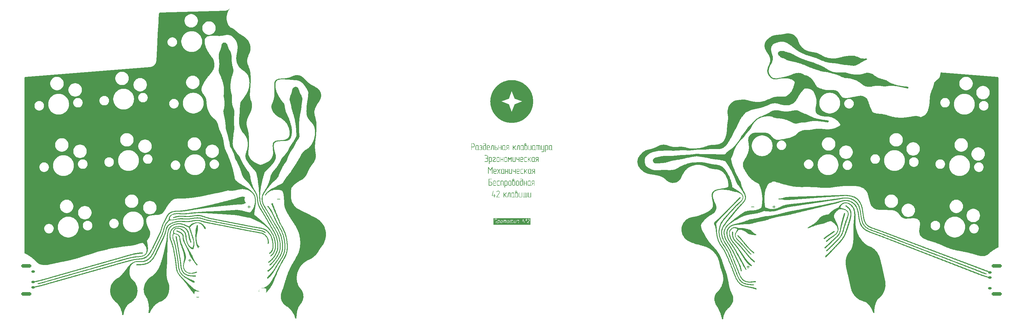
<source format=gto>
%TF.GenerationSoftware,KiCad,Pcbnew,9.0.0*%
%TF.CreationDate,2025-07-06T20:28:58+03:00*%
%TF.ProjectId,NIOKR,4e494f4b-522e-46b6-9963-61645f706362,rev?*%
%TF.SameCoordinates,Original*%
%TF.FileFunction,Legend,Top*%
%TF.FilePolarity,Positive*%
%FSLAX46Y46*%
G04 Gerber Fmt 4.6, Leading zero omitted, Abs format (unit mm)*
G04 Created by KiCad (PCBNEW 9.0.0) date 2025-07-06 20:28:58*
%MOMM*%
%LPD*%
G01*
G04 APERTURE LIST*
G04 Aperture macros list*
%AMRoundRect*
0 Rectangle with rounded corners*
0 $1 Rounding radius*
0 $2 $3 $4 $5 $6 $7 $8 $9 X,Y pos of 4 corners*
0 Add a 4 corners polygon primitive as box body*
4,1,4,$2,$3,$4,$5,$6,$7,$8,$9,$2,$3,0*
0 Add four circle primitives for the rounded corners*
1,1,$1+$1,$2,$3*
1,1,$1+$1,$4,$5*
1,1,$1+$1,$6,$7*
1,1,$1+$1,$8,$9*
0 Add four rect primitives between the rounded corners*
20,1,$1+$1,$2,$3,$4,$5,0*
20,1,$1+$1,$4,$5,$6,$7,0*
20,1,$1+$1,$6,$7,$8,$9,0*
20,1,$1+$1,$8,$9,$2,$3,0*%
G04 Aperture macros list end*
%ADD10C,0.000000*%
%ADD11C,0.150000*%
%ADD12C,0.300000*%
%ADD13C,0.187500*%
%ADD14RoundRect,0.250000X-0.792903X-0.457635X0.701389X-0.588369X0.792903X0.457635X-0.701389X0.588369X0*%
%ADD15RoundRect,0.250000X-0.711551X-0.576038X0.784795X-0.471404X0.711551X0.576038X-0.784795X0.471404X0*%
%ADD16C,0.900000*%
%ADD17RoundRect,0.175000X0.325000X-0.175000X0.325000X0.175000X-0.325000X0.175000X-0.325000X-0.175000X0*%
%ADD18RoundRect,0.250000X-1.150000X-0.250000X1.150000X-0.250000X1.150000X0.250000X-1.150000X0.250000X0*%
%ADD19C,1.900000*%
%ADD20C,3.000000*%
%ADD21C,5.100000*%
%ADD22C,0.600000*%
%ADD23C,2.540000*%
%ADD24RoundRect,0.175000X-0.325000X0.175000X-0.325000X-0.175000X0.325000X-0.175000X0.325000X0.175000X0*%
%ADD25RoundRect,0.250000X1.150000X0.250000X-1.150000X0.250000X-1.150000X-0.250000X1.150000X-0.250000X0*%
G04 APERTURE END LIST*
D10*
G36*
X-104070428Y-1140582D02*
G01*
X-104056135Y-1142162D01*
X-104041678Y-1144716D01*
X-104027143Y-1148226D01*
X-104012617Y-1152675D01*
X-103998186Y-1158046D01*
X-103983935Y-1164322D01*
X-103969954Y-1171484D01*
X-103956326Y-1179516D01*
X-103943140Y-1188399D01*
X-103930481Y-1198118D01*
X-103918436Y-1208654D01*
X-103819491Y-1325601D01*
X-103694346Y-1477472D01*
X-103571314Y-1630933D01*
X-103449076Y-1784921D01*
X-103333979Y-1943666D01*
X-103222582Y-2105329D01*
X-103114901Y-2269105D01*
X-103014895Y-2438703D01*
X-102920176Y-2610948D01*
X-102827830Y-2784780D01*
X-102738131Y-2960195D01*
X-102651614Y-3136407D01*
X-102566950Y-3313417D01*
X-102482813Y-3490686D01*
X-102400523Y-3668485D01*
X-102319041Y-3846818D01*
X-102075617Y-4381803D01*
X-101994128Y-4559869D01*
X-101912104Y-4737405D01*
X-101827967Y-4914144D01*
X-101657046Y-5266572D01*
X-101571062Y-5442785D01*
X-101484278Y-5618200D01*
X-101396433Y-5793088D01*
X-101306734Y-5966657D01*
X-101215723Y-6139428D01*
X-101123919Y-6311937D01*
X-101030520Y-6482862D01*
X-100936053Y-6653779D01*
X-100841074Y-6823907D01*
X-100745821Y-6994298D01*
X-100554797Y-7334024D01*
X-100459811Y-7504415D01*
X-100365618Y-7674806D01*
X-100273013Y-7846258D01*
X-100183054Y-8019292D01*
X-100097597Y-8194715D01*
X-100015314Y-8371984D01*
X-99937258Y-8550844D01*
X-99860003Y-8729436D01*
X-99789355Y-8911207D01*
X-99722941Y-9094037D01*
X-99660502Y-9278974D01*
X-99603083Y-9464979D01*
X-99549372Y-9652036D01*
X-99498049Y-9839628D01*
X-99449366Y-10028013D01*
X-99403323Y-10216657D01*
X-99360201Y-10406629D01*
X-99322626Y-10597921D01*
X-99290346Y-10789747D01*
X-99232409Y-11174978D01*
X-99206477Y-11367597D01*
X-99185305Y-11561536D01*
X-99166796Y-11755216D01*
X-99151179Y-11948888D01*
X-99139544Y-12142827D01*
X-99129748Y-12336767D01*
X-99123927Y-12530706D01*
X-99122599Y-12724912D01*
X-99124979Y-12919385D01*
X-99132662Y-13113843D01*
X-99148272Y-13307790D01*
X-99169703Y-13501462D01*
X-99191393Y-13694875D01*
X-99218912Y-13887494D01*
X-99257273Y-14077993D01*
X-99303316Y-14267171D01*
X-99355173Y-14454488D01*
X-99417086Y-14638906D01*
X-99488528Y-14820409D01*
X-99564989Y-14999532D01*
X-99647539Y-15176008D01*
X-99737238Y-15349309D01*
X-99829836Y-15520757D01*
X-99921648Y-15692998D01*
X-100016367Y-15863126D01*
X-100113734Y-16031934D01*
X-100213747Y-16199155D01*
X-100314547Y-16365575D01*
X-100416682Y-16531469D01*
X-100519343Y-16697095D01*
X-100621737Y-16862729D01*
X-100723070Y-17029416D01*
X-100824671Y-17195310D01*
X-100925738Y-17361997D01*
X-101026011Y-17528951D01*
X-101125765Y-17696699D01*
X-101324732Y-18032453D01*
X-101423952Y-18200460D01*
X-101523699Y-18368207D01*
X-101624506Y-18535955D01*
X-101725840Y-18703435D01*
X-101827700Y-18870649D01*
X-101927721Y-19038930D01*
X-102028788Y-19206670D01*
X-102131441Y-19374158D01*
X-102235430Y-19540578D01*
X-102341791Y-19705678D01*
X-102449740Y-19870252D01*
X-102559809Y-20033758D01*
X-102672259Y-20195424D01*
X-102786288Y-20356283D01*
X-102902705Y-20515035D01*
X-103021769Y-20672460D01*
X-103142947Y-20828306D01*
X-103266779Y-20982549D01*
X-103392710Y-21134954D01*
X-103528712Y-21278356D01*
X-103678995Y-21406942D01*
X-103830599Y-21533414D01*
X-103983263Y-21658300D01*
X-104136988Y-21781331D01*
X-104172968Y-21809911D01*
X-104184281Y-21799849D01*
X-104195093Y-21789324D01*
X-104205394Y-21778356D01*
X-104215172Y-21766964D01*
X-104224416Y-21755170D01*
X-104233116Y-21742993D01*
X-104241261Y-21730452D01*
X-104248840Y-21717570D01*
X-104255842Y-21704364D01*
X-104262257Y-21690857D01*
X-104268073Y-21677067D01*
X-104273280Y-21663015D01*
X-104277866Y-21648721D01*
X-104281822Y-21634205D01*
X-104285137Y-21619488D01*
X-104287798Y-21604589D01*
X-104289694Y-21589542D01*
X-104290917Y-21574480D01*
X-104291471Y-21559425D01*
X-104291360Y-21544400D01*
X-104290587Y-21529425D01*
X-104289155Y-21514524D01*
X-104287068Y-21499718D01*
X-104284330Y-21485030D01*
X-104280943Y-21470481D01*
X-104276912Y-21456093D01*
X-104272240Y-21441890D01*
X-104266930Y-21427892D01*
X-104260985Y-21414123D01*
X-104254410Y-21400603D01*
X-104247208Y-21387356D01*
X-104239382Y-21374402D01*
X-104221392Y-21353765D01*
X-104092799Y-21203222D01*
X-103966067Y-21051610D01*
X-103841181Y-20897893D01*
X-103698305Y-20760839D01*
X-103557551Y-20621663D01*
X-103418383Y-20480115D01*
X-103284769Y-20334058D01*
X-103154322Y-20185102D01*
X-103026270Y-20034818D01*
X-102902438Y-19881360D01*
X-102782847Y-19724988D01*
X-102665377Y-19567037D01*
X-102550013Y-19407483D01*
X-102438631Y-19245305D01*
X-102329089Y-19082319D01*
X-102220881Y-18918538D01*
X-102115572Y-18753438D01*
X-101907084Y-18422178D01*
X-101804156Y-18256292D01*
X-101599375Y-17923444D01*
X-101497507Y-17757284D01*
X-101395113Y-17591123D01*
X-101292979Y-17424970D01*
X-101189799Y-17259603D01*
X-101085543Y-17094243D01*
X-100981036Y-16929403D01*
X-100878115Y-16763776D01*
X-100775988Y-16597349D01*
X-100673586Y-16431188D01*
X-100571726Y-16265035D01*
X-100470393Y-16098615D01*
X-100369852Y-15931661D01*
X-100269839Y-15764707D01*
X-100171938Y-15596433D01*
X-100077219Y-15426572D01*
X-99985148Y-15254857D01*
X-99896777Y-15081289D01*
X-99814761Y-14904279D01*
X-99738024Y-14725423D01*
X-99666849Y-14544187D01*
X-99604143Y-14360029D01*
X-99550967Y-14173238D01*
X-99503603Y-13984327D01*
X-99464449Y-13793828D01*
X-99435076Y-13601468D01*
X-99412585Y-13408330D01*
X-99395388Y-13214918D01*
X-99386126Y-13020719D01*
X-99382952Y-12826246D01*
X-99382952Y-12631780D01*
X-99386660Y-12437574D01*
X-99394862Y-12243902D01*
X-99405970Y-12049695D01*
X-99419466Y-11856016D01*
X-99436396Y-11662076D01*
X-99454127Y-11468404D01*
X-99475825Y-11274991D01*
X-99502810Y-11082906D01*
X-99533770Y-10890813D01*
X-99568163Y-10699521D01*
X-99607058Y-10508764D01*
X-99649653Y-10318525D01*
X-99695162Y-10129346D01*
X-99743052Y-9940961D01*
X-99793856Y-9753110D01*
X-99847300Y-9566053D01*
X-99904185Y-9379255D01*
X-99965563Y-9194043D01*
X-100030131Y-9010427D01*
X-100099177Y-8828130D01*
X-100174853Y-8648473D01*
X-100255282Y-8470674D01*
X-100339419Y-8294725D01*
X-100427004Y-8119836D01*
X-100519076Y-7947591D01*
X-100614321Y-7777463D01*
X-100709574Y-7607339D01*
X-100805354Y-7437478D01*
X-100901659Y-7267614D01*
X-101190585Y-6758291D01*
X-101285578Y-6588163D01*
X-101379504Y-6417245D01*
X-101472369Y-6245790D01*
X-101564440Y-6073285D01*
X-101655199Y-5900510D01*
X-101744891Y-5726682D01*
X-101833788Y-5552320D01*
X-101921366Y-5376901D01*
X-102007090Y-5200689D01*
X-102092287Y-5023946D01*
X-102176951Y-4847471D01*
X-102260828Y-4670465D01*
X-102427775Y-4315923D01*
X-102512446Y-4138913D01*
X-102598437Y-3962438D01*
X-102683634Y-3785959D01*
X-102769625Y-3609487D01*
X-102857203Y-3433534D01*
X-102946101Y-3258386D01*
X-103036845Y-3083757D01*
X-103130778Y-2910718D01*
X-103228670Y-2739801D01*
X-103328951Y-2570466D01*
X-103432398Y-2403249D01*
X-103538241Y-2237886D01*
X-103647242Y-2074636D01*
X-103759432Y-1914033D01*
X-103875849Y-1755815D01*
X-103995699Y-1600503D01*
X-104116610Y-1446248D01*
X-104179316Y-1363172D01*
X-104188467Y-1340283D01*
X-104195636Y-1318733D01*
X-104200910Y-1298505D01*
X-104204375Y-1279581D01*
X-104206119Y-1261944D01*
X-104206227Y-1245576D01*
X-104204786Y-1230461D01*
X-104201883Y-1216580D01*
X-104197603Y-1203917D01*
X-104192035Y-1192454D01*
X-104185263Y-1182173D01*
X-104177376Y-1173058D01*
X-104168458Y-1165090D01*
X-104158597Y-1158253D01*
X-104147880Y-1152529D01*
X-104136392Y-1147900D01*
X-104124220Y-1144350D01*
X-104111452Y-1141860D01*
X-104098172Y-1140414D01*
X-104084469Y-1139994D01*
X-104070428Y-1140582D01*
G37*
G36*
X-114931345Y54916903D02*
G01*
X-115065996Y54704870D01*
X-115188324Y54492989D01*
X-115298618Y54281508D01*
X-115397168Y54070678D01*
X-115484264Y53860751D01*
X-115560194Y53651975D01*
X-115625248Y53444603D01*
X-115679716Y53238884D01*
X-115723886Y53035069D01*
X-115758049Y52833408D01*
X-115782493Y52634152D01*
X-115803384Y52243856D01*
X-115788874Y51866185D01*
X-115741277Y51503143D01*
X-115662908Y51156733D01*
X-115556084Y50828960D01*
X-115423117Y50521827D01*
X-115266325Y50237338D01*
X-115088021Y49977497D01*
X-114890520Y49744308D01*
X-114676138Y49539775D01*
X-114479815Y49502574D01*
X-114295664Y49425316D01*
X-114117335Y49336945D01*
X-113949854Y49229445D01*
X-113788721Y49111361D01*
X-113631297Y48988912D01*
X-113476252Y48863844D01*
X-113322527Y48737505D01*
X-113173037Y48606484D01*
X-113024607Y48474192D01*
X-112869295Y48349414D01*
X-112715575Y48223049D01*
X-112562380Y48096182D01*
X-112401778Y47977330D01*
X-112241705Y47857183D01*
X-112080576Y47740132D01*
X-111913885Y47631097D01*
X-111748255Y47520765D01*
X-111581305Y47412498D01*
X-111409060Y47313544D01*
X-111238402Y47211997D01*
X-111069598Y47106587D01*
X-110903178Y46997553D01*
X-110740195Y46882300D01*
X-110579592Y46763448D01*
X-110418990Y46644334D01*
X-110271880Y46511010D01*
X-110136942Y46364245D01*
X-110006766Y46212586D01*
X-109876856Y46060662D01*
X-109753828Y45904083D01*
X-109642702Y45739220D01*
X-109545866Y45565071D01*
X-109452204Y45388092D01*
X-109360392Y45210848D01*
X-109279162Y45029185D01*
X-109214075Y44841357D01*
X-109162218Y44648344D01*
X-109112742Y44454801D01*
X-109075167Y44259485D01*
X-109048716Y44062582D01*
X-109030718Y43864409D01*
X-109023310Y43664411D01*
X-109026751Y43465471D01*
X-109045534Y43267536D01*
X-109073847Y43070394D01*
X-109109301Y42873783D01*
X-109146609Y42677410D01*
X-109192385Y42483866D01*
X-109265673Y42298341D01*
X-109345576Y42115170D01*
X-109427065Y41932740D01*
X-109513056Y41752902D01*
X-109593489Y41570498D01*
X-109669688Y41386004D01*
X-109740862Y41199977D01*
X-109803568Y41011618D01*
X-109863627Y40821966D01*
X-109916548Y40630487D01*
X-109965494Y40437738D01*
X-109987719Y40240067D01*
X-109994334Y40041392D01*
X-109982954Y39842161D01*
X-109958876Y39645019D01*
X-109923159Y39449441D01*
X-109868391Y39257723D01*
X-109803568Y39069604D01*
X-109729487Y38885375D01*
X-109650111Y38702971D01*
X-109576556Y38518477D01*
X-109506441Y38332450D01*
X-109437914Y38145892D01*
X-109372565Y37958037D01*
X-109308009Y37769946D01*
X-109248469Y37580025D01*
X-109192912Y37388308D01*
X-109143702Y37194792D01*
X-109101893Y37000218D01*
X-109066965Y36804373D01*
X-109040514Y36607499D01*
X-109019610Y36409827D01*
X-109006113Y36210862D01*
X-108998179Y36011391D01*
X-108989184Y35812451D01*
X-108983095Y35614012D01*
X-108981509Y35415576D01*
X-108979128Y35217642D01*
X-108975687Y35019997D01*
X-108975954Y34822592D01*
X-108978068Y34624922D01*
X-108977541Y34427781D01*
X-108980448Y34230641D01*
X-108986536Y34033738D01*
X-108989710Y33837125D01*
X-108995798Y33640752D01*
X-109005320Y33444642D01*
X-109014048Y33248505D01*
X-109024638Y33052397D01*
X-109038126Y32856023D01*
X-109065379Y32462006D01*
X-109081789Y32264336D01*
X-109098978Y32066666D01*
X-109111681Y31868493D01*
X-109127299Y31670319D01*
X-109144755Y31472411D01*
X-109152956Y31273709D01*
X-109163279Y31075272D01*
X-109174654Y30876834D01*
X-109176508Y30677868D01*
X-109175974Y30279195D01*
X-109164866Y30080758D01*
X-109149783Y29882056D01*
X-109131792Y29683882D01*
X-109094752Y29488539D01*
X-109056383Y29293463D01*
X-109013522Y29099152D01*
X-108954523Y28908732D01*
X-108888377Y28721274D01*
X-108806620Y28540034D01*
X-108723543Y28359059D01*
X-108665331Y28168559D01*
X-108613734Y27975415D01*
X-108590983Y27777770D01*
X-108583575Y27578009D01*
X-108586748Y27379042D01*
X-108588869Y27179812D01*
X-108594424Y26981110D01*
X-108620356Y26783995D01*
X-108657397Y26587411D01*
X-108704752Y26394263D01*
X-108760584Y26203234D01*
X-108819582Y26013795D01*
X-108886523Y25826468D01*
X-108966692Y25643376D01*
X-109047655Y25460284D01*
X-109132052Y25279839D01*
X-109218836Y25100451D01*
X-109308794Y24923180D01*
X-109402197Y24747496D01*
X-109495596Y24572077D01*
X-109580527Y24391633D01*
X-109662279Y24209336D01*
X-109738215Y24024920D01*
X-109809126Y23838919D01*
X-109877386Y23652123D01*
X-109941416Y23463740D01*
X-109995921Y23272711D01*
X-110046458Y23080355D01*
X-110083762Y22884829D01*
X-110110751Y22687716D01*
X-110127680Y22489810D01*
X-110127680Y22290576D01*
X-110113924Y22091872D01*
X-110097788Y21893435D01*
X-110073443Y21696059D01*
X-110040106Y21500266D01*
X-109993540Y21306326D01*
X-109936392Y21115035D01*
X-109881621Y20923476D01*
X-109824210Y20732180D01*
X-109765471Y20541945D01*
X-109710436Y20350123D01*
X-109676833Y20154334D01*
X-109644556Y19958010D01*
X-109615450Y19761687D01*
X-109585024Y19565367D01*
X-109557242Y19368521D01*
X-109533427Y19171401D01*
X-109512793Y18973494D01*
X-109495066Y18775324D01*
X-109482363Y18576090D01*
X-109472575Y18377391D01*
X-109462523Y18178954D01*
X-109457228Y17980513D01*
X-109455374Y17782340D01*
X-109449293Y17584696D01*
X-109445853Y17387057D01*
X-109444529Y17189677D01*
X-109445322Y16992030D01*
X-109444266Y16794917D01*
X-109447176Y16597804D01*
X-109454054Y16401480D01*
X-109460406Y16205161D01*
X-109470988Y16009104D01*
X-109485804Y15813311D01*
X-109501417Y15617785D01*
X-109520731Y15421996D01*
X-109543219Y15226470D01*
X-109587138Y14833823D01*
X-109610690Y14637503D01*
X-109630797Y14440390D01*
X-109641909Y14241950D01*
X-109651965Y14043250D01*
X-109654871Y13844546D01*
X-109634764Y13646907D01*
X-109603541Y13450583D01*
X-109558829Y13256381D01*
X-109495856Y13067465D01*
X-109416220Y12885432D01*
X-109332873Y12704722D01*
X-109231539Y12533538D01*
X-109119357Y12369498D01*
X-108992358Y12215769D01*
X-108858477Y12067607D01*
X-108716662Y11928702D01*
X-108566111Y11798525D01*
X-108413714Y11670729D01*
X-108254168Y11550872D01*
X-108091448Y11435252D01*
X-107926882Y11322802D01*
X-107758341Y11217238D01*
X-107588213Y11114840D01*
X-107417025Y11014037D01*
X-107241343Y10920901D01*
X-107063280Y10832003D01*
X-106881777Y10748656D01*
X-106696299Y10675898D01*
X-106510035Y10606314D01*
X-106320063Y10547576D01*
X-106127451Y10534083D01*
X-105936953Y10592555D01*
X-105747767Y10654204D01*
X-105559130Y10717967D01*
X-105372065Y10784907D01*
X-105186320Y10855551D01*
X-105001643Y10928309D01*
X-104818819Y11006888D01*
X-104640490Y11096057D01*
X-104463480Y11188395D01*
X-104292826Y11291053D01*
X-104124293Y11396891D01*
X-103958125Y11505366D01*
X-103797793Y11622840D01*
X-103642214Y11747725D01*
X-103491930Y11878958D01*
X-103358851Y12026595D01*
X-103231844Y12179793D01*
X-103113047Y12340392D01*
X-103005366Y12507609D01*
X-102908793Y12681174D01*
X-102823862Y12861354D01*
X-102755869Y13048152D01*
X-102700564Y13239184D01*
X-102658495Y13433913D01*
X-102627535Y13630499D01*
X-102608492Y13828406D01*
X-102608759Y14026583D01*
X-102613512Y14224490D01*
X-102625155Y14422133D01*
X-102645792Y14618716D01*
X-102665911Y14815306D01*
X-102682574Y15011889D01*
X-102699770Y15208476D01*
X-102713534Y15404795D01*
X-102725436Y15601649D01*
X-102730990Y15798495D01*
X-102732577Y15995082D01*
X-102723315Y16191138D01*
X-102696070Y16385607D01*
X-102645525Y16575843D01*
X-102572771Y16758933D01*
X-102481753Y16933291D01*
X-102347613Y17077227D01*
X-102189654Y17194701D01*
X-102023234Y17299212D01*
X-101841204Y17371707D01*
X-101650957Y17420130D01*
X-101458346Y17451876D01*
X-101264933Y17474898D01*
X-101070460Y17492358D01*
X-100876528Y17507174D01*
X-100682848Y17517756D01*
X-100488650Y17529662D01*
X-100294443Y17539191D01*
X-100099444Y17549243D01*
X-99905505Y17566706D01*
X-99711832Y17592635D01*
X-99517893Y17622798D01*
X-99325014Y17662486D01*
X-99135569Y17718047D01*
X-98950625Y17789218D01*
X-98773882Y17878386D01*
X-98607462Y17986338D01*
X-98457178Y18115981D01*
X-98325678Y18264411D01*
X-98213503Y18428191D01*
X-98119570Y18603347D01*
X-98038073Y18784320D01*
X-97969286Y18970851D01*
X-97937800Y19165847D01*
X-97925097Y19364283D01*
X-97920077Y19562987D01*
X-97927477Y19761427D01*
X-97945475Y19959597D01*
X-97971407Y20156447D01*
X-98002627Y20353034D01*
X-98039667Y20548297D01*
X-98081736Y20742766D01*
X-98133852Y20935382D01*
X-98193652Y21125353D01*
X-98257952Y21313204D01*
X-98332827Y21497622D01*
X-98416170Y21678065D01*
X-98503474Y21857192D01*
X-98599520Y22032077D01*
X-98703509Y22201674D01*
X-98811716Y22368365D01*
X-98931841Y22526850D01*
X-99057520Y22681632D01*
X-99187685Y22832972D01*
X-99330042Y22971881D01*
X-99475024Y23107611D01*
X-99623202Y23240431D01*
X-99778773Y23364522D01*
X-99936732Y23486230D01*
X-100099711Y23601058D01*
X-100266924Y23709008D01*
X-100434672Y23815636D01*
X-100608767Y23911679D01*
X-100783923Y24005341D01*
X-100957751Y24102179D01*
X-101129473Y24201928D01*
X-101300127Y24304055D01*
X-101467875Y24410681D01*
X-101630854Y24525777D01*
X-101791453Y24644574D01*
X-101937769Y24779248D01*
X-102074824Y24923445D01*
X-102206583Y25073729D01*
X-102336764Y25225335D01*
X-102461382Y25380910D01*
X-102570391Y25546805D01*
X-102665110Y25722752D01*
X-102758509Y25899758D01*
X-102848727Y26077557D01*
X-102933131Y26258004D01*
X-102998484Y26445857D01*
X-103050608Y26639004D01*
X-103080775Y26835589D01*
X-103087908Y27035086D01*
X-103079714Y27233788D01*
X-103042406Y27430371D01*
X-102996104Y27623784D01*
X-102929690Y27811371D01*
X-102860377Y27997904D01*
X-102786288Y28182847D01*
X-102712206Y28368054D01*
X-102637064Y28552735D01*
X-102567744Y28739264D01*
X-102510065Y28929396D01*
X-102449213Y29118546D01*
X-102399470Y29311030D01*
X-102359248Y29506638D01*
X-102320361Y29702746D01*
X-102295748Y29900151D01*
X-102273791Y30097558D01*
X-102255801Y30295466D01*
X-102240191Y30692870D01*
X-102231989Y30891547D01*
X-102234637Y31090512D01*
X-102237017Y31289214D01*
X-102237543Y31487652D01*
X-102245211Y31685296D01*
X-102254740Y31882966D01*
X-102270350Y32277512D01*
X-102280932Y32474150D01*
X-102288607Y32671029D01*
X-102291788Y32867930D01*
X-102296809Y33064807D01*
X-102296542Y33261445D01*
X-102288348Y33457289D01*
X-102275111Y33652896D01*
X-102250780Y33847973D01*
X-102208971Y34040192D01*
X-102141497Y34225455D01*
X-102051272Y34400633D01*
X-101934328Y34559279D01*
X-101787493Y34690301D01*
X-101622126Y34796742D01*
X-101442736Y34876065D01*
X-101254885Y34932395D01*
X-101062792Y34968562D01*
X-100869654Y34994412D01*
X-100676234Y35016875D01*
X-100483096Y35037566D01*
X-100289683Y35053071D01*
X-99902331Y35077359D01*
X-99708124Y35089741D01*
X-99512598Y35101382D01*
X-99317072Y35115327D01*
X-99122073Y35137023D01*
X-98926546Y35159512D01*
X-98730486Y35183800D01*
X-98535761Y35221266D01*
X-98342081Y35262356D01*
X-98148669Y35306277D01*
X-97958437Y35362342D01*
X-97770319Y35427457D01*
X-97583254Y35494633D01*
X-97401225Y35574723D01*
X-97221049Y35658703D01*
X-97040331Y35742417D01*
X-96856188Y35817107D01*
X-96668330Y35882460D01*
X-96478625Y35942917D01*
X-96285746Y35995385D01*
X-96088366Y36020175D01*
X-95888598Y36025864D01*
X-95689898Y36020968D01*
X-95491991Y36001839D01*
X-95295672Y35967206D01*
X-95102785Y35918391D01*
X-94914400Y35854573D01*
X-94730257Y35777817D01*
X-94552721Y35688151D01*
X-94385767Y35579644D01*
X-94226496Y35459231D01*
X-94074618Y35330830D01*
X-93929095Y35195416D01*
X-93785960Y35057463D01*
X-93648379Y34913792D01*
X-93513705Y34767029D01*
X-93371889Y34627516D01*
X-93230601Y34487471D01*
X-93090899Y34346129D01*
X-92946169Y34209712D01*
X-92649836Y33945128D01*
X-92499026Y33815402D01*
X-92340807Y33693721D01*
X-92182589Y33572541D01*
X-92020396Y33456257D01*
X-91852381Y33350054D01*
X-91684374Y33243611D01*
X-91511866Y33144658D01*
X-91337237Y33049830D01*
X-91164202Y32952412D01*
X-90988520Y32859385D01*
X-90808604Y32773869D01*
X-90631602Y32682908D01*
X-90456973Y32587577D01*
X-90286318Y32486294D01*
X-90122271Y32372338D01*
X-89961672Y32253752D01*
X-89808215Y32127150D01*
X-89670626Y31983216D01*
X-89540194Y31831557D01*
X-89433825Y31663600D01*
X-89337778Y31488682D01*
X-89244120Y31311677D01*
X-89159457Y31131838D01*
X-89097010Y30942715D01*
X-89045420Y30749703D01*
X-89005473Y30554625D01*
X-88994097Y30355420D01*
X-88986414Y30155686D01*
X-89010760Y29958279D01*
X-89048060Y29761643D01*
X-89085635Y29565533D01*
X-89136706Y29373313D01*
X-89196764Y29184163D01*
X-89276934Y29000727D01*
X-89359476Y28818905D01*
X-89463992Y28649836D01*
X-89580935Y28487912D01*
X-89699465Y28326781D01*
X-89815363Y28164591D01*
X-90034960Y27832276D01*
X-90138148Y27662675D01*
X-90234194Y27488581D01*
X-90328387Y27313426D01*
X-90419138Y27136420D01*
X-90506976Y26957562D01*
X-90592173Y26777646D01*
X-90664675Y26592171D01*
X-90732142Y26405112D01*
X-90790347Y26214875D01*
X-90838236Y26021731D01*
X-90879778Y25826998D01*
X-90896708Y25629088D01*
X-90905703Y25430651D01*
X-90892474Y25231949D01*
X-90865221Y25035363D01*
X-90831622Y24839308D01*
X-90798815Y24643252D01*
X-90756220Y24448783D01*
X-90706210Y24255637D01*
X-90647997Y24064871D01*
X-90588473Y23874638D01*
X-90541109Y23680962D01*
X-90500887Y23485964D01*
X-90461733Y23291232D01*
X-90426012Y23095706D01*
X-90391093Y22899912D01*
X-90361193Y22703326D01*
X-90338175Y22505946D01*
X-90318324Y22308039D01*
X-90304575Y22109336D01*
X-90296374Y21909575D01*
X-90293200Y21710082D01*
X-90292933Y21511115D01*
X-90298220Y21312148D01*
X-90307215Y21113711D01*
X-90309595Y20915271D01*
X-90317011Y20717101D01*
X-90327853Y20519190D01*
X-90335001Y20321284D01*
X-90344263Y20123904D01*
X-90356959Y19927054D01*
X-90369128Y19730998D01*
X-90381831Y19534941D01*
X-90397440Y19339415D01*
X-90414904Y19143889D01*
X-90432368Y18948626D01*
X-90452998Y18753359D01*
X-90476290Y18557833D01*
X-90497195Y18362044D01*
X-90521525Y18165988D01*
X-90548518Y17970194D01*
X-90570475Y17773612D01*
X-90594294Y17576762D01*
X-90619692Y17380175D01*
X-90640330Y17182795D01*
X-90658846Y16984889D01*
X-90678698Y16787242D01*
X-90695094Y16589339D01*
X-90704890Y16390631D01*
X-90715998Y16192195D01*
X-90725787Y15993758D01*
X-90724726Y15794524D01*
X-90724993Y15595030D01*
X-90724993Y15396064D01*
X-90712557Y15196833D01*
X-90703303Y14997336D01*
X-90683451Y14799426D01*
X-90655932Y14602580D01*
X-90635035Y14404933D01*
X-90605669Y14208617D01*
X-90573389Y14012557D01*
X-90546664Y13815444D01*
X-90512797Y13619651D01*
X-90481051Y13423594D01*
X-90465700Y13224894D01*
X-90458300Y13025134D01*
X-90468615Y12826434D01*
X-90505923Y12630110D01*
X-90549837Y12435904D01*
X-90608042Y12245936D01*
X-90671549Y12057551D01*
X-90737162Y11869963D01*
X-90817065Y11686869D01*
X-90896975Y11503516D01*
X-90998843Y11332595D01*
X-91236170Y11010863D01*
X-91361048Y10855551D01*
X-91487261Y10701827D01*
X-91613993Y10548369D01*
X-91734385Y10388823D01*
X-91850001Y10226370D01*
X-91960070Y10060477D01*
X-92068819Y9893790D01*
X-92168826Y9722075D01*
X-92263811Y9547713D01*
X-92357737Y9372561D01*
X-92443728Y9192645D01*
X-92525751Y9010874D01*
X-92596659Y8824610D01*
X-92668887Y8639136D01*
X-92746943Y8454985D01*
X-92826845Y8271628D01*
X-92912302Y8091975D01*
X-93008875Y7918147D01*
X-93109415Y7746958D01*
X-93215250Y7578421D01*
X-93452586Y7256953D01*
X-93580378Y7104022D01*
X-93718760Y6961680D01*
X-93861101Y6822772D01*
X-94008211Y6688098D01*
X-94311152Y6427481D01*
X-94481547Y6324031D01*
X-94655115Y6226401D01*
X-94830798Y6131415D01*
X-95004893Y6033518D01*
X-95178988Y5936152D01*
X-95353609Y5839579D01*
X-95523745Y5736659D01*
X-95690432Y5628443D01*
X-95856326Y5518904D01*
X-96019045Y5404872D01*
X-96176470Y5283690D01*
X-96331782Y5158541D01*
X-96477564Y5022544D01*
X-96620966Y4884699D01*
X-96758288Y4741294D01*
X-96892695Y4594718D01*
X-97024989Y4446284D01*
X-97152254Y4293353D01*
X-97276080Y4136984D01*
X-97398051Y3979556D01*
X-97476633Y3805197D01*
X-97471339Y3605437D01*
X-97481654Y3407000D01*
X-97499125Y3209090D01*
X-97520281Y3011447D01*
X-97531405Y2813010D01*
X-97540667Y2614573D01*
X-97551241Y2416136D01*
X-97557063Y2217169D01*
X-97559176Y2018202D01*
X-97561564Y1818968D01*
X-97554949Y1619475D01*
X-97544627Y1420245D01*
X-97532725Y1221015D01*
X-97504153Y1024428D01*
X-97473719Y828108D01*
X-97434824Y633109D01*
X-97377413Y442080D01*
X-97313654Y253695D01*
X-97235598Y70868D01*
X-97152781Y-110109D01*
X-97064143Y-288698D01*
X-96972605Y-465970D01*
X-96871004Y-637155D01*
X-96767542Y-807016D01*
X-96658015Y-972913D01*
X-96542910Y-1134839D01*
X-96405596Y-1278508D01*
X-96263514Y-1417940D01*
X-96112177Y-1546792D01*
X-95958186Y-1672735D01*
X-95797053Y-1789419D01*
X-95631167Y-1899484D01*
X-95460512Y-2001874D01*
X-95287997Y-2100038D01*
X-95114436Y-2196344D01*
X-94939280Y-2290269D01*
X-94762537Y-2381818D01*
X-94585001Y-2471776D01*
X-94406405Y-2559881D01*
X-94225695Y-2644548D01*
X-94044985Y-2728952D01*
X-93863749Y-2812295D01*
X-93680651Y-2892461D01*
X-93497828Y-2973161D01*
X-93316325Y-3056241D01*
X-93137728Y-3144346D01*
X-92961520Y-3236154D01*
X-92610941Y-3424280D01*
X-92435526Y-3517408D01*
X-92260630Y-3612398D01*
X-92086543Y-3708177D01*
X-91913241Y-3805013D01*
X-91739939Y-3902116D01*
X-91563723Y-3994455D01*
X-91383807Y-4080442D01*
X-91204157Y-4166700D01*
X-91025034Y-4253480D01*
X-90845911Y-4340791D01*
X-90668375Y-4430486D01*
X-90492693Y-4523885D01*
X-90321764Y-4625219D01*
X-90153757Y-4731317D01*
X-89988924Y-4844030D01*
X-89506327Y-5200158D01*
X-89349162Y-5322397D01*
X-89207346Y-5461831D01*
X-89074526Y-5610265D01*
X-88683207Y-6064817D01*
X-88554354Y-6217481D01*
X-88435030Y-6377023D01*
X-88334215Y-6548478D01*
X-88054026Y-7078702D01*
X-87973330Y-7260999D01*
X-87916705Y-7452028D01*
X-87864321Y-7644643D01*
X-87709002Y-8223821D01*
X-87665621Y-8418817D01*
X-87635187Y-8615400D01*
X-87612704Y-9214681D01*
X-87605555Y-9414174D01*
X-87624606Y-9611821D01*
X-87657420Y-9808408D01*
X-87694987Y-10005262D01*
X-87806376Y-10594480D01*
X-87848978Y-10789480D01*
X-87918291Y-10976011D01*
X-88158274Y-11525548D01*
X-88239497Y-11708112D01*
X-88327868Y-11886442D01*
X-88421000Y-12062391D01*
X-88528155Y-12229612D01*
X-88765757Y-12551610D01*
X-88884554Y-12712476D01*
X-89005732Y-12870962D01*
X-89122675Y-13032094D01*
X-89235125Y-13196660D01*
X-89338045Y-13366788D01*
X-89441241Y-13536382D01*
X-89546015Y-13705449D01*
X-89648409Y-13875844D01*
X-89751330Y-14045446D01*
X-89857165Y-14213979D01*
X-89972254Y-14376966D01*
X-90090792Y-14537832D01*
X-90209856Y-14698697D01*
X-90338175Y-14850568D01*
X-90471789Y-14997945D01*
X-90608843Y-15141614D01*
X-90753573Y-15278669D01*
X-91056513Y-15539548D01*
X-91208392Y-15669454D01*
X-91365549Y-15791692D01*
X-91525889Y-15908903D01*
X-91694430Y-16014478D01*
X-91868792Y-16111310D01*
X-92045267Y-16205236D01*
X-92222269Y-16298902D01*
X-92399012Y-16391775D01*
X-92576548Y-16483312D01*
X-92754610Y-16573804D01*
X-92930559Y-16667463D01*
X-93104395Y-16765096D01*
X-93274783Y-16868017D01*
X-93441202Y-16976499D01*
X-93607104Y-17085500D01*
X-93770876Y-17198484D01*
X-93925394Y-17324422D01*
X-94075945Y-17455396D01*
X-94219874Y-17592718D01*
X-94362749Y-17731618D01*
X-94500597Y-17874494D01*
X-94628390Y-18026891D01*
X-94753802Y-18181676D01*
X-94864664Y-18347036D01*
X-94973147Y-18513730D01*
X-95077395Y-18683324D01*
X-95173701Y-18856893D01*
X-95267886Y-19032049D01*
X-95358645Y-19209050D01*
X-95441988Y-19390287D01*
X-95519511Y-19574445D01*
X-95588564Y-19760969D01*
X-95652857Y-19949087D01*
X-95711863Y-20138532D01*
X-95761072Y-20331411D01*
X-95806849Y-20525083D01*
X-95843882Y-20721151D01*
X-95870608Y-20918264D01*
X-95894427Y-21115644D01*
X-95905802Y-21314077D01*
X-95911890Y-21512777D01*
X-95915331Y-21712011D01*
X-95901034Y-21910711D01*
X-95883311Y-22108892D01*
X-95855006Y-22305471D01*
X-95824045Y-22501790D01*
X-95790179Y-22697576D01*
X-95743609Y-22891523D01*
X-95684878Y-23081762D01*
X-95616869Y-23268819D01*
X-95545969Y-23454557D01*
X-95465800Y-23636319D01*
X-95382990Y-23817304D01*
X-95289057Y-23992185D01*
X-95183482Y-24160993D01*
X-95068133Y-24322660D01*
X-94949335Y-24481931D01*
X-94828417Y-24640149D01*
X-94708559Y-24799169D01*
X-94586855Y-24956334D01*
X-94482874Y-25125661D01*
X-94295809Y-25479146D01*
X-94206110Y-25657476D01*
X-94050806Y-26236646D01*
X-94020121Y-26433500D01*
X-93997622Y-27033048D01*
X-94028315Y-27229894D01*
X-94065363Y-27426214D01*
X-94102396Y-27623067D01*
X-94149760Y-27816213D01*
X-94229937Y-27999303D01*
X-94309840Y-28182660D01*
X-94389735Y-28365751D01*
X-94486048Y-28539052D01*
X-94842181Y-29021917D01*
X-94972353Y-29172468D01*
X-95095385Y-29326978D01*
X-95193011Y-29500020D01*
X-95293558Y-29671735D01*
X-95380343Y-29850858D01*
X-95459711Y-30033689D01*
X-95527178Y-30220746D01*
X-95595179Y-30407811D01*
X-95653918Y-30597509D01*
X-95708155Y-30788541D01*
X-95756312Y-30981695D01*
X-95799433Y-31176153D01*
X-95841502Y-31371686D01*
X-95870875Y-31568532D01*
X-95898127Y-31765645D01*
X-95925379Y-31962758D01*
X-95940462Y-32160940D01*
X-95955805Y-32359113D01*
X-95971682Y-32557012D01*
X-95975649Y-32754926D01*
X-95975649Y-32952039D01*
X-96021426Y-33101797D01*
X-96212450Y-33120054D01*
X-96346331Y-32967649D01*
X-96403742Y-32779004D01*
X-96465922Y-32591146D01*
X-96540003Y-32407003D01*
X-96614878Y-32222577D01*
X-96696902Y-32041608D01*
X-96787127Y-31863538D01*
X-96877879Y-31685476D01*
X-96977366Y-31513501D01*
X-97082667Y-31344694D01*
X-97187708Y-31175634D01*
X-97302798Y-31013967D01*
X-97423189Y-30855482D01*
X-97543841Y-30697530D01*
X-97675593Y-30547246D01*
X-97811861Y-30401983D01*
X-97955263Y-30264409D01*
X-98100520Y-30128675D01*
X-98251597Y-29999555D01*
X-98410616Y-29879697D01*
X-98579684Y-29775182D01*
X-98752985Y-29677289D01*
X-98917818Y-29565114D01*
X-99239283Y-29328046D01*
X-99394862Y-29203687D01*
X-99529002Y-29056585D01*
X-99790148Y-28753362D01*
X-99911059Y-28595411D01*
X-100191256Y-28064916D01*
X-100258196Y-27877332D01*
X-100309786Y-27684980D01*
X-100361651Y-27491567D01*
X-100412447Y-27297895D01*
X-100434939Y-26698347D01*
X-100424624Y-26499906D01*
X-100312968Y-25910680D01*
X-100247080Y-25723356D01*
X-100178820Y-25536565D01*
X-100107653Y-25350560D01*
X-100035151Y-25165090D01*
X-99961863Y-24979612D01*
X-99887514Y-24794408D01*
X-99824808Y-24606023D01*
X-99763430Y-24416845D01*
X-99697810Y-24229253D01*
X-99579012Y-23850110D01*
X-99518420Y-23660932D01*
X-99463122Y-23469900D01*
X-99405970Y-23279668D01*
X-99346972Y-23090223D01*
X-99292467Y-22898931D01*
X-99236636Y-22708166D01*
X-99177111Y-22518720D01*
X-99119158Y-22328489D01*
X-99061755Y-22138257D01*
X-99001688Y-21948812D01*
X-98941103Y-21759633D01*
X-98881838Y-21570196D01*
X-98819926Y-21381284D01*
X-98755358Y-21193166D01*
X-98693186Y-21004514D01*
X-98628100Y-20816663D01*
X-98559840Y-20629865D01*
X-98492899Y-20442273D01*
X-98423571Y-20256009D01*
X-98351077Y-20070539D01*
X-98278056Y-19884801D01*
X-98202914Y-19700124D01*
X-98125391Y-19516233D01*
X-97965052Y-19149785D01*
X-97883562Y-18967489D01*
X-97799425Y-18786779D01*
X-97712374Y-18607389D01*
X-97624270Y-18429059D01*
X-97532984Y-18252317D01*
X-97439066Y-18076902D01*
X-97344073Y-17902273D01*
X-97246706Y-17729238D01*
X-97148020Y-17556730D01*
X-97047747Y-17385282D01*
X-96947993Y-17213300D01*
X-96845866Y-17042913D01*
X-96741091Y-16874105D01*
X-96642664Y-16701330D01*
X-96541857Y-16530141D01*
X-96438937Y-16360021D01*
X-96342631Y-16186185D01*
X-96246584Y-16012357D01*
X-96148951Y-15839055D01*
X-96053439Y-15664693D01*
X-95957919Y-15490598D01*
X-95860827Y-15317296D01*
X-95772982Y-15138700D01*
X-95686991Y-14958516D01*
X-95600207Y-14779661D01*
X-95516070Y-14598691D01*
X-95434840Y-14416128D01*
X-95362604Y-14230390D01*
X-95292231Y-14044385D01*
X-95224764Y-13857061D01*
X-95169466Y-13666555D01*
X-95118929Y-13473943D01*
X-95072367Y-13280271D01*
X-95034258Y-13085004D01*
X-95015749Y-12887098D01*
X-95001185Y-12688932D01*
X-94972086Y-12491811D01*
X-94946421Y-12294698D01*
X-94923144Y-12097051D01*
X-94906206Y-11899145D01*
X-94893503Y-11700971D01*
X-94881861Y-11502538D01*
X-94894297Y-11304624D01*
X-94923663Y-11108045D01*
X-94955416Y-10911718D01*
X-94973147Y-10713544D01*
X-94992724Y-10515638D01*
X-95019709Y-10318792D01*
X-95040881Y-10121145D01*
X-95068392Y-9924291D01*
X-95110728Y-9730092D01*
X-95137980Y-9532979D01*
X-95184550Y-9339040D01*
X-95236407Y-9146154D01*
X-95289057Y-8954862D01*
X-95353091Y-8766477D01*
X-95419238Y-8578889D01*
X-95488818Y-8392885D01*
X-95562899Y-8208738D01*
X-95638567Y-8024587D01*
X-95715037Y-7841493D01*
X-95789912Y-7657346D01*
X-95873515Y-7476636D01*
X-95962954Y-7298307D01*
X-96053172Y-7120241D01*
X-96147898Y-6944822D01*
X-96253992Y-6776811D01*
X-96361941Y-6609861D01*
X-96471209Y-6443967D01*
X-96579424Y-6277276D01*
X-96688708Y-6111383D01*
X-96798769Y-5945756D01*
X-96912806Y-5783037D01*
X-97026316Y-5620054D01*
X-97139552Y-5456804D01*
X-97253062Y-5293557D01*
X-97365504Y-5130044D01*
X-97476633Y-4965207D01*
X-97585642Y-4799314D01*
X-97693064Y-4631833D01*
X-97798365Y-4463029D01*
X-97902613Y-4293962D01*
X-98006068Y-4124097D01*
X-98107661Y-3952916D01*
X-98206881Y-3779878D01*
X-98308222Y-3608690D01*
X-98406908Y-3435388D01*
X-98501894Y-3259706D01*
X-98599253Y-3085344D01*
X-98693720Y-2909398D01*
X-98787119Y-2732393D01*
X-98876810Y-2554593D01*
X-98967028Y-2376527D01*
X-99054873Y-2197404D01*
X-99136896Y-2016164D01*
X-99208857Y-1830957D01*
X-99268397Y-1640985D01*
X-99320780Y-1448102D01*
X-99371577Y-1254693D01*
X-99416560Y-1060491D01*
X-99444079Y-863904D01*
X-99461535Y-665468D01*
X-99475291Y-466764D01*
X-99492495Y-67243D01*
X-99498316Y132250D01*
X-99500429Y331748D01*
X-99507571Y530718D01*
X-99519472Y729945D01*
X-99529795Y929179D01*
X-99546992Y1127616D01*
X-99568690Y1325526D01*
X-99590128Y1523165D01*
X-99618433Y1719752D01*
X-99649653Y1915812D01*
X-99681139Y2111865D01*
X-99718447Y2307128D01*
X-99761309Y2501860D01*
X-99806025Y2696063D01*
X-99873759Y2882861D01*
X-99944399Y3068598D01*
X-100067698Y3203005D01*
X-100255549Y3268359D01*
X-100445788Y3325507D01*
X-100640780Y3366519D01*
X-100837107Y3404883D01*
X-101034746Y3426051D01*
X-101232920Y3440074D01*
X-101431361Y3451449D01*
X-101630587Y3451983D01*
X-101829821Y3448275D01*
X-102029322Y3438487D01*
X-102226435Y3411761D01*
X-102422755Y3381335D01*
X-102618281Y3346144D01*
X-102809832Y3296405D01*
X-102998217Y3236079D01*
X-103184489Y3168345D01*
X-103362810Y3084208D01*
X-103537707Y2993457D01*
X-103708628Y2896353D01*
X-103871348Y2786818D01*
X-104027712Y2668814D01*
X-104178522Y2543402D01*
X-104319552Y2408198D01*
X-104449465Y2263205D01*
X-104570902Y2111338D01*
X-104678591Y1949942D01*
X-104698962Y1911311D01*
X-104710763Y1892878D01*
X-104722855Y1876531D01*
X-104735172Y1862209D01*
X-104747650Y1849851D01*
X-104760223Y1839395D01*
X-104772825Y1830782D01*
X-104785391Y1823949D01*
X-104797855Y1818835D01*
X-104810152Y1815380D01*
X-104822217Y1813522D01*
X-104833984Y1813201D01*
X-104845387Y1814354D01*
X-104856362Y1816922D01*
X-104866842Y1820843D01*
X-104876762Y1826055D01*
X-104886057Y1832499D01*
X-104894662Y1840112D01*
X-104902510Y1848833D01*
X-104909537Y1858603D01*
X-104915677Y1869358D01*
X-104920864Y1881039D01*
X-104925033Y1893584D01*
X-104928119Y1906933D01*
X-104930056Y1921023D01*
X-104930779Y1935794D01*
X-104930222Y1951186D01*
X-104928320Y1967136D01*
X-104925008Y1983584D01*
X-104920219Y2000468D01*
X-104913889Y2017728D01*
X-104905951Y2035302D01*
X-104896342Y2053130D01*
X-104880473Y2084613D01*
X-104779139Y2250510D01*
X-104664835Y2407668D01*
X-104544184Y2561129D01*
X-104418505Y2710620D01*
X-104281718Y2850051D01*
X-104136462Y2982081D01*
X-103985644Y3108023D01*
X-103830073Y3228408D01*
X-103669733Y3342177D01*
X-103505167Y3450656D01*
X-103337420Y3555697D01*
X-103167559Y3657031D01*
X-102995043Y3753340D01*
X-102820689Y3847266D01*
X-102646853Y3942515D01*
X-102470644Y4034064D01*
X-102292582Y4122698D01*
X-102116106Y4215830D01*
X-101938303Y4306319D01*
X-101759440Y4394427D01*
X-101581118Y4484118D01*
X-101402514Y4573283D01*
X-101223391Y4660067D01*
X-101044802Y4748969D01*
X-100868060Y4842101D01*
X-100690264Y4932856D01*
X-100513254Y5025195D01*
X-100338358Y5120974D01*
X-100162150Y5215426D01*
X-99989115Y5314646D01*
X-99867937Y5469428D01*
X-99761309Y5636908D01*
X-99655741Y5805449D01*
X-99548052Y5972930D01*
X-99438517Y6139086D01*
X-99329775Y6305777D01*
X-99219706Y6471671D01*
X-99106997Y6636241D01*
X-98992693Y6799487D01*
X-98875483Y6961146D01*
X-98756953Y7122279D01*
X-98637362Y7282351D01*
X-98516177Y7441104D01*
X-98393679Y7598532D01*
X-98269327Y7753840D01*
X-98143916Y7908354D01*
X-98019030Y8063933D01*
X-97893877Y8218451D01*
X-97767146Y8372172D01*
X-97649134Y8533301D01*
X-97535632Y8697344D01*
X-97431383Y8866679D01*
X-97332163Y9038657D01*
X-97233218Y9210898D01*
X-97117594Y9373622D01*
X-97007525Y9539248D01*
X-96903017Y9708579D01*
X-96787661Y9871298D01*
X-96674944Y10035609D01*
X-96566202Y10202292D01*
X-96451640Y10365809D01*
X-96333895Y10527205D01*
X-96218539Y10689921D01*
X-96109003Y10856341D01*
X-96007136Y11026999D01*
X-95904742Y11197127D01*
X-95803675Y11368315D01*
X-95703394Y11539496D01*
X-95602053Y11710681D01*
X-95500719Y11881602D01*
X-95401499Y12053584D01*
X-95301226Y12225299D01*
X-95200159Y12396220D01*
X-95103320Y12569789D01*
X-95005686Y12743090D01*
X-94908846Y12916392D01*
X-94821803Y13095515D01*
X-94735812Y13275427D01*
X-94651942Y13456137D01*
X-94549021Y13626269D01*
X-94311419Y13948001D01*
X-94180186Y14097224D01*
X-94050806Y14248301D01*
X-93923014Y14400702D01*
X-93774050Y14533522D01*
X-93622713Y14664229D01*
X-93453905Y14769530D01*
X-93277697Y14863722D01*
X-93104655Y14962676D01*
X-92937441Y15070098D01*
X-92777369Y15187834D01*
X-92620470Y15309809D01*
X-92471506Y15442633D01*
X-92329958Y15582331D01*
X-92198725Y15731818D01*
X-92068552Y15881575D01*
X-91945780Y16038737D01*
X-91828837Y16200400D01*
X-91714266Y16363909D01*
X-91613467Y16535098D01*
X-91513712Y16706813D01*
X-91416613Y16880377D01*
X-91331683Y17060294D01*
X-91248072Y17240740D01*
X-91165789Y17421187D01*
X-91097529Y17607451D01*
X-91032702Y17794779D01*
X-90971850Y17983687D01*
X-90923701Y18174983D01*
X-90877924Y18367072D01*
X-90835322Y18559424D01*
X-90803843Y18754157D01*
X-90776057Y18948889D01*
X-90751452Y19143622D01*
X-90736109Y19339415D01*
X-90727381Y19535205D01*
X-90721293Y19731791D01*
X-90722880Y19928378D01*
X-90733721Y20125228D01*
X-90747752Y20321814D01*
X-90767329Y20518664D01*
X-90800402Y20714453D01*
X-90837443Y20909449D01*
X-90880305Y21102862D01*
X-90945399Y21290717D01*
X-91014445Y21476981D01*
X-91091708Y21660075D01*
X-91182459Y21837874D01*
X-91281679Y22010646D01*
X-91390421Y22177069D01*
X-91509486Y22336348D01*
X-91634631Y22491660D01*
X-91774599Y22632949D01*
X-91917734Y22770529D01*
X-92058497Y22911025D01*
X-92187609Y23063426D01*
X-92313555Y23218207D01*
X-92437907Y23373515D01*
X-92556971Y23532796D01*
X-92659098Y23703715D01*
X-92753291Y23879664D01*
X-92845896Y24056935D01*
X-92930559Y24237116D01*
X-92994860Y24425498D01*
X-93043536Y24619174D01*
X-93083491Y24813908D01*
X-93116831Y25009698D01*
X-93140376Y25207078D01*
X-93153078Y25406045D01*
X-93160479Y25606070D01*
X-93164187Y25805565D01*
X-93161539Y26004532D01*
X-93160746Y26203763D01*
X-93154925Y26402465D01*
X-93134821Y26799607D01*
X-93123179Y26997777D01*
X-93108363Y27195950D01*
X-93090640Y27393859D01*
X-93071581Y27591504D01*
X-93049364Y27789147D01*
X-93023432Y27986527D01*
X-92992213Y28183377D01*
X-92955698Y28379962D01*
X-92918391Y28576546D01*
X-92879229Y28772338D01*
X-92839548Y28968157D01*
X-92801707Y29164265D01*
X-92769160Y29360640D01*
X-92749056Y29558575D01*
X-92737154Y29756747D01*
X-92719691Y29954657D01*
X-92689791Y30151795D01*
X-92683443Y30350501D01*
X-92664385Y30548434D01*
X-92638995Y30745839D01*
X-92644282Y30945309D01*
X-92650896Y31143481D01*
X-92699580Y31336495D01*
X-92767580Y31523289D01*
X-92854098Y31702626D01*
X-92941935Y31881430D01*
X-93042216Y32053755D01*
X-93142756Y32225575D01*
X-93243304Y32397395D01*
X-93353365Y32562760D01*
X-93462900Y32728654D01*
X-93572436Y32894547D01*
X-93689120Y33055518D01*
X-93808184Y33214665D01*
X-93927515Y33373839D01*
X-94058215Y33524466D01*
X-94192095Y33672263D01*
X-94327563Y33818261D01*
X-94481280Y33944863D01*
X-94638186Y34068106D01*
X-94804606Y34176877D01*
X-94980021Y34270407D01*
X-95162058Y34351025D01*
X-95346209Y34428044D01*
X-95535906Y34486941D01*
X-95730646Y34528533D01*
X-95928286Y34550494D01*
X-96126994Y34559542D01*
X-96324900Y34578938D01*
X-96522539Y34599335D01*
X-96720721Y34613280D01*
X-96918360Y34631114D01*
X-97116274Y34652041D01*
X-97313906Y34672469D01*
X-97512087Y34686675D01*
X-97710528Y34699086D01*
X-97908434Y34713795D01*
X-98106600Y34728003D01*
X-98305041Y34739646D01*
X-98503222Y34754117D01*
X-98701121Y34769860D01*
X-98898501Y34779174D01*
X-99095347Y34790551D01*
X-99290614Y34802430D01*
X-99486147Y34807854D01*
X-99681399Y34812512D01*
X-99876665Y34816640D01*
X-100070605Y34815077D01*
X-100264017Y34806294D01*
X-100457697Y34794415D01*
X-100651102Y34775813D01*
X-100842661Y34739911D01*
X-101032633Y34694165D01*
X-101217837Y34631642D01*
X-101393252Y34543536D01*
X-101554652Y34432437D01*
X-101686411Y34286706D01*
X-101787760Y34117716D01*
X-101863688Y33936080D01*
X-101919512Y33747193D01*
X-101952586Y33553412D01*
X-101966082Y33357806D01*
X-101966082Y33161431D01*
X-101960261Y32964556D01*
X-101944384Y32768710D01*
X-101917399Y32573634D01*
X-101886706Y32378794D01*
X-101851778Y32184247D01*
X-101804690Y31992528D01*
X-101754420Y31801316D01*
X-101702822Y31610366D01*
X-101639849Y31422009D01*
X-101572382Y31235213D01*
X-101504115Y31048655D01*
X-101423952Y30866488D01*
X-101341669Y30685355D01*
X-101258845Y30504246D01*
X-101167834Y30327004D01*
X-101073115Y30151028D01*
X-100979716Y29974049D01*
X-100877848Y29803261D01*
X-100776247Y29631943D01*
X-100672007Y29462451D01*
X-100561144Y29297854D01*
X-100452395Y29131457D01*
X-100340487Y28967126D01*
X-100219569Y28809380D01*
X-100097857Y28651690D01*
X-99975092Y28495055D01*
X-99840151Y28348212D01*
X-99709719Y28196606D01*
X-99591441Y28037060D01*
X-99497782Y27860320D01*
X-99412318Y27679873D01*
X-99360468Y27486729D01*
X-99311518Y27293584D01*
X-99291407Y27095673D01*
X-99264155Y26898825D01*
X-99228701Y26703560D01*
X-99196429Y26507241D01*
X-99152232Y26313037D01*
X-99102229Y26119628D01*
X-99061755Y25924628D01*
X-99009096Y25732806D01*
X-98943743Y25545216D01*
X-98876017Y25358155D01*
X-98796374Y25176123D01*
X-98710650Y24995942D01*
X-98626505Y24815760D01*
X-98456385Y24455397D01*
X-98374102Y24274422D01*
X-98294459Y24092126D01*
X-98216936Y23909297D01*
X-98142588Y23725148D01*
X-98072215Y23539145D01*
X-97999186Y23354201D01*
X-97929858Y23168200D01*
X-97864512Y22980345D01*
X-97799425Y22792227D01*
X-97736979Y22603579D01*
X-97678248Y22413077D01*
X-97622149Y22221522D01*
X-97568171Y22029433D01*
X-97518435Y21836024D01*
X-97472659Y21642081D01*
X-97428210Y21447615D01*
X-97388529Y21252879D01*
X-97353068Y21057353D01*
X-97320788Y20861033D01*
X-97292483Y20664447D01*
X-97269198Y20467066D01*
X-97253329Y20268630D01*
X-97252261Y20069403D01*
X-97257555Y19870696D01*
X-97270518Y19672259D01*
X-97287981Y19474353D01*
X-97314173Y19277499D01*
X-97348040Y19081973D01*
X-97393023Y18888564D01*
X-97430857Y18694094D01*
X-97481921Y18502005D01*
X-97548861Y18315211D01*
X-97635386Y18137149D01*
X-97752863Y17976809D01*
X-97882769Y17826262D01*
X-98025904Y17688414D01*
X-98192065Y17579936D01*
X-98367220Y17487334D01*
X-98550845Y17411658D01*
X-98741343Y17357951D01*
X-98936861Y17324084D01*
X-99133189Y17297362D01*
X-99329775Y17281218D01*
X-99526621Y17271697D01*
X-99723475Y17269580D01*
X-99919268Y17271697D01*
X-100114786Y17272486D01*
X-100309527Y17269843D01*
X-100504259Y17267989D01*
X-100698199Y17263758D01*
X-100891871Y17250262D01*
X-101085543Y17233069D01*
X-101278429Y17208724D01*
X-101468401Y17165068D01*
X-101654665Y17104747D01*
X-101834055Y17026694D01*
X-101998362Y16919005D01*
X-102138056Y16780368D01*
X-102250246Y16618437D01*
X-102325648Y16437197D01*
X-102370890Y16245639D01*
X-102392062Y16050643D01*
X-102400004Y15854586D01*
X-102396296Y15657736D01*
X-102375925Y15462477D01*
X-102348933Y15268008D01*
X-102318507Y15073271D01*
X-102278551Y14880126D01*
X-102234370Y14687773D01*
X-102189654Y14495425D01*
X-102139384Y14304129D01*
X-102083292Y14114424D01*
X-102029322Y13923922D01*
X-101980105Y13731570D01*
X-101926920Y13540011D01*
X-101880350Y13346072D01*
X-101846224Y13150546D01*
X-101838023Y12951049D01*
X-101838290Y12751818D01*
X-101851252Y12553645D01*
X-101882212Y12356532D01*
X-101933009Y12164443D01*
X-102000742Y11977385D01*
X-102076945Y11792967D01*
X-102165308Y11614375D01*
X-102269556Y11445307D01*
X-102382006Y11280734D01*
X-102501856Y11120925D01*
X-102623576Y10962969D01*
X-102748186Y10807662D01*
X-102875460Y10654467D01*
X-103006159Y10504714D01*
X-103136332Y10354693D01*
X-103269160Y10206793D01*
X-103404360Y10061270D01*
X-103539820Y9915751D01*
X-103676089Y9771025D01*
X-103813929Y9628146D01*
X-103953371Y9486598D01*
X-104091486Y9343722D01*
X-104231974Y9202696D01*
X-104374056Y9063792D01*
X-104518519Y8926737D01*
X-104664568Y8791270D01*
X-104811945Y8657126D01*
X-104953753Y8517428D01*
X-105046893Y8349417D01*
X-105097689Y8157332D01*
X-105151133Y7965773D01*
X-105259615Y7583712D01*
X-105311739Y7391627D01*
X-105363863Y7200068D01*
X-105416247Y7008246D01*
X-105465990Y6815627D01*
X-105564150Y6430129D01*
X-105611246Y6236720D01*
X-105657282Y6043048D01*
X-105704378Y5849368D01*
X-105750414Y5655959D01*
X-105793810Y5461226D01*
X-105836405Y5266490D01*
X-105877413Y5071231D01*
X-105917368Y4875704D01*
X-105957323Y4679911D01*
X-105995951Y4484385D01*
X-106032732Y4288855D01*
X-106069506Y4093329D01*
X-106105227Y3898066D01*
X-106165018Y3506484D01*
X-106194651Y3310691D01*
X-106215556Y3113844D01*
X-106234866Y2916995D01*
X-106253390Y2720671D01*
X-106266085Y2524615D01*
X-106275347Y2328822D01*
X-106283289Y2133032D01*
X-106288843Y1937503D01*
X-106290964Y1741976D01*
X-106291750Y1546450D01*
X-106290430Y1351718D01*
X-106284342Y1157511D01*
X-106276934Y963572D01*
X-106265826Y769900D01*
X-106247835Y576224D01*
X-106225077Y383341D01*
X-106195971Y190989D01*
X-106157610Y754D01*
X-106110781Y-187364D01*
X-106058390Y-374425D01*
X-105995684Y-558572D01*
X-105923190Y-738756D01*
X-105844874Y-916555D01*
X-105760210Y-1091447D01*
X-105669192Y-1263162D01*
X-105574732Y-1432496D01*
X-105477900Y-1601301D01*
X-105378680Y-1768777D01*
X-105277605Y-1935201D01*
X-105176798Y-2101892D01*
X-105076792Y-2269105D01*
X-104977038Y-2436849D01*
X-104875437Y-2603010D01*
X-104773310Y-2768903D01*
X-104672236Y-2934797D01*
X-104571436Y-3101487D01*
X-104471163Y-3268438D01*
X-104371943Y-3435655D01*
X-104274035Y-3603399D01*
X-104176409Y-3771673D01*
X-104079043Y-3939947D01*
X-103885630Y-4276498D01*
X-103408060Y-5123430D01*
X-103217829Y-5463155D01*
X-103119929Y-5631429D01*
X-103020976Y-5799440D01*
X-102922022Y-5966924D01*
X-102822535Y-6134405D01*
X-102622248Y-6468305D01*
X-102322214Y-6969694D01*
X-102021380Y-7470285D01*
X-101922419Y-7637765D01*
X-101825854Y-7806837D01*
X-101730860Y-7976964D01*
X-101637736Y-8147355D01*
X-101546717Y-8319333D01*
X-101458346Y-8492635D01*
X-101370241Y-8666200D01*
X-101281603Y-8839765D01*
X-101199313Y-9015981D01*
X-101121531Y-9194570D01*
X-101046915Y-9374227D01*
X-100978655Y-9555730D01*
X-100916216Y-9740140D01*
X-100859064Y-9925885D01*
X-100805880Y-10112676D01*
X-100757731Y-10300794D01*
X-100713282Y-10489713D01*
X-100672007Y-10679677D01*
X-100633646Y-10870443D01*
X-100595011Y-11061742D01*
X-100560351Y-11253034D01*
X-100530451Y-11445386D01*
X-100507700Y-11638532D01*
X-100489443Y-11832204D01*
X-100474360Y-12025884D01*
X-100464037Y-12219823D01*
X-100457697Y-12413762D01*
X-100456370Y-12608755D01*
X-100461657Y-12803487D01*
X-100472781Y-12997693D01*
X-100487597Y-13192159D01*
X-100505053Y-13386098D01*
X-100534159Y-13578985D01*
X-100571726Y-13770017D01*
X-100616442Y-13959981D01*
X-100672800Y-14145986D01*
X-100739733Y-14329076D01*
X-100813296Y-14509519D01*
X-100893725Y-14686529D01*
X-100982363Y-14860097D01*
X-101072848Y-15032606D01*
X-101165186Y-15204053D01*
X-101262026Y-15372861D01*
X-101363619Y-15538488D01*
X-101468134Y-15702260D01*
X-101575564Y-15864454D01*
X-101685099Y-16025052D01*
X-101796488Y-16183805D01*
X-101910517Y-16340711D01*
X-102027995Y-16495756D01*
X-102148119Y-16648946D01*
X-102270350Y-16800550D01*
X-102395502Y-16950040D01*
X-102522501Y-17097944D01*
X-102572504Y-17159856D01*
X-102701891Y-17305379D01*
X-102734171Y-17356969D01*
X-102870425Y-17496404D01*
X-103009333Y-17633985D01*
X-103150881Y-17768659D01*
X-103295351Y-17901479D01*
X-103441401Y-18032712D01*
X-103520510Y-18095685D01*
X-103564692Y-18094632D01*
X-103632426Y-18064466D01*
X-103645922Y-17883748D01*
X-103600947Y-17750669D01*
X-103410967Y-17592718D01*
X-103262011Y-17464658D01*
X-103116755Y-17333158D01*
X-102975199Y-17198484D01*
X-102936571Y-17152974D01*
X-102801638Y-17012479D01*
X-102747393Y-16954801D01*
X-102619334Y-16808751D01*
X-102493395Y-16660055D01*
X-102370623Y-16508977D01*
X-102250246Y-16356313D01*
X-102132502Y-16202062D01*
X-102018198Y-16044904D01*
X-101906817Y-15886152D01*
X-101795954Y-15726606D01*
X-101687472Y-15564679D01*
X-101582171Y-15401433D01*
X-101478983Y-15236333D01*
X-101380823Y-15068586D01*
X-101287157Y-14898458D01*
X-101196940Y-14725690D01*
X-101113329Y-14550008D01*
X-101038981Y-14370084D01*
X-100970721Y-14187528D01*
X-100910395Y-14002584D01*
X-100859064Y-13814725D01*
X-100815409Y-13624494D01*
X-100778895Y-13433469D01*
X-100752436Y-13240049D01*
X-100735766Y-13046644D01*
X-100724123Y-12852170D01*
X-100718043Y-12657438D01*
X-100718569Y-12462972D01*
X-100723070Y-12268499D01*
X-100731539Y-12074300D01*
X-100744761Y-11880628D01*
X-100760905Y-11686422D01*
X-100781008Y-11492742D01*
X-100807207Y-11299604D01*
X-100838160Y-11107511D01*
X-100872561Y-10915952D01*
X-100911974Y-10725187D01*
X-100954577Y-10535482D01*
X-101002734Y-10347097D01*
X-101054591Y-10159513D01*
X-101110415Y-9973508D01*
X-101169947Y-9788297D01*
X-101233713Y-9604413D01*
X-101304095Y-9422910D01*
X-101380030Y-9243787D01*
X-101458346Y-9065725D01*
X-101541430Y-8889509D01*
X-101628741Y-8715948D01*
X-101718699Y-8543435D01*
X-101810511Y-8372247D01*
X-101904696Y-8201856D01*
X-101999689Y-8032789D01*
X-102096522Y-7863984D01*
X-102195742Y-7696500D01*
X-102296542Y-7529817D01*
X-102397089Y-7363130D01*
X-102496569Y-7195650D01*
X-102694216Y-6859891D01*
X-102792635Y-6691881D01*
X-102890795Y-6523870D01*
X-102988436Y-6355329D01*
X-103085268Y-6185994D01*
X-103182108Y-6016664D01*
X-103281061Y-5849183D01*
X-103379488Y-5681173D01*
X-103575007Y-5344884D01*
X-103672648Y-5176614D01*
X-103769747Y-5008073D01*
X-103866053Y-4839269D01*
X-104251551Y-4164846D01*
X-104347330Y-3996042D01*
X-104540743Y-3658166D01*
X-104637843Y-3489896D01*
X-104931269Y-2984540D01*
X-105031016Y-2817590D01*
X-105133143Y-2651693D01*
X-105338724Y-2320699D01*
X-105544833Y-1989969D01*
X-105646433Y-1823812D01*
X-105745394Y-1656598D01*
X-105841959Y-1487794D01*
X-105935625Y-1317926D01*
X-106023730Y-1144891D01*
X-106104433Y-967882D01*
X-106178515Y-787969D01*
X-106245188Y-605138D01*
X-106306567Y-420461D01*
X-106361338Y-234193D01*
X-106409228Y-46075D01*
X-106448916Y144423D01*
X-106478548Y336249D01*
X-106501833Y529391D01*
X-106519564Y722804D01*
X-106533320Y916476D01*
X-106542841Y1110678D01*
X-106550516Y1304885D01*
X-106560046Y1499617D01*
X-106569041Y1694880D01*
X-106576449Y1890673D01*
X-106585444Y2086993D01*
X-106594698Y2283583D01*
X-106602640Y2480166D01*
X-106609255Y2677016D01*
X-106630419Y3070716D01*
X-106639948Y3267829D01*
X-106654238Y3464945D01*
X-106670107Y3662326D01*
X-106685458Y3859969D01*
X-106702654Y4057608D01*
X-106744189Y4453425D01*
X-106766154Y4651072D01*
X-106814043Y5045565D01*
X-106839442Y5242678D01*
X-106893679Y5636382D01*
X-106921465Y5833232D01*
X-106951891Y6029288D01*
X-107013270Y6421927D01*
X-107046877Y6617720D01*
X-107115137Y7009570D01*
X-107152178Y7204829D01*
X-107189753Y7400092D01*
X-107228113Y7595355D01*
X-107268595Y7790087D01*
X-107311724Y7984557D01*
X-107355646Y8178759D01*
X-107400622Y8372698D01*
X-107483439Y8547328D01*
X-107617052Y8695491D01*
X-107751727Y8842333D01*
X-107884547Y8991034D01*
X-108015513Y9142111D01*
X-108148867Y9290537D01*
X-108280093Y9440825D01*
X-108410799Y9592959D01*
X-108540446Y9744563D01*
X-108670626Y9896170D01*
X-108799212Y10048838D01*
X-108925677Y10203353D01*
X-109052683Y10357073D01*
X-109178095Y10512385D01*
X-109423361Y10826178D01*
X-109544276Y10983874D01*
X-109661749Y11144473D01*
X-109776579Y11306399D01*
X-109889292Y11469912D01*
X-109996981Y11637396D01*
X-110098315Y11808581D01*
X-110193564Y11984259D01*
X-110278231Y12164179D01*
X-110352312Y12348597D01*
X-110414492Y12537772D01*
X-110447035Y12733828D01*
X-110461851Y12932528D01*
X-110462119Y13132025D01*
X-110451800Y13330462D01*
X-110413168Y13525992D01*
X-110361842Y13717810D01*
X-110305220Y13908312D01*
X-110246214Y14098284D01*
X-110185629Y14287459D01*
X-110121333Y14475577D01*
X-110061804Y14664759D01*
X-110008887Y14855521D01*
X-109957293Y15046549D01*
X-109914427Y15238902D01*
X-109880827Y15433104D01*
X-109850134Y15627841D01*
X-109825266Y15822837D01*
X-109811507Y16018626D01*
X-109801718Y16214686D01*
X-109796160Y16411006D01*
X-109803042Y16607855D01*
X-109814680Y16804705D01*
X-109830294Y17001292D01*
X-109858073Y17197085D01*
X-109893790Y17391814D01*
X-109933215Y17586020D01*
X-109983752Y17777053D01*
X-110046721Y17965171D01*
X-110113924Y18152491D01*
X-110196738Y18333468D01*
X-110287230Y18511267D01*
X-110382212Y18687213D01*
X-110489634Y18854171D01*
X-110605788Y19015567D01*
X-110725378Y19174311D01*
X-110857668Y19323275D01*
X-110993666Y19468794D01*
X-111129660Y19614581D01*
X-111253218Y19770682D01*
X-111370165Y19931288D01*
X-111485792Y20092948D01*
X-111592680Y20260432D01*
X-111690314Y20434523D01*
X-111782652Y20611533D01*
X-111869437Y20791182D01*
X-111946692Y20974009D01*
X-112012576Y21161864D01*
X-112070254Y21352629D01*
X-112122115Y21545512D01*
X-112167094Y21739714D01*
X-112198050Y21936034D01*
X-112214186Y22134738D01*
X-112223181Y22334231D01*
X-112230589Y22533995D01*
X-112239851Y22933249D01*
X-112239321Y23132216D01*
X-112234297Y23331183D01*
X-112231387Y23530150D01*
X-112223978Y23728852D01*
X-112213396Y23927289D01*
X-112202280Y24125727D01*
X-112188521Y24323899D01*
X-112172385Y24522072D01*
X-112154921Y24719981D01*
X-112135874Y24917887D01*
X-112115233Y25115533D01*
X-112096449Y25313441D01*
X-112073168Y25710316D01*
X-112063639Y25908753D01*
X-112055968Y26107190D01*
X-112050677Y26306157D01*
X-112049349Y26505387D01*
X-112044062Y26703826D01*
X-112040884Y26903058D01*
X-112041415Y27102290D01*
X-112021040Y27299933D01*
X-111989027Y27497046D01*
X-111958334Y27693898D01*
X-111923678Y27890483D01*
X-111886370Y28086539D01*
X-111820750Y28274922D01*
X-111740847Y28458014D01*
X-111640307Y28629199D01*
X-111524153Y28791653D01*
X-111406943Y28953684D01*
X-111175433Y29278487D01*
X-111057162Y29439458D01*
X-110938631Y29600669D01*
X-110820628Y29762171D01*
X-110582503Y30082820D01*
X-110360785Y30413813D01*
X-110256007Y30582778D01*
X-110157584Y30755391D01*
X-110058894Y30927739D01*
X-109963641Y31102128D01*
X-109880827Y31283526D01*
X-109799864Y31465163D01*
X-109726576Y31649920D01*
X-109662016Y31838011D01*
X-109599573Y32026370D01*
X-109542689Y32216790D01*
X-109497710Y32409037D01*
X-109455374Y32601786D01*
X-109416487Y32795064D01*
X-109390555Y32990643D01*
X-109367800Y33185986D01*
X-109348219Y33381590D01*
X-109338168Y33577700D01*
X-109333933Y33774075D01*
X-109332079Y33970687D01*
X-109338957Y34167590D01*
X-109353514Y34364201D01*
X-109370974Y34560839D01*
X-109397963Y34756684D01*
X-109434210Y34951523D01*
X-109473631Y35145569D01*
X-109525492Y35336491D01*
X-109589259Y35524874D01*
X-109656725Y35711671D01*
X-109736895Y35893307D01*
X-109833731Y36067986D01*
X-109935862Y36238774D01*
X-110048045Y36402844D01*
X-110171603Y36559159D01*
X-110303366Y36708779D01*
X-110449683Y36843135D01*
X-110599963Y36973099D01*
X-110757922Y37094542D01*
X-110923285Y37205376D01*
X-111088389Y37316474D01*
X-111249251Y37435088D01*
X-111408003Y37556267D01*
X-111564902Y37679007D01*
X-111718890Y37805346D01*
X-111866259Y37938405D01*
X-112007548Y38078211D01*
X-112143015Y38224446D01*
X-112273451Y38375867D01*
X-112398867Y38530886D01*
X-112508139Y38697016D01*
X-112606566Y38870398D01*
X-112699698Y39047141D01*
X-112789923Y39225417D01*
X-112863478Y39409911D01*
X-112915335Y39602898D01*
X-112965601Y39796441D01*
X-113005293Y39991518D01*
X-113034128Y40187893D01*
X-113051859Y40386330D01*
X-113060851Y40585799D01*
X-113066676Y40785533D01*
X-113064558Y40984473D01*
X-113057680Y41183176D01*
X-113038626Y41381083D01*
X-113005293Y41577457D01*
X-112930941Y41970733D01*
X-112891257Y42166578D01*
X-112852892Y42362423D01*
X-112812148Y42558029D01*
X-112788332Y42755435D01*
X-112774309Y42953608D01*
X-112763991Y43152045D01*
X-112739912Y43349452D01*
X-112713988Y43546857D01*
X-112699431Y43745029D01*
X-112681971Y43942964D01*
X-112674563Y44141640D01*
X-112689379Y44340077D01*
X-112722983Y44535948D01*
X-112768488Y44729728D01*
X-112831992Y44918087D01*
X-112889933Y45109036D01*
X-112954226Y45297127D01*
X-113026461Y45482124D01*
X-113109270Y45662994D01*
X-113196055Y45842329D01*
X-113302683Y46010022D01*
X-113415926Y46173322D01*
X-113532076Y46334533D01*
X-113663840Y46484393D01*
X-113797190Y46632983D01*
X-113940596Y46770698D01*
X-114088232Y46903493D01*
X-114237723Y47034488D01*
X-114405466Y47140691D01*
X-114576918Y47240677D01*
X-114761328Y47311480D01*
X-114955538Y47355930D01*
X-115149210Y47401915D01*
X-115340239Y47455652D01*
X-115538412Y47470918D01*
X-115735789Y47453588D01*
X-115933699Y47433189D01*
X-116130286Y47405275D01*
X-116326075Y47370906D01*
X-116519755Y47322858D01*
X-116713690Y47276608D01*
X-116908686Y47237079D01*
X-117104479Y47201916D01*
X-117301333Y47175829D01*
X-117499502Y47157757D01*
X-117698469Y47145613D01*
X-117897967Y47142755D01*
X-118096934Y47147915D01*
X-118295370Y47159556D01*
X-118493811Y47168844D01*
X-118691981Y47182549D01*
X-118889624Y47199086D01*
X-119087004Y47206071D01*
X-119283854Y47211997D01*
X-119479910Y47217685D01*
X-119675963Y47218453D01*
X-119871497Y47214060D01*
X-120066225Y47207605D01*
X-120260432Y47196757D01*
X-120453047Y47174532D01*
X-120645663Y47147412D01*
X-120836695Y47112276D01*
X-121023489Y47058777D01*
X-121206580Y46991599D01*
X-121384116Y46908415D01*
X-121546835Y46799617D01*
X-121690237Y46665262D01*
X-121808508Y46507914D01*
X-121898199Y46332998D01*
X-121954028Y46144377D01*
X-121989748Y45950834D01*
X-122009592Y45755519D01*
X-122016470Y45559647D01*
X-122004034Y45363273D01*
X-121982870Y45167694D01*
X-121956938Y44973119D01*
X-121915926Y44780370D01*
X-121868834Y44588917D01*
X-121818560Y44397704D01*
X-121761149Y44208817D01*
X-121695532Y44021254D01*
X-121629649Y43834167D01*
X-121553713Y43650732D01*
X-121472750Y43469095D01*
X-121390730Y43287696D01*
X-121303152Y43108627D01*
X-121206847Y42933712D01*
X-121110800Y42758794D01*
X-121006556Y42589303D01*
X-120900195Y42421611D01*
X-120794096Y42253124D01*
X-120685881Y42086488D01*
X-120571051Y41924221D01*
X-120457545Y41761183D01*
X-120222857Y41440535D01*
X-120108294Y41277737D01*
X-119986590Y41120390D01*
X-119862761Y40964338D01*
X-119739996Y40807757D01*
X-119642893Y40633344D01*
X-119549494Y40456867D01*
X-119482558Y40269277D01*
X-119430960Y40076264D01*
X-119389422Y39881715D01*
X-119349470Y39686639D01*
X-119312430Y39491297D01*
X-119293116Y39293627D01*
X-119285708Y39093390D01*
X-119281737Y38893921D01*
X-119283060Y38694955D01*
X-119289408Y38496014D01*
X-119318251Y38299111D01*
X-119355555Y38102738D01*
X-119412970Y37912581D01*
X-119492876Y37729119D01*
X-119582835Y37551610D01*
X-119678873Y37377724D01*
X-119780741Y37206936D01*
X-119888426Y37039748D01*
X-120002726Y36876208D01*
X-120121260Y36715500D01*
X-120241911Y36556326D01*
X-120367590Y36401545D01*
X-120497500Y36251183D01*
X-120631377Y36104684D01*
X-120763934Y35956359D01*
X-120894373Y35806761D01*
X-121025606Y35657405D01*
X-121149165Y35500586D01*
X-121271933Y35343476D01*
X-121395228Y35187161D01*
X-121510058Y35024626D01*
X-121623564Y34860560D01*
X-121737601Y34697020D01*
X-121844225Y34529065D01*
X-122054572Y34191878D01*
X-122156172Y34021090D01*
X-122351435Y33675095D01*
X-122446150Y33501210D01*
X-122532934Y33323701D01*
X-122618395Y33145690D01*
X-122699889Y32966355D01*
X-122766829Y32780591D01*
X-122828211Y32592497D01*
X-122879805Y32401787D01*
X-122908911Y32206471D01*
X-122922404Y32008801D01*
X-122915263Y31811396D01*
X-122887476Y31615552D01*
X-122838267Y31424336D01*
X-122762862Y31241404D01*
X-122672373Y31066222D01*
X-122574213Y30895169D01*
X-122467059Y30729541D01*
X-122353812Y30568568D01*
X-122240305Y30407595D01*
X-122128920Y30245354D01*
X-122019911Y30081525D01*
X-121915926Y29914359D01*
X-121823588Y29740212D01*
X-121744479Y29559605D01*
X-121670657Y29377177D01*
X-121607424Y29190381D01*
X-121563238Y28998637D01*
X-121533606Y28804352D01*
X-121510851Y28609355D01*
X-121493388Y28413300D01*
X-121480692Y28216979D01*
X-121470633Y28020394D01*
X-121456347Y27824336D01*
X-121435976Y27628810D01*
X-121414809Y27433018D01*
X-121388880Y27237492D01*
X-121350249Y27043816D01*
X-121308977Y26850405D01*
X-121264788Y26658053D01*
X-121207110Y26468346D01*
X-121145197Y26279963D01*
X-121081168Y26091580D01*
X-121007349Y25907166D01*
X-120927180Y25725396D01*
X-120844897Y25544158D01*
X-120748850Y25369004D01*
X-120650957Y25195172D01*
X-120552267Y25022135D01*
X-120439291Y24858622D01*
X-120325785Y24695639D01*
X-120213335Y24531861D01*
X-120087656Y24376816D01*
X-119960394Y24223357D01*
X-119820696Y24081542D01*
X-119678873Y23942370D01*
X-119527537Y23813782D01*
X-119365874Y23696572D01*
X-119204478Y23577775D01*
X-119060809Y23441250D01*
X-118929842Y23289115D01*
X-118809454Y23131423D01*
X-118707854Y22959975D01*
X-118602286Y22791434D01*
X-118492483Y22626334D01*
X-118399088Y22449061D01*
X-118310980Y22270732D01*
X-118207262Y21884177D01*
X-118163081Y21689707D01*
X-118118365Y21495768D01*
X-118067831Y21302355D01*
X-118016501Y21109740D01*
X-117959612Y20918448D01*
X-117900614Y20728476D01*
X-117839232Y20539035D01*
X-117764880Y20354884D01*
X-117685503Y20172587D01*
X-117607455Y19989760D01*
X-117527022Y19807726D01*
X-117441294Y19627810D01*
X-117359011Y19447100D01*
X-117275401Y19266123D01*
X-117194968Y19084357D01*
X-117118506Y18900736D01*
X-117047068Y18715529D01*
X-116979067Y18528731D01*
X-116915835Y18340083D01*
X-116858420Y18149054D01*
X-116805239Y17956702D01*
X-116758406Y17763026D01*
X-116716868Y17568026D01*
X-116679827Y17372767D01*
X-116646223Y17176974D01*
X-116616591Y16980391D01*
X-116590395Y16783541D01*
X-116561293Y16586955D01*
X-116534834Y16389838D01*
X-116508906Y16192725D01*
X-116470541Y15997992D01*
X-116430849Y15802729D01*
X-116390368Y15607997D01*
X-116336134Y15416968D01*
X-116280039Y15226470D01*
X-116222887Y15036231D01*
X-116155417Y14849436D01*
X-116083189Y14664229D01*
X-116010165Y14479285D01*
X-115931849Y14296458D01*
X-115848238Y14115744D01*
X-115764365Y13935561D01*
X-115678378Y13755648D01*
X-115404002Y13223040D01*
X-115192603Y12665564D01*
X-115121432Y12480353D01*
X-115049464Y12295146D01*
X-114834883Y11738997D01*
X-114763712Y11553256D01*
X-114624277Y11181517D01*
X-114556280Y10994193D01*
X-114491988Y10806338D01*
X-114426630Y10618746D01*
X-114364722Y10429305D01*
X-114307307Y10238276D01*
X-114249098Y10047774D01*
X-114194064Y9856219D01*
X-114141943Y9663073D01*
X-114039286Y9276782D01*
X-113990599Y9083106D01*
X-113943770Y8889166D01*
X-113850634Y8501551D01*
X-113806712Y8307082D01*
X-113764384Y8112612D01*
X-113720724Y7918410D01*
X-113679713Y7723414D01*
X-113639498Y7528414D01*
X-113597693Y7334208D01*
X-113559065Y7138949D01*
X-113522555Y6943686D01*
X-113483130Y6748686D01*
X-113447939Y6552893D01*
X-113376765Y6374831D01*
X-113252409Y6218993D01*
X-113114828Y6075057D01*
X-112974074Y5934565D01*
X-112830405Y5797778D01*
X-112675886Y5671836D01*
X-112518462Y5549330D01*
X-112353888Y5437415D01*
X-112189318Y5324698D01*
X-112022101Y5217013D01*
X-111851180Y5115153D01*
X-111681582Y5012225D01*
X-111509863Y4912215D01*
X-111336302Y4814845D01*
X-111164587Y4715365D01*
X-110991812Y4616942D01*
X-110818243Y4520369D01*
X-110646265Y4420882D01*
X-110475348Y4319548D01*
X-110301779Y4222975D01*
X-110130595Y4122435D01*
X-109961527Y4017394D01*
X-109791136Y3915003D01*
X-109623919Y3808375D01*
X-109460139Y3697245D01*
X-109299014Y3583213D01*
X-109141314Y3464678D01*
X-108987597Y3341384D01*
X-108838892Y3212798D01*
X-108691523Y3083148D01*
X-108548647Y2949801D01*
X-108411333Y2810366D01*
X-108281161Y2664050D01*
X-108158923Y2511916D01*
X-108045939Y2353430D01*
X-107945666Y2186476D01*
X-107859148Y2012911D01*
X-107782679Y1834052D01*
X-107712832Y1653075D01*
X-107655421Y1468135D01*
X-107610697Y1280280D01*
X-107574458Y1090045D01*
X-107548258Y897959D01*
X-107531329Y705607D01*
X-107520747Y512461D01*
X-107514658Y319312D01*
X-107513598Y124842D01*
X-107517039Y-69887D01*
X-107521273Y-265153D01*
X-107531855Y-460149D01*
X-107549586Y-654882D01*
X-107572604Y-849351D01*
X-107597208Y-1044347D01*
X-107624728Y-1239614D01*
X-107655947Y-1434343D01*
X-107688753Y-1628812D01*
X-107716799Y-1824869D01*
X-107748812Y-2020131D01*
X-107783472Y-2215658D01*
X-107814165Y-2412244D01*
X-107846972Y-2609094D01*
X-107881899Y-2805681D01*
X-107909151Y-3002797D01*
X-107933489Y-3200178D01*
X-107960215Y-3397291D01*
X-107955187Y-3581968D01*
X-107812319Y-3720342D01*
X-107659388Y-3847345D01*
X-107503542Y-3971700D01*
X-107347178Y-4095521D01*
X-107191073Y-4219346D01*
X-107035494Y-4343969D01*
X-106880717Y-4469381D01*
X-106729105Y-4597967D01*
X-106579089Y-4728143D01*
X-106429865Y-4859376D01*
X-106130091Y-5121049D01*
X-105832438Y-5384309D01*
X-105682948Y-5515279D01*
X-105534251Y-5647043D01*
X-105386347Y-5779863D01*
X-105237391Y-5911359D01*
X-105090281Y-6044446D01*
X-104944498Y-6179384D01*
X-104798708Y-6313527D01*
X-104655306Y-6449258D01*
X-104514284Y-6586839D01*
X-104374850Y-6725480D01*
X-104237795Y-6866239D01*
X-104103121Y-7009115D01*
X-103971361Y-7154638D01*
X-103842509Y-7302804D01*
X-103716563Y-7453084D01*
X-103595393Y-7606283D01*
X-103477648Y-7762117D01*
X-103363345Y-7920343D01*
X-103253275Y-8080942D01*
X-103142947Y-8241281D01*
X-103036326Y-8404264D01*
X-102932604Y-8569097D01*
X-102832064Y-8735784D01*
X-102735224Y-8904592D01*
X-102641833Y-9074453D01*
X-102553187Y-9246961D01*
X-102470110Y-9422910D01*
X-102391528Y-9600713D01*
X-102318240Y-9780889D01*
X-102253153Y-9964246D01*
X-102193888Y-10149984D01*
X-102135416Y-10335988D01*
X-102080386Y-10522252D01*
X-102031702Y-10710637D01*
X-101987780Y-10899816D01*
X-101948618Y-11090314D01*
X-101916865Y-11282132D01*
X-101890673Y-11474492D01*
X-101868449Y-11667631D01*
X-101850718Y-11861570D01*
X-101836436Y-12055784D01*
X-101826388Y-12249982D01*
X-101823206Y-12444188D01*
X-101825060Y-12639448D01*
X-101827967Y-12834447D01*
X-101838549Y-13028913D01*
X-101862627Y-13222326D01*
X-101897288Y-13413617D01*
X-101940676Y-13603597D01*
X-101997301Y-13789853D01*
X-102066622Y-13971891D01*
X-102144938Y-14150220D01*
X-102231455Y-14325109D01*
X-102324328Y-14496297D01*
X-102426989Y-14661664D01*
X-102489161Y-14740239D01*
X-102552134Y-14824910D01*
X-102610606Y-14892370D01*
X-102680987Y-14964078D01*
X-102819361Y-15101926D01*
X-102963564Y-15234746D01*
X-103111201Y-15364652D01*
X-103262278Y-15490865D01*
X-103280795Y-15505147D01*
X-103370226Y-15474195D01*
X-103392191Y-15358571D01*
X-103348261Y-15213582D01*
X-103229731Y-15066999D01*
X-103120463Y-14976774D01*
X-102973620Y-14846868D01*
X-102834444Y-14709813D01*
X-102761690Y-14639966D01*
X-102702158Y-14573820D01*
X-102641566Y-14487562D01*
X-102580973Y-14407667D01*
X-102480166Y-14241498D01*
X-102392321Y-14067670D01*
X-102316660Y-13888280D01*
X-102249186Y-13705716D01*
X-102194415Y-13519193D01*
X-102152087Y-13328946D01*
X-102118487Y-13137136D01*
X-102094935Y-12943448D01*
X-102083033Y-12749250D01*
X-102077463Y-12554258D01*
X-102077731Y-12359784D01*
X-102085940Y-12165578D01*
X-102099696Y-11971113D01*
X-102116892Y-11777440D01*
X-102138857Y-11583761D01*
X-102164515Y-11391141D01*
X-102193362Y-11198789D01*
X-102228815Y-11007764D01*
X-102270617Y-10817792D01*
X-102316920Y-10629140D01*
X-102368510Y-10441556D01*
X-102424868Y-10255819D01*
X-102485461Y-10071142D01*
X-102552134Y-9888311D01*
X-102626482Y-9708921D01*
X-102706118Y-9531392D01*
X-102789728Y-9355970D01*
X-102879160Y-9183462D01*
X-102973086Y-9013860D01*
X-103070185Y-8845327D01*
X-103170733Y-8678636D01*
X-103274447Y-8514066D01*
X-103380808Y-8351346D01*
X-103491663Y-8191537D01*
X-103608347Y-8035436D01*
X-103728472Y-7881975D01*
X-103853091Y-7731428D01*
X-103983797Y-7585645D01*
X-104117678Y-7442766D01*
X-104254465Y-7303068D01*
X-104397074Y-7169187D01*
X-104542864Y-7037954D01*
X-104691294Y-6909368D01*
X-104845011Y-6786073D01*
X-105001910Y-6666745D01*
X-105160128Y-6549005D01*
X-105322054Y-6436029D01*
X-105487162Y-6327287D01*
X-105653582Y-6219865D01*
X-105821856Y-6115091D01*
X-105993304Y-6014280D01*
X-106165285Y-5914800D01*
X-106338320Y-5816903D01*
X-106514002Y-5723771D01*
X-106690218Y-5631692D01*
X-106868281Y-5543062D01*
X-107048991Y-5458921D01*
X-107230761Y-5376108D01*
X-107595354Y-5212594D01*
X-107778445Y-5132425D01*
X-107961542Y-5052789D01*
X-108145159Y-4973676D01*
X-108328249Y-4893773D01*
X-108509760Y-4810430D01*
X-108690729Y-4726556D01*
X-108869852Y-4639505D01*
X-109047922Y-4550607D01*
X-109441355Y-4491338D01*
X-109834524Y-4422284D01*
X-110030844Y-4383394D01*
X-110225844Y-4342115D01*
X-110420313Y-4298723D01*
X-110615046Y-4255071D01*
X-110808989Y-4209825D01*
X-111002661Y-4164048D01*
X-111196864Y-4119867D01*
X-111391333Y-4075681D01*
X-111781065Y-3990747D01*
X-111976591Y-3950795D01*
X-112172915Y-3915079D01*
X-112369761Y-3879625D01*
X-112566878Y-3848668D01*
X-112763991Y-3821153D01*
X-112961104Y-3793634D01*
X-113158484Y-3769296D01*
X-113355864Y-3747598D01*
X-113553774Y-3726960D01*
X-113751414Y-3708436D01*
X-113949324Y-3690709D01*
X-114147498Y-3676423D01*
X-114345934Y-3662668D01*
X-114543845Y-3649438D01*
X-114742281Y-3636472D01*
X-115138892Y-3611337D01*
X-115337065Y-3598108D01*
X-115733675Y-3570592D01*
X-115931582Y-3556569D01*
X-116129755Y-3542810D01*
X-116327929Y-3528787D01*
X-116526099Y-3514497D01*
X-116724276Y-3501272D01*
X-116922446Y-3487512D01*
X-117120623Y-3473489D01*
X-117319060Y-3459997D01*
X-117517229Y-3447030D01*
X-117715666Y-3433534D01*
X-117913843Y-3420308D01*
X-118310450Y-3394380D01*
X-118508627Y-3381677D01*
X-118905234Y-3357072D01*
X-119103411Y-3344373D01*
X-119301848Y-3332467D01*
X-119698454Y-3308122D01*
X-119896895Y-3296216D01*
X-120095332Y-3284044D01*
X-120293505Y-3272138D01*
X-120888552Y-3235895D01*
X-121086722Y-3223989D01*
X-121285158Y-3211553D01*
X-121483599Y-3199647D01*
X-121681506Y-3188264D01*
X-121879683Y-3177419D01*
X-122077589Y-3167104D01*
X-122275233Y-3157575D01*
X-122472880Y-3151224D01*
X-122669993Y-3146463D01*
X-122866576Y-3142228D01*
X-123063162Y-3142228D01*
X-123260012Y-3145406D01*
X-123456595Y-3149904D01*
X-123652918Y-3156255D01*
X-123848711Y-3166837D01*
X-124044501Y-3178743D01*
X-124239764Y-3191705D01*
X-124434763Y-3208112D01*
X-124629492Y-3225839D01*
X-124824496Y-3244359D01*
X-125018961Y-3263940D01*
X-125213427Y-3284578D01*
X-125407896Y-3306009D01*
X-125602633Y-3326379D01*
X-125992628Y-3366861D01*
X-126187361Y-3388555D01*
X-126382094Y-3408666D01*
X-126577093Y-3428247D01*
X-126771826Y-3447294D01*
X-126966822Y-3463434D01*
X-127162352Y-3477987D01*
X-127357615Y-3490686D01*
X-127552878Y-3500211D01*
X-127748137Y-3506299D01*
X-127943137Y-3510000D01*
X-128138132Y-3510267D01*
X-128332869Y-3507619D01*
X-128527865Y-3502328D01*
X-128722334Y-3495450D01*
X-128916804Y-3488305D01*
X-129111803Y-3480367D01*
X-129306532Y-3473226D01*
X-129501532Y-3469255D01*
X-129697058Y-3467664D01*
X-129892058Y-3469518D01*
X-130086790Y-3476137D01*
X-130281527Y-3485658D01*
X-130475462Y-3501535D01*
X-130668082Y-3528524D01*
X-130855669Y-3573762D01*
X-131039294Y-3633298D01*
X-131217882Y-3708177D01*
X-131382986Y-3807924D01*
X-131534590Y-3926984D01*
X-131668734Y-4066419D01*
X-131773241Y-4229932D01*
X-131853415Y-4406675D01*
X-131896010Y-4596647D01*
X-131911887Y-4791116D01*
X-131902628Y-4969442D01*
X-131709216Y-4997491D01*
X-131516066Y-5019449D01*
X-131323450Y-5021829D01*
X-131131632Y-5013364D01*
X-130940073Y-5000135D01*
X-130749308Y-4981084D01*
X-130560660Y-4946424D01*
X-130373865Y-4901445D01*
X-130187598Y-4853555D01*
X-130000803Y-4807519D01*
X-129812418Y-4764917D01*
X-129622713Y-4725232D01*
X-129431944Y-4689515D01*
X-129239065Y-4662526D01*
X-129044333Y-4649034D01*
X-128849333Y-4641626D01*
X-128653540Y-4640035D01*
X-128458544Y-4646650D01*
X-128263811Y-4657762D01*
X-128068816Y-4667817D01*
X-127873816Y-4676019D01*
X-127678820Y-4682634D01*
X-127483290Y-4687662D01*
X-127288027Y-4691629D01*
X-127093031Y-4693216D01*
X-126897768Y-4692956D01*
X-126702238Y-4688985D01*
X-126507243Y-4680253D01*
X-126312510Y-4666231D01*
X-126118040Y-4648767D01*
X-125924631Y-4627073D01*
X-125731749Y-4601144D01*
X-125539397Y-4572831D01*
X-125347044Y-4543466D01*
X-124962870Y-4482084D01*
X-124770785Y-4454297D01*
X-124577372Y-4432073D01*
X-124383433Y-4414876D01*
X-124188963Y-4403764D01*
X-123993700Y-4403234D01*
X-123799235Y-4413816D01*
X-123604498Y-4425462D01*
X-123410826Y-4446626D01*
X-123219000Y-4481817D01*
X-123029028Y-4526796D01*
X-122841441Y-4577596D01*
X-122654909Y-4633687D01*
X-122469969Y-4693483D01*
X-122285288Y-4754075D01*
X-122099814Y-4812810D01*
X-121913813Y-4868902D01*
X-121727019Y-4923936D01*
X-121539427Y-4976323D01*
X-121350516Y-5025533D01*
X-121161337Y-5072893D01*
X-120971896Y-5118406D01*
X-120781657Y-5162061D01*
X-120591692Y-5204393D01*
X-120400660Y-5244874D01*
X-120208838Y-5282976D01*
X-119826777Y-5357854D01*
X-119635222Y-5395158D01*
X-119443926Y-5431936D01*
X-119252634Y-5468450D01*
X-119061076Y-5505224D01*
X-118869780Y-5542264D01*
X-118678221Y-5579572D01*
X-118487460Y-5617406D01*
X-118105662Y-5692285D01*
X-117723872Y-5767690D01*
X-117533102Y-5806318D01*
X-117342341Y-5844949D01*
X-117151579Y-5883581D01*
X-116770048Y-5961103D01*
X-116579283Y-5999463D01*
X-116388254Y-6038888D01*
X-116196696Y-6076196D01*
X-116005137Y-6112180D01*
X-115813841Y-6148424D01*
X-115622282Y-6185205D01*
X-115430991Y-6221715D01*
X-115239436Y-6258493D01*
X-115048140Y-6294744D01*
X-114856848Y-6331518D01*
X-114665289Y-6368825D01*
X-114474261Y-6406129D01*
X-114282965Y-6443967D01*
X-113710143Y-6556413D01*
X-113519377Y-6593984D01*
X-113328345Y-6632879D01*
X-112946555Y-6709874D01*
X-112755526Y-6748502D01*
X-112373202Y-6825494D01*
X-112181910Y-6865182D01*
X-111990084Y-6901960D01*
X-111798266Y-6938207D01*
X-111415411Y-7011499D01*
X-111224116Y-7048009D01*
X-111033350Y-7084787D01*
X-110842058Y-7121038D01*
X-110650500Y-7157811D01*
X-110077410Y-7270261D01*
X-109886382Y-7307302D01*
X-109313029Y-7418161D01*
X-109121737Y-7455469D01*
X-108930178Y-7492509D01*
X-108738886Y-7528493D01*
X-108547327Y-7564477D01*
X-108356036Y-7600194D01*
X-108163943Y-7634855D01*
X-107971857Y-7670045D01*
X-107779505Y-7703908D01*
X-107202189Y-7798368D01*
X-107010096Y-7830118D01*
X-106818011Y-7863191D01*
X-106625925Y-7897588D01*
X-106434367Y-7933835D01*
X-106243601Y-7974313D01*
X-106054156Y-8020090D01*
X-105865771Y-8070093D01*
X-105679774Y-8127511D01*
X-105497477Y-8195772D01*
X-105318354Y-8272500D01*
X-105142939Y-8357961D01*
X-104958781Y-8452947D01*
X-104832316Y-8529943D01*
X-104734682Y-8633657D01*
X-104729922Y-8719648D01*
X-104828875Y-8806432D01*
X-104966196Y-8767270D01*
X-105100603Y-8673082D01*
X-105271792Y-8580213D01*
X-105449320Y-8500043D01*
X-105630824Y-8428602D01*
X-105815241Y-8366693D01*
X-106002833Y-8314039D01*
X-106191744Y-8266149D01*
X-106381716Y-8221700D01*
X-106572474Y-8181486D01*
X-106764033Y-8143915D01*
X-106955592Y-8107400D01*
X-107147150Y-8072477D01*
X-107339236Y-8038347D01*
X-107723147Y-7969022D01*
X-107915766Y-7937803D01*
X-108108385Y-7905786D01*
X-108300738Y-7873243D01*
X-108492556Y-7840436D01*
X-108684649Y-7806837D01*
X-108876467Y-7772966D01*
X-109068560Y-7738572D01*
X-109259852Y-7703119D01*
X-109451144Y-7666868D01*
X-109642435Y-7630357D01*
X-109833205Y-7593313D01*
X-110215792Y-7518968D01*
X-110406554Y-7481397D01*
X-110597582Y-7442502D01*
X-110788611Y-7404138D01*
X-111170409Y-7326616D01*
X-111361170Y-7287458D01*
X-111552199Y-7248826D01*
X-111742968Y-7209142D01*
X-112318171Y-7099870D01*
X-113083609Y-6953290D01*
X-113274634Y-6916776D01*
X-113465666Y-6879205D01*
X-113656432Y-6841638D01*
X-114038222Y-6766492D01*
X-114229517Y-6728921D01*
X-114420809Y-6691350D01*
X-114612105Y-6653253D01*
X-114802870Y-6614358D01*
X-114993899Y-6575990D01*
X-115757754Y-6421213D01*
X-115949046Y-6381521D01*
X-116140601Y-6346071D01*
X-116332163Y-6309820D01*
X-116523455Y-6273046D01*
X-116714484Y-6236795D01*
X-116905779Y-6200021D01*
X-117097071Y-6163507D01*
X-117288100Y-6126729D01*
X-117479132Y-6089956D01*
X-117670161Y-6052118D01*
X-117860659Y-6014814D01*
X-118624510Y-5863733D01*
X-119006567Y-5786210D01*
X-119197863Y-5747850D01*
X-119770686Y-5631429D01*
X-119961981Y-5591741D01*
X-120153010Y-5553907D01*
X-120344832Y-5517129D01*
X-120535860Y-5478238D01*
X-120726626Y-5438814D01*
X-120917391Y-5398595D01*
X-121107359Y-5355733D01*
X-121297331Y-5311284D01*
X-121486246Y-5264985D01*
X-121674628Y-5215242D01*
X-121861952Y-5162061D01*
X-122048487Y-5106763D01*
X-122234488Y-5049348D01*
X-122419428Y-4989816D01*
X-122604109Y-4929223D01*
X-122789584Y-4870489D01*
X-122976908Y-4817041D01*
X-123165820Y-4769155D01*
X-123357115Y-4728410D01*
X-123549731Y-4698511D01*
X-123743670Y-4679460D01*
X-123937872Y-4668878D01*
X-124132872Y-4668611D01*
X-124327605Y-4678399D01*
X-124521548Y-4694013D01*
X-124715487Y-4715181D01*
X-124907572Y-4741903D01*
X-125291746Y-4801431D01*
X-125484629Y-4830007D01*
X-125677512Y-4857522D01*
X-125870657Y-4882394D01*
X-126064066Y-4906209D01*
X-126258006Y-4927904D01*
X-126452208Y-4945894D01*
X-126646941Y-4959386D01*
X-126842204Y-4967592D01*
X-127037203Y-4971029D01*
X-127232466Y-4971029D01*
X-127427992Y-4968385D01*
X-127622992Y-4962827D01*
X-127817988Y-4955945D01*
X-128012720Y-4946424D01*
X-128207457Y-4934785D01*
X-128401926Y-4923936D01*
X-128596655Y-4916528D01*
X-128792448Y-4914937D01*
X-128987711Y-4919439D01*
X-129182444Y-4930284D01*
X-129376913Y-4947217D01*
X-129569796Y-4970502D01*
X-129762144Y-4997224D01*
X-129953703Y-5026594D01*
X-130143675Y-5059930D01*
X-130333117Y-5093797D01*
X-130522559Y-5127401D01*
X-130710940Y-5160207D01*
X-130899325Y-5191694D01*
X-131089297Y-5216031D01*
X-131280325Y-5233499D01*
X-131471884Y-5244607D01*
X-131664767Y-5253076D01*
X-131859766Y-5254926D01*
X-132041003Y-5287210D01*
X-132174620Y-5429555D01*
X-132307703Y-5572427D01*
X-132438406Y-5717420D01*
X-132565672Y-5865323D01*
X-132689761Y-6016134D01*
X-132809088Y-6170915D01*
X-132917830Y-6333371D01*
X-133014670Y-6501645D01*
X-133104102Y-6674947D01*
X-133183474Y-6852216D01*
X-133250147Y-7035043D01*
X-133309946Y-7219987D01*
X-133365774Y-7406255D01*
X-133415778Y-7594110D01*
X-133462874Y-7783025D01*
X-133511557Y-7971670D01*
X-133563414Y-8159261D01*
X-133618452Y-8345792D01*
X-133676394Y-8531263D01*
X-133739626Y-8715413D01*
X-133807890Y-8897977D01*
X-133878798Y-9079748D01*
X-133953940Y-9259931D01*
X-134033049Y-9437726D01*
X-134111895Y-9616582D01*
X-134191801Y-9794912D01*
X-134274088Y-9971921D01*
X-134358221Y-10148130D01*
X-134443156Y-10323820D01*
X-134528612Y-10499502D01*
X-134700858Y-10849546D01*
X-134787379Y-11024434D01*
X-134874426Y-11199056D01*
X-134961211Y-11373945D01*
X-135047728Y-11548574D01*
X-135133982Y-11723462D01*
X-135305697Y-12074567D01*
X-135390631Y-12249982D01*
X-135561812Y-12601880D01*
X-135646479Y-12777830D01*
X-135815283Y-13130514D01*
X-135983031Y-13483472D01*
X-136066904Y-13659948D01*
X-136148657Y-13837743D01*
X-136231211Y-14015020D01*
X-136314818Y-14191495D01*
X-136399748Y-14367711D01*
X-136486796Y-14542074D01*
X-136577017Y-14714841D01*
X-136669886Y-14886289D01*
X-136767252Y-15055364D01*
X-136870707Y-15220464D01*
X-136980246Y-15381856D01*
X-137094809Y-15540601D01*
X-137216521Y-15693265D01*
X-137345103Y-15839582D01*
X-137477927Y-15982717D01*
X-137612597Y-16123746D01*
X-137756266Y-16257100D01*
X-137906287Y-16383031D01*
X-138061331Y-16501836D01*
X-138224051Y-16610052D01*
X-138394175Y-16706884D01*
X-138569331Y-16795522D01*
X-138750040Y-16869611D01*
X-138935248Y-16933896D01*
X-139123106Y-16989469D01*
X-139313605Y-17034704D01*
X-139506483Y-17065397D01*
X-139700690Y-17084714D01*
X-139896216Y-17095563D01*
X-140091479Y-17093442D01*
X-140285948Y-17080480D01*
X-140480151Y-17064344D01*
X-140673827Y-17050847D01*
X-140867239Y-17041051D01*
X-141060911Y-17036031D01*
X-141253531Y-17039472D01*
X-141444825Y-17063283D01*
X-141634795Y-17098737D01*
X-141821060Y-17148473D01*
X-141999655Y-17223615D01*
X-142171635Y-17313314D01*
X-142336203Y-17417035D01*
X-142487547Y-17541913D01*
X-142627776Y-17678968D01*
X-142759007Y-17824750D01*
X-142872250Y-17986410D01*
X-142971733Y-18157865D01*
X-143060898Y-18334600D01*
X-143128632Y-18521139D01*
X-143189486Y-18710317D01*
X-143245577Y-18901075D01*
X-143282883Y-19096868D01*
X-143315956Y-19293981D01*
X-143345854Y-19490835D01*
X-143351412Y-19689535D01*
X-143354586Y-19888509D01*
X-143347971Y-20087735D01*
X-143331038Y-20285909D01*
X-143309342Y-20483549D01*
X-143268067Y-20678281D01*
X-143225733Y-20873014D01*
X-143165409Y-21062459D01*
X-143094500Y-21247938D01*
X-143017243Y-21431020D01*
X-142917759Y-21603002D01*
X-142809544Y-21769956D01*
X-142680428Y-21919973D01*
X-142535437Y-22055700D01*
X-142379067Y-22178998D01*
X-142236191Y-22317380D01*
X-141844609Y-22772725D01*
X-141722371Y-22927778D01*
X-141348252Y-23635801D01*
X-141290308Y-23826825D01*
X-141238715Y-24019971D01*
X-141135260Y-24404935D01*
X-141097159Y-24601255D01*
X-141067000Y-25400564D01*
X-141088957Y-25597944D01*
X-141126002Y-25793996D01*
X-141200613Y-26187971D01*
X-141250353Y-26380056D01*
X-141329729Y-26563146D01*
X-141570237Y-27113477D01*
X-141685593Y-27275670D01*
X-142042252Y-27758802D01*
X-142178248Y-27902730D01*
X-142328532Y-28034231D01*
X-142477228Y-28166784D01*
X-142932312Y-28558629D01*
X-143090267Y-28679281D01*
X-143264098Y-28776647D01*
X-143436871Y-28875600D01*
X-143600119Y-28989637D01*
X-143746697Y-29122732D01*
X-143881371Y-29269040D01*
X-144012341Y-29418264D01*
X-144129815Y-29579664D01*
X-144238030Y-29746877D01*
X-144339365Y-29917539D01*
X-144437788Y-30090574D01*
X-144524310Y-30269697D01*
X-144607653Y-30451200D01*
X-144681208Y-30635610D01*
X-144814293Y-31010526D01*
X-144870383Y-31201291D01*
X-144918537Y-31394170D01*
X-144966162Y-31587057D01*
X-145001353Y-31781522D01*
X-145031250Y-31976789D01*
X-145142640Y-32120984D01*
X-145289748Y-32122304D01*
X-145404841Y-31990545D01*
X-145436327Y-31795011D01*
X-145472840Y-31600278D01*
X-145568354Y-31214780D01*
X-145619419Y-31022703D01*
X-145683976Y-30834318D01*
X-145745097Y-30644872D01*
X-145810978Y-30457280D01*
X-145887707Y-30274190D01*
X-145965494Y-30091092D01*
X-146050953Y-29911451D01*
X-146142763Y-29733648D01*
X-146240660Y-29560346D01*
X-146344906Y-29390752D01*
X-146452328Y-29223798D01*
X-146694155Y-28907621D01*
X-146836502Y-28768979D01*
X-146983506Y-28635099D01*
X-147137255Y-28508359D01*
X-147295897Y-28387189D01*
X-147439301Y-28249868D01*
X-147831017Y-27794782D01*
X-147957886Y-27641324D01*
X-148082928Y-27486280D01*
X-148201540Y-27326208D01*
X-148575396Y-26618970D01*
X-148630961Y-26427678D01*
X-148734305Y-26042180D01*
X-148786244Y-25847707D01*
X-148814158Y-25651128D01*
X-148836645Y-25053167D01*
X-148836382Y-24852613D01*
X-148687819Y-24066274D01*
X-148625801Y-23877363D01*
X-148386273Y-23328611D01*
X-148306422Y-23145261D01*
X-148188866Y-22983335D01*
X-147832316Y-22500211D01*
X-147694071Y-22359449D01*
X-147238800Y-21967862D01*
X-147080157Y-21847478D01*
X-146904183Y-21753026D01*
X-146731461Y-21653806D01*
X-146564511Y-21545591D01*
X-146398882Y-21436055D01*
X-146239071Y-21317518D01*
X-146089320Y-21185750D01*
X-145948824Y-21045255D01*
X-145804892Y-20907415D01*
X-145668896Y-20762685D01*
X-145532370Y-20617956D01*
X-145397168Y-20472440D01*
X-145269640Y-20319509D01*
X-145138935Y-20170019D01*
X-145009026Y-20019475D01*
X-144887581Y-19861257D01*
X-144764021Y-19704618D01*
X-144637286Y-19551153D01*
X-144517430Y-19391088D01*
X-144395722Y-19233129D01*
X-144272953Y-19076497D01*
X-144156538Y-18914571D01*
X-144038269Y-18753171D01*
X-143915766Y-18595746D01*
X-143793793Y-18438588D01*
X-143670496Y-18282750D01*
X-143542969Y-18130613D01*
X-143413058Y-17980855D01*
X-143281033Y-17832685D01*
X-143142920Y-17690343D01*
X-142998457Y-17556203D01*
X-142848702Y-17428144D01*
X-142691803Y-17310933D01*
X-142526440Y-17206418D01*
X-142352873Y-17117788D01*
X-142174015Y-17040532D01*
X-141993040Y-16970411D01*
X-141808096Y-16915113D01*
X-141619976Y-16874372D01*
X-141428950Y-16846319D01*
X-141237654Y-16829656D01*
X-141045302Y-16821721D01*
X-140852686Y-16820661D01*
X-140659273Y-16823041D01*
X-140465071Y-16823835D01*
X-140270071Y-16822248D01*
X-140074545Y-16819074D01*
X-139879019Y-16811132D01*
X-139683756Y-16797643D01*
X-139489287Y-16775678D01*
X-139297991Y-16736516D01*
X-139108553Y-16684667D01*
X-138923079Y-16622480D01*
X-138742632Y-16547605D01*
X-138566950Y-16460821D01*
X-138395499Y-16365575D01*
X-138231192Y-16260007D01*
X-138074034Y-16144117D01*
X-137921896Y-16020826D01*
X-137776110Y-15890378D01*
X-137639323Y-15751478D01*
X-137508086Y-15607541D01*
X-137382674Y-15458318D01*
X-137264670Y-15302480D01*
X-137152750Y-15142408D01*
X-137045596Y-14979154D01*
X-136945055Y-14812475D01*
X-136850336Y-14641813D01*
X-136758788Y-14469839D01*
X-136670416Y-14296270D01*
X-136584956Y-14120588D01*
X-136500822Y-13944639D01*
X-136416682Y-13768155D01*
X-136333601Y-13591421D01*
X-136167971Y-13237668D01*
X-136084631Y-13060926D01*
X-136001288Y-12884450D01*
X-135917147Y-12707975D01*
X-135832217Y-12532026D01*
X-135746756Y-12356084D01*
X-135661028Y-12180395D01*
X-135574778Y-12005239D01*
X-135487727Y-11830350D01*
X-135400683Y-11655462D01*
X-135313898Y-11480314D01*
X-135143244Y-11128675D01*
X-134797167Y-10428586D01*
X-134711176Y-10253705D01*
X-134625716Y-10078016D01*
X-134540785Y-9902067D01*
X-134456911Y-9725858D01*
X-134374625Y-9549116D01*
X-134294459Y-9371579D01*
X-134216406Y-9192983D01*
X-134142058Y-9012807D01*
X-134071413Y-8830770D01*
X-134003683Y-8647947D01*
X-133939917Y-8463796D01*
X-133880122Y-8278852D01*
X-133823233Y-8092847D01*
X-133768732Y-7906053D01*
X-133718199Y-7718198D01*
X-133668455Y-7529817D01*
X-133615538Y-7342756D01*
X-133557860Y-7157014D01*
X-133496210Y-6972337D01*
X-133430327Y-6788717D01*
X-133359156Y-6608007D01*
X-133276339Y-6431794D01*
X-133186121Y-6259286D01*
X-133086901Y-6091806D01*
X-132977625Y-5929880D01*
X-132860682Y-5773248D01*
X-132740031Y-5619260D01*
X-132614092Y-5469240D01*
X-132484442Y-5322927D01*
X-132353209Y-5178201D01*
X-132222510Y-5032678D01*
X-132201605Y-4837942D01*
X-132178061Y-4644006D01*
X-132136515Y-4453241D01*
X-132070109Y-4270414D01*
X-131980940Y-4097906D01*
X-131868494Y-3940214D01*
X-131737524Y-3796808D01*
X-131591212Y-3670869D01*
X-131430876Y-3563184D01*
X-131259688Y-3474813D01*
X-131079508Y-3404432D01*
X-130894301Y-3349401D01*
X-130706183Y-3303098D01*
X-130515944Y-3263410D01*
X-130323595Y-3235364D01*
X-130130183Y-3214727D01*
X-129935446Y-3204408D01*
X-129740450Y-3200437D01*
X-129545451Y-3199911D01*
X-129350455Y-3203348D01*
X-129155985Y-3210493D01*
X-128961253Y-3219491D01*
X-128766520Y-3228746D01*
X-128572050Y-3236421D01*
X-128376788Y-3242505D01*
X-128182055Y-3246213D01*
X-127986792Y-3243562D01*
X-127791796Y-3237218D01*
X-127596533Y-3227956D01*
X-127401270Y-3215520D01*
X-127206274Y-3199113D01*
X-127011275Y-3181390D01*
X-126816542Y-3161283D01*
X-126622599Y-3139055D01*
X-126427870Y-3116304D01*
X-126233931Y-3092489D01*
X-126039194Y-3069471D01*
X-125844992Y-3046979D01*
X-125650523Y-3024755D01*
X-125455786Y-3004384D01*
X-125261057Y-2985071D01*
X-125066321Y-2966546D01*
X-124871062Y-2949087D01*
X-124676325Y-2932153D01*
X-124481325Y-2916540D01*
X-124286066Y-2901456D01*
X-124090804Y-2886114D01*
X-123895804Y-2871824D01*
X-123700278Y-2858598D01*
X-123504485Y-2844575D01*
X-123308958Y-2830285D01*
X-123112902Y-2817590D01*
X-122916582Y-2803831D01*
X-122720263Y-2789014D01*
X-122523413Y-2774988D01*
X-122326563Y-2761758D01*
X-122129710Y-2747468D01*
X-121932864Y-2734243D01*
X-121735747Y-2721277D01*
X-121538103Y-2709638D01*
X-121143343Y-2687940D01*
X-120945437Y-2678682D01*
X-120747263Y-2669946D01*
X-120549357Y-2661481D01*
X-120350920Y-2653283D01*
X-119954043Y-2638200D01*
X-119755606Y-2630529D01*
X-119159499Y-2608037D01*
X-118960532Y-2599832D01*
X-118562334Y-2583429D01*
X-117963847Y-2556974D01*
X-117764353Y-2547975D01*
X-117365095Y-2528928D01*
X-117165335Y-2519136D01*
X-116567644Y-2487390D01*
X-116169443Y-2464101D01*
X-115970209Y-2452195D01*
X-115770983Y-2439760D01*
X-115572016Y-2426797D01*
X-115373049Y-2413568D01*
X-114975111Y-2387903D01*
X-114576918Y-2361444D01*
X-114179247Y-2334459D01*
X-113980280Y-2322023D01*
X-113781313Y-2309057D01*
X-113582350Y-2297151D01*
X-113382853Y-2287359D01*
X-113183359Y-2280481D01*
X-112983858Y-2278104D01*
X-112784628Y-2278364D01*
X-112585665Y-2283391D01*
X-112387755Y-2301118D01*
X-112190108Y-2322553D01*
X-111992731Y-2347951D01*
X-111795615Y-2379964D01*
X-111599825Y-2418596D01*
X-111404829Y-2459871D01*
X-111210360Y-2503793D01*
X-111017741Y-2553796D01*
X-110826182Y-2607240D01*
X-110635153Y-2661748D01*
X-110443861Y-2715989D01*
X-110252303Y-2769960D01*
X-110060744Y-2823144D01*
X-109868124Y-2873414D01*
X-109674189Y-2917863D01*
X-109479193Y-2959138D01*
X-109281809Y-2984273D01*
X-109097399Y-2959665D01*
X-108965632Y-2810708D01*
X-108836779Y-2659364D01*
X-108709780Y-2506173D01*
X-108597330Y-2341867D01*
X-108489649Y-2174386D01*
X-108385935Y-2005048D01*
X-108293330Y-1828836D01*
X-108203638Y-1651834D01*
X-108117380Y-1474035D01*
X-108046206Y-1289617D01*
X-107981120Y-1102823D01*
X-107920000Y-915761D01*
X-107873171Y-724996D01*
X-107837450Y-531850D01*
X-107806231Y-338441D01*
X-107782946Y-144239D01*
X-107767069Y49967D01*
X-107756220Y244700D01*
X-107754366Y438372D01*
X-107761248Y631785D01*
X-107772890Y809321D01*
X-107772890Y890017D01*
X-107814165Y1149047D01*
X-107835070Y1213870D01*
X-107878458Y1395640D01*
X-107935877Y1580580D01*
X-108011546Y1759440D01*
X-108098856Y1932475D01*
X-108197283Y2100222D01*
X-108309733Y2259238D01*
X-108432238Y2410842D01*
X-108562670Y2556365D01*
X-108704485Y2690508D01*
X-108854243Y2815920D01*
X-109009821Y2935778D01*
X-109173861Y3044520D01*
X-109344778Y3142153D01*
X-109519408Y3234492D01*
X-109698263Y3318366D01*
X-109883475Y3387950D01*
X-110070799Y3453570D01*
X-110262354Y3506747D01*
X-110456297Y3549609D01*
X-110651293Y3588240D01*
X-110848143Y3616286D01*
X-111046583Y3628722D01*
X-111245283Y3637980D01*
X-111444514Y3635604D01*
X-111643748Y3623957D01*
X-111842715Y3609938D01*
X-112039561Y3583480D01*
X-112235621Y3550139D01*
X-112431147Y3514948D01*
X-112818495Y3417845D01*
X-113012434Y3372077D01*
X-113206904Y3331069D01*
X-113402697Y3293757D01*
X-113598490Y3260687D01*
X-113795073Y3232905D01*
X-113992716Y3210414D01*
X-114191683Y3198245D01*
X-114391707Y3190573D01*
X-114591204Y3186602D01*
X-114790171Y3191367D01*
X-114988608Y3201682D01*
X-115185988Y3222056D01*
X-115382307Y3259101D01*
X-115574923Y3256716D01*
X-115762514Y3190306D01*
X-115951163Y3127070D01*
X-116140868Y3067542D01*
X-116332693Y3011977D01*
X-116525572Y2959590D01*
X-116718722Y2908000D01*
X-116911864Y2857199D01*
X-117105540Y2809043D01*
X-117299746Y2764594D01*
X-117494742Y2723315D01*
X-117689474Y2683100D01*
X-117884470Y2642882D01*
X-118079470Y2604521D01*
X-118274733Y2566683D01*
X-118469992Y2530169D01*
X-118665522Y2493396D01*
X-118860785Y2455031D01*
X-119056311Y2420104D01*
X-119251837Y2383063D01*
X-119446574Y2342848D01*
X-119641833Y2304743D01*
X-119836832Y2264529D01*
X-120031039Y2221934D01*
X-120226035Y2181452D01*
X-120421034Y2142558D01*
X-120616030Y2102339D01*
X-120810763Y2060801D01*
X-121199171Y1970843D01*
X-121393111Y1926921D01*
X-121586787Y1877707D01*
X-121780463Y1830348D01*
X-121974402Y1784838D01*
X-122169134Y1741446D01*
X-122363604Y1700438D01*
X-122558600Y1661543D01*
X-122753600Y1622653D01*
X-122949126Y1584548D01*
X-123144652Y1548567D01*
X-123340182Y1513907D01*
X-123535971Y1478716D01*
X-123731764Y1445643D01*
X-123928088Y1414687D01*
X-124123877Y1381880D01*
X-124320197Y1351718D01*
X-124517050Y1323672D01*
X-124713633Y1293772D01*
X-124910483Y1265994D01*
X-125107329Y1240328D01*
X-125304449Y1213870D01*
X-125501563Y1188208D01*
X-125698675Y1164656D01*
X-125896056Y1141638D01*
X-126093699Y1117827D01*
X-126291342Y1096396D01*
X-126489252Y1077079D01*
X-126686892Y1055121D01*
X-126884802Y1036067D01*
X-127083239Y1020724D01*
X-127282736Y1011729D01*
X-127482497Y1004321D01*
X-127681990Y996913D01*
X-127882281Y991355D01*
X-128081515Y988177D01*
X-128281271Y984477D01*
X-128480769Y981299D01*
X-128680266Y974948D01*
X-128878706Y958281D01*
X-129077669Y942671D01*
X-129476397Y927855D01*
X-129675627Y937907D01*
X-129873804Y932353D01*
X-130069857Y901393D01*
X-130264857Y863032D01*
X-130463824Y849536D01*
X-130658293Y812232D01*
X-130840060Y731532D01*
X-131008864Y626757D01*
X-131169993Y510340D01*
X-131328745Y390223D01*
X-131474264Y254756D01*
X-131616610Y115584D01*
X-131751551Y-30202D01*
X-131885691Y-176515D01*
X-132011103Y-331300D01*
X-132131228Y-491105D01*
X-132251612Y-650121D01*
X-132368555Y-811780D01*
X-132483652Y-974500D01*
X-132599276Y-1137216D01*
X-132707487Y-1304170D01*
X-132813586Y-1472448D01*
X-132922068Y-1639398D01*
X-133021548Y-1811113D01*
X-133118651Y-1984147D01*
X-133219984Y-2155336D01*
X-133326880Y-2323083D01*
X-133439062Y-2487390D01*
X-133554949Y-2649045D01*
X-133678774Y-2804620D01*
X-133799689Y-2962579D01*
X-133927218Y-3115243D01*
X-134065592Y-3257852D01*
X-134223551Y-3378766D01*
X-134405054Y-3460523D01*
X-134589732Y-3533285D01*
X-134779177Y-3593610D01*
X-134972586Y-3636735D01*
X-135169440Y-3664255D01*
X-135366553Y-3682245D01*
X-135563666Y-3696004D01*
X-135760516Y-3709234D01*
X-135957098Y-3717698D01*
X-136153685Y-3724050D01*
X-136349215Y-3737542D01*
X-136544474Y-3751828D01*
X-136738680Y-3768232D01*
X-136932356Y-3788080D01*
X-137124972Y-3816919D01*
X-137316794Y-3850519D01*
X-137506766Y-3892324D01*
X-137691180Y-3956350D01*
X-137870039Y-4033346D01*
X-138041224Y-4130449D01*
X-138197859Y-4248189D01*
X-138338087Y-4385770D01*
X-138445773Y-4550077D01*
X-138520914Y-4731584D01*
X-138571978Y-4921815D01*
X-138601614Y-5116021D01*
X-138612723Y-5312078D01*
X-138601614Y-5507871D01*
X-138568804Y-5701280D01*
X-138528849Y-5893632D01*
X-138481226Y-6084661D01*
X-138421694Y-6272779D01*
X-138357664Y-6459577D01*
X-138291785Y-6646371D01*
X-138215319Y-6829465D01*
X-138135416Y-7010702D01*
X-138055510Y-7192739D01*
X-137971373Y-7372388D01*
X-137881419Y-7549661D01*
X-137794894Y-7729310D01*
X-137713934Y-7911081D01*
X-137634028Y-8092584D01*
X-137564444Y-8278852D01*
X-137509413Y-8470937D01*
X-137477133Y-8666993D01*
X-137467345Y-8866224D01*
X-137470518Y-9065191D01*
X-137489302Y-9263097D01*
X-137530314Y-9458097D01*
X-137599898Y-9644628D01*
X-137680598Y-9827726D01*
X-137769232Y-10006048D01*
X-137866335Y-10179349D01*
X-137970049Y-10348951D01*
X-138077734Y-10515905D01*
X-138187800Y-10681798D01*
X-138296549Y-10848485D01*
X-138383067Y-11020727D01*
X-138353434Y-11217313D01*
X-138315066Y-11412313D01*
X-138278822Y-11607839D01*
X-138247595Y-11803892D01*
X-138214526Y-11999952D01*
X-138185953Y-12196538D01*
X-138163195Y-12393918D01*
X-138141497Y-12591291D01*
X-138122980Y-12788938D01*
X-138111864Y-12986585D01*
X-138110545Y-13184224D01*
X-138116099Y-13381872D01*
X-138127478Y-13579252D01*
X-138149969Y-13775304D01*
X-138187800Y-13968450D01*
X-138240984Y-14156827D01*
X-138309775Y-14339658D01*
X-138398413Y-14513494D01*
X-138505568Y-14676214D01*
X-138617487Y-14834432D01*
X-138745810Y-14978895D01*
X-138889212Y-15106428D01*
X-139046110Y-15217809D01*
X-139212801Y-15313070D01*
X-139389273Y-15391378D01*
X-139567606Y-15465200D01*
X-139750433Y-15526319D01*
X-139936434Y-15575269D01*
X-140126669Y-15612035D01*
X-140318491Y-15641149D01*
X-140511374Y-15664960D01*
X-140705843Y-15679777D01*
X-141094782Y-15704641D01*
X-141289248Y-15719198D01*
X-141483981Y-15736661D01*
X-141677922Y-15756772D01*
X-141870802Y-15781644D01*
X-142063683Y-15811277D01*
X-142255772Y-15844350D01*
X-142447594Y-15880330D01*
X-142639153Y-15918432D01*
X-142829918Y-15958906D01*
X-143020682Y-16000974D01*
X-143211182Y-16044637D01*
X-143401680Y-16089353D01*
X-143591652Y-16135648D01*
X-143781624Y-16183278D01*
X-143970801Y-16232488D01*
X-144159714Y-16281965D01*
X-144348360Y-16332242D01*
X-144536478Y-16383298D01*
X-144724861Y-16435163D01*
X-144912451Y-16487813D01*
X-145100308Y-16540464D01*
X-145476279Y-16645238D01*
X-146227431Y-16856115D01*
X-146415285Y-16908506D01*
X-146603670Y-16960889D01*
X-146790730Y-17016454D01*
X-147726376Y-17290822D01*
X-147913937Y-17345334D01*
X-148288851Y-17452222D01*
X-148476443Y-17505933D01*
X-148664032Y-17559377D01*
X-148851887Y-17612821D01*
X-149039212Y-17666265D01*
X-150167315Y-17979795D01*
X-150355673Y-18031659D01*
X-150544295Y-18083776D01*
X-150731619Y-18138280D01*
X-151481184Y-18355245D01*
X-151668509Y-18409223D01*
X-151855833Y-18462934D01*
X-152043158Y-18516378D01*
X-152981610Y-18782018D01*
X-154109684Y-19094755D01*
X-154298308Y-19146345D01*
X-154486426Y-19198995D01*
X-155611143Y-19524701D01*
X-155798733Y-19578412D01*
X-155986323Y-19631330D01*
X-156549092Y-19791135D01*
X-156924244Y-19896970D01*
X-158052083Y-20209707D01*
X-158240705Y-20261037D01*
X-158428559Y-20314748D01*
X-159553038Y-20639921D01*
X-159740628Y-20693364D01*
X-160115780Y-20799985D01*
X-160303370Y-20852910D01*
X-160490960Y-20906087D01*
X-160678548Y-20959005D01*
X-160866139Y-21011663D01*
X-161242085Y-21116170D01*
X-161430177Y-21168027D01*
X-161806124Y-21272535D01*
X-161994216Y-21324399D01*
X-162182599Y-21375463D01*
X-163119992Y-21646924D01*
X-163307316Y-21701429D01*
X-163494642Y-21755666D01*
X-164244735Y-21968656D01*
X-164432060Y-22022367D01*
X-164619385Y-22075551D01*
X-164995067Y-22180852D01*
X-165182922Y-22233243D01*
X-165746192Y-22391462D01*
X-165934285Y-22443845D01*
X-166122404Y-22496236D01*
X-166309728Y-22552060D01*
X-166496789Y-22607099D01*
X-167245084Y-22828290D01*
X-167432144Y-22883321D01*
X-167807059Y-22990735D01*
X-167994648Y-23043928D01*
X-168182476Y-23096311D01*
X-168370833Y-23147642D01*
X-168559189Y-23197912D01*
X-168748605Y-23245000D01*
X-168939025Y-23289197D01*
X-169129711Y-23330999D01*
X-169321163Y-23369359D01*
X-169414958Y-23317769D01*
X-169446734Y-23227811D01*
X-169336403Y-23097638D01*
X-169145718Y-23056096D01*
X-168955297Y-23012700D01*
X-168765379Y-22967191D01*
X-168575991Y-22919301D01*
X-168387131Y-22870092D01*
X-168198748Y-22819562D01*
X-168010391Y-22768232D01*
X-167822034Y-22716634D01*
X-167633677Y-22664510D01*
X-166884880Y-22444112D01*
X-166510759Y-22333516D01*
X-166323672Y-22278753D01*
X-165949022Y-22170797D01*
X-165761698Y-22117086D01*
X-165574373Y-22063115D01*
X-165199458Y-21955961D01*
X-164072386Y-21641103D01*
X-163884029Y-21589773D01*
X-163696201Y-21536329D01*
X-163508875Y-21481824D01*
X-163133961Y-21373082D01*
X-162946637Y-21318578D01*
X-162571960Y-21210096D01*
X-162384397Y-21156652D01*
X-162009218Y-21050290D01*
X-161821628Y-20997365D01*
X-161446714Y-20890745D01*
X-161258886Y-20838094D01*
X-160695085Y-20681722D01*
X-160506993Y-20629865D01*
X-160319139Y-20577741D01*
X-160131047Y-20525617D01*
X-159942425Y-20474553D01*
X-159754835Y-20420057D01*
X-158817682Y-20148847D01*
X-158630356Y-20094617D01*
X-157879999Y-19881887D01*
X-157692436Y-19828969D01*
X-157504846Y-19775525D01*
X-157316992Y-19723142D01*
X-156377007Y-19462522D01*
X-156188889Y-19410665D01*
X-156000294Y-19359075D01*
X-155812941Y-19304304D01*
X-154688225Y-18978864D01*
X-154125454Y-18819051D01*
X-153937865Y-18766141D01*
X-153562712Y-18659780D01*
X-152998648Y-18502881D01*
X-152810555Y-18451024D01*
X-152434609Y-18346517D01*
X-152057631Y-18243055D01*
X-151870304Y-18188283D01*
X-150745297Y-17862851D01*
X-149994702Y-17650121D01*
X-149807112Y-17596677D01*
X-149619522Y-17543500D01*
X-149243576Y-17438459D01*
X-149055483Y-17386342D01*
X-148491682Y-17228910D01*
X-148303589Y-17176786D01*
X-148114970Y-17125196D01*
X-147365404Y-16905858D01*
X-147178080Y-16850820D01*
X-146990754Y-16796048D01*
X-146803429Y-16741018D01*
X-145678950Y-16417432D01*
X-145491360Y-16364522D01*
X-145115124Y-16259481D01*
X-144927004Y-16207616D01*
X-144738884Y-16156019D01*
X-144550238Y-16104696D01*
X-144361592Y-16054426D01*
X-144172413Y-16004682D01*
X-143984030Y-15952825D01*
X-143795117Y-15902288D01*
X-143605940Y-15853078D01*
X-143416233Y-15805188D01*
X-143225998Y-15758619D01*
X-143035498Y-15715230D01*
X-142844469Y-15674741D01*
X-142653176Y-15636915D01*
X-142461352Y-15602521D01*
X-142268999Y-15571561D01*
X-142076649Y-15543256D01*
X-141883501Y-15518384D01*
X-141689829Y-15497213D01*
X-141495360Y-15479749D01*
X-141106421Y-15450384D01*
X-140911951Y-15435041D01*
X-140717749Y-15420484D01*
X-140523543Y-15403547D01*
X-140329604Y-15387151D01*
X-140136458Y-15366514D01*
X-139944373Y-15338727D01*
X-139755988Y-15296659D01*
X-139572104Y-15240568D01*
X-139391924Y-15171773D01*
X-139222323Y-15081556D01*
X-139063837Y-14971486D01*
X-138919642Y-14843961D01*
X-138799784Y-14692350D01*
X-138696597Y-14528310D01*
X-138611136Y-14353689D01*
X-138553984Y-14167417D01*
X-138515356Y-13975332D01*
X-138492865Y-13780332D01*
X-138497103Y-13583745D01*
X-138521441Y-13387426D01*
X-138559279Y-13193219D01*
X-138619868Y-13004842D01*
X-138689982Y-12818838D01*
X-138768565Y-12636541D01*
X-138871222Y-12466146D01*
X-138978114Y-12298398D01*
X-139089503Y-12134092D01*
X-139213328Y-11978254D01*
X-139342711Y-11825857D01*
X-139477648Y-11679273D01*
X-139658621Y-11643026D01*
X-139856001Y-11667104D01*
X-140051001Y-11704938D01*
X-140245997Y-11746480D01*
X-140438349Y-11796750D01*
X-140629115Y-11855222D01*
X-140819613Y-11913961D01*
X-141009318Y-11974286D01*
X-141198233Y-12035932D01*
X-141388466Y-12095731D01*
X-141580027Y-12151822D01*
X-141772642Y-12203946D01*
X-141966318Y-12253682D01*
X-142160258Y-12299459D01*
X-142354990Y-12339147D01*
X-142550782Y-12375127D01*
X-142746838Y-12407674D01*
X-142943425Y-12435720D01*
X-143140272Y-12463498D01*
X-143337387Y-12487577D01*
X-143535296Y-12508748D01*
X-143732939Y-12529378D01*
X-143931113Y-12548955D01*
X-144129549Y-12566160D01*
X-144327723Y-12584150D01*
X-144525896Y-12603200D01*
X-144724068Y-12621724D01*
X-144921713Y-12642354D01*
X-145118298Y-12670934D01*
X-145314619Y-12701101D01*
X-145511204Y-12730733D01*
X-145707526Y-12759572D01*
X-145904110Y-12791051D01*
X-146099638Y-12825452D01*
X-146295430Y-12859319D01*
X-146490692Y-12896360D01*
X-146685953Y-12936048D01*
X-146883017Y-12960126D01*
X-147080157Y-12986051D01*
X-147277033Y-13012510D01*
X-147473408Y-13043203D01*
X-147669516Y-13074949D01*
X-147865891Y-13105375D01*
X-148061495Y-13140043D01*
X-148256813Y-13177610D01*
X-148452418Y-13213064D01*
X-148648026Y-13248784D01*
X-148843102Y-13287679D01*
X-149038416Y-13325513D01*
X-149233258Y-13364934D01*
X-149425742Y-13418386D01*
X-149618252Y-13472097D01*
X-150389777Y-13678991D01*
X-150583823Y-13725828D01*
X-150777073Y-13775304D01*
X-150970087Y-13827169D01*
X-151164927Y-13868703D01*
X-151360243Y-13905218D01*
X-151555081Y-13945432D01*
X-151749628Y-13988561D01*
X-151943676Y-14033010D01*
X-152136954Y-14081167D01*
X-152327902Y-14138837D01*
X-152519091Y-14194936D01*
X-152708241Y-14256849D01*
X-152897631Y-14318227D01*
X-153087548Y-14378019D01*
X-153275904Y-14441793D01*
X-153463732Y-14507406D01*
X-154027533Y-14702672D01*
X-154215123Y-14768819D01*
X-154402951Y-14833639D01*
X-154594666Y-14888677D01*
X-154785616Y-14945821D01*
X-154975537Y-15006406D01*
X-155168286Y-15059064D01*
X-155359763Y-15114629D01*
X-155741902Y-15228666D01*
X-155932850Y-15286077D01*
X-156123774Y-15343488D01*
X-156312924Y-15405668D01*
X-156500779Y-15471021D01*
X-156688872Y-15535047D01*
X-156877491Y-15598546D01*
X-157065585Y-15662847D01*
X-157254471Y-15725553D01*
X-157444389Y-15785871D01*
X-157633513Y-15847257D01*
X-157823934Y-15906255D01*
X-158014618Y-15964208D01*
X-158205833Y-16020826D01*
X-158397550Y-16076124D01*
X-158590035Y-16129300D01*
X-158783312Y-16180898D01*
X-158976326Y-16233289D01*
X-159169340Y-16284871D01*
X-159362617Y-16335943D01*
X-159556134Y-16385160D01*
X-159943457Y-16481992D01*
X-160137238Y-16528295D01*
X-160331548Y-16573011D01*
X-160525593Y-16619573D01*
X-160719877Y-16663495D01*
X-160914451Y-16704770D01*
X-161108762Y-16748960D01*
X-161303310Y-16790494D01*
X-161498387Y-16830182D01*
X-161693226Y-16870931D01*
X-161888038Y-16910352D01*
X-162083380Y-16948186D01*
X-162278696Y-16984968D01*
X-162474303Y-17020681D01*
X-162669909Y-17055349D01*
X-162865489Y-17091070D01*
X-163060302Y-17131276D01*
X-163255378Y-17171232D01*
X-163450483Y-17210393D01*
X-163839843Y-17292676D01*
X-164034418Y-17334211D01*
X-164229495Y-17374166D01*
X-164424043Y-17415441D01*
X-164618618Y-17458310D01*
X-164813167Y-17500898D01*
X-165007476Y-17544294D01*
X-165201521Y-17589536D01*
X-165395831Y-17634252D01*
X-165590380Y-17676320D01*
X-165979264Y-17763372D01*
X-166173812Y-17804113D01*
X-166368625Y-17845388D01*
X-166563464Y-17885877D01*
X-166762669Y-17896451D01*
X-167162375Y-17911535D01*
X-167362109Y-17918683D01*
X-167561843Y-17924238D01*
X-167761577Y-17928998D01*
X-167958718Y-17901212D01*
X-168155091Y-17864179D01*
X-168351730Y-17827131D01*
X-168546013Y-17783216D01*
X-168729211Y-17703313D01*
X-168912408Y-17623403D01*
X-169095870Y-17543500D01*
X-169259409Y-17429197D01*
X-169420144Y-17310399D01*
X-169581116Y-17191869D01*
X-169722430Y-17051908D01*
X-169854484Y-16902150D01*
X-169988839Y-16754773D01*
X-170130682Y-16615873D01*
X-170271229Y-16475118D01*
X-170419025Y-16342290D01*
X-170567615Y-16210264D01*
X-170720827Y-16082998D01*
X-170874564Y-15956792D01*
X-171031144Y-15833761D01*
X-171192116Y-15714963D01*
X-171351795Y-15595105D01*
X-171516644Y-15483457D01*
X-171682008Y-15372335D01*
X-171847373Y-15261472D01*
X-172017905Y-15159078D01*
X-172187405Y-15055623D01*
X-172356386Y-14950849D01*
X-172532601Y-14858510D01*
X-172708819Y-14766698D01*
X-172885553Y-14676999D01*
X-173065903Y-14596837D01*
X-173164089Y-14552915D01*
X-173164089Y-7699151D01*
X-167532395Y-7699151D01*
X-167480721Y-7958970D01*
X-167379439Y-8203710D01*
X-167232146Y-8424104D01*
X-167044821Y-8611432D01*
X-166824423Y-8758802D01*
X-166579471Y-8860143D01*
X-166319545Y-8912000D01*
X-166054697Y-8912000D01*
X-165794771Y-8860143D01*
X-165549819Y-8758802D01*
X-165329421Y-8611432D01*
X-165142096Y-8424104D01*
X-164994829Y-8203710D01*
X-164893546Y-7958970D01*
X-164841847Y-7699151D01*
X-164841847Y-7434038D01*
X-164868407Y-7300420D01*
X-163650191Y-7300420D01*
X-163613254Y-7629297D01*
X-163539621Y-7951829D01*
X-163430321Y-8264299D01*
X-163286917Y-8562219D01*
X-163110705Y-8842412D01*
X-162904515Y-9101179D01*
X-162670676Y-9334798D01*
X-162411781Y-9541440D01*
X-162131694Y-9717389D01*
X-161833773Y-9860792D01*
X-161521379Y-9970067D01*
X-161198667Y-10043622D01*
X-160870001Y-10080930D01*
X-160539273Y-10080930D01*
X-160210369Y-10043622D01*
X-159887895Y-9970067D01*
X-159575501Y-9860792D01*
X-159277342Y-9717389D01*
X-158997254Y-9541440D01*
X-158738625Y-9334798D01*
X-158504786Y-9101179D01*
X-158298332Y-8842412D01*
X-158122383Y-8562219D01*
X-157978714Y-8264299D01*
X-157869679Y-7951829D01*
X-157796047Y-7629297D01*
X-157758819Y-7300420D01*
X-157758819Y-6969694D01*
X-157773944Y-6836076D01*
X-156567427Y-6836076D01*
X-156515753Y-7096162D01*
X-156414206Y-7340639D01*
X-156266940Y-7561036D01*
X-156079615Y-7748361D01*
X-155859190Y-7895734D01*
X-155614502Y-7997335D01*
X-155354576Y-8048929D01*
X-155089491Y-8048929D01*
X-154829537Y-7997335D01*
X-154584853Y-7895734D01*
X-154364455Y-7748361D01*
X-154177128Y-7561036D01*
X-154029862Y-7340639D01*
X-153928580Y-7096162D01*
X-153876906Y-6836076D01*
X-153876906Y-6570966D01*
X-153928580Y-6311147D01*
X-153954749Y-6247911D01*
X-149091149Y-6247911D01*
X-149039477Y-6507730D01*
X-148938166Y-6752469D01*
X-148790902Y-6972867D01*
X-148603575Y-7160192D01*
X-148383177Y-7307302D01*
X-148138226Y-7408635D01*
X-147878298Y-7460492D01*
X-147613451Y-7460492D01*
X-147353525Y-7408635D01*
X-147108572Y-7307302D01*
X-146888440Y-7160192D01*
X-146700772Y-6972867D01*
X-146553927Y-6752469D01*
X-146452328Y-6507730D01*
X-146400732Y-6247911D01*
X-146400732Y-5982797D01*
X-146427238Y-5849183D01*
X-145209050Y-5849183D01*
X-145172009Y-6178060D01*
X-145098454Y-6500589D01*
X-144989180Y-6812795D01*
X-144845776Y-7110715D01*
X-144669564Y-7390909D01*
X-144463189Y-7649671D01*
X-144229300Y-7883562D01*
X-143970536Y-8089673D01*
X-143690342Y-8265886D01*
X-143392422Y-8409288D01*
X-143080214Y-8518827D01*
X-142757685Y-8592382D01*
X-142428810Y-8629159D01*
X-142098080Y-8629159D01*
X-141769202Y-8592382D01*
X-141446675Y-8518827D01*
X-141134203Y-8409288D01*
X-140836016Y-8265886D01*
X-140556090Y-8089673D01*
X-140297327Y-7883562D01*
X-140063433Y-7649671D01*
X-139857058Y-7390909D01*
X-139681113Y-7110715D01*
X-139537707Y-6812795D01*
X-139428435Y-6500589D01*
X-139354880Y-6178060D01*
X-139317572Y-5849183D01*
X-139317572Y-5518453D01*
X-139354880Y-5189576D01*
X-139428435Y-4867048D01*
X-139537707Y-4554574D01*
X-139681113Y-4256658D01*
X-139857058Y-3976461D01*
X-140063433Y-3717698D01*
X-140297327Y-3483808D01*
X-140556090Y-3277433D01*
X-140836016Y-3101487D01*
X-141134203Y-2958082D01*
X-141446675Y-2848810D01*
X-141769202Y-2774988D01*
X-142098080Y-2737947D01*
X-142428810Y-2737947D01*
X-142757685Y-2774988D01*
X-143080214Y-2848810D01*
X-143392422Y-2958082D01*
X-143690342Y-3101487D01*
X-143970536Y-3277433D01*
X-144229300Y-3483808D01*
X-144463189Y-3717698D01*
X-144669564Y-3976461D01*
X-144845776Y-4256658D01*
X-144989180Y-4554574D01*
X-145098454Y-4867048D01*
X-145172009Y-5189576D01*
X-145209050Y-5518453D01*
X-145209050Y-5849183D01*
X-146427238Y-5849183D01*
X-146452328Y-5722711D01*
X-146537122Y-5518453D01*
X-146553927Y-5477971D01*
X-146700772Y-5257577D01*
X-146888440Y-5070249D01*
X-147108572Y-4923139D01*
X-147353525Y-4821538D01*
X-147613451Y-4769948D01*
X-147878298Y-4769948D01*
X-148138226Y-4821538D01*
X-148383177Y-4923139D01*
X-148603575Y-5070249D01*
X-148790902Y-5257577D01*
X-148938166Y-5477971D01*
X-149039477Y-5722711D01*
X-149091149Y-5982797D01*
X-149091149Y-6247911D01*
X-153954749Y-6247911D01*
X-154029862Y-6066404D01*
X-154085727Y-5982797D01*
X-154177128Y-5846010D01*
X-154364455Y-5658681D01*
X-154584853Y-5511312D01*
X-154829537Y-5409974D01*
X-155089491Y-5358114D01*
X-155354576Y-5358114D01*
X-155614502Y-5409974D01*
X-155859190Y-5511312D01*
X-156079615Y-5658681D01*
X-156266940Y-5846010D01*
X-156414206Y-6066404D01*
X-156515753Y-6311147D01*
X-156567427Y-6570966D01*
X-156567427Y-6836076D01*
X-157773944Y-6836076D01*
X-157796047Y-6640817D01*
X-157811993Y-6570966D01*
X-157869679Y-6318288D01*
X-157978714Y-6005815D01*
X-158122383Y-5707895D01*
X-158298332Y-5427701D01*
X-158504786Y-5168939D01*
X-158738625Y-4935312D01*
X-158997254Y-4728673D01*
X-159277342Y-4552724D01*
X-159575501Y-4409318D01*
X-159887895Y-4300046D01*
X-160210369Y-4226495D01*
X-160539273Y-4189187D01*
X-160870001Y-4189187D01*
X-161198667Y-4226495D01*
X-161521379Y-4300046D01*
X-161833773Y-4409318D01*
X-162131694Y-4552724D01*
X-162411781Y-4728673D01*
X-162670676Y-4935312D01*
X-162904515Y-5168939D01*
X-163110705Y-5427701D01*
X-163286917Y-5707895D01*
X-163430321Y-6005815D01*
X-163539621Y-6318288D01*
X-163613254Y-6640817D01*
X-163650191Y-6969694D01*
X-163650191Y-7300420D01*
X-164868407Y-7300420D01*
X-164893546Y-7173951D01*
X-164978168Y-6969694D01*
X-164994829Y-6929479D01*
X-165142096Y-6709077D01*
X-165329421Y-6521757D01*
X-165549819Y-6374379D01*
X-165794771Y-6272779D01*
X-166054697Y-6221189D01*
X-166319545Y-6221189D01*
X-166579471Y-6272779D01*
X-166824423Y-6374379D01*
X-167044821Y-6521757D01*
X-167232146Y-6709077D01*
X-167379439Y-6929479D01*
X-167480721Y-7173951D01*
X-167532395Y-7434038D01*
X-167532395Y-7699151D01*
X-173164089Y-7699151D01*
X-173164089Y-7434038D01*
X-173164089Y-3203878D01*
X-157905848Y-3203878D01*
X-157859333Y-3498361D01*
X-157767101Y-3781991D01*
X-157631713Y-4047899D01*
X-157456268Y-4289201D01*
X-157245423Y-4500074D01*
X-157004095Y-4675489D01*
X-156738215Y-4810960D01*
X-156454502Y-4903032D01*
X-156159970Y-4949602D01*
X-155861517Y-4949602D01*
X-155566984Y-4903032D01*
X-155283270Y-4810960D01*
X-155017392Y-4675489D01*
X-154776064Y-4500074D01*
X-154565218Y-4289201D01*
X-154389773Y-4047899D01*
X-154254387Y-3781991D01*
X-154162154Y-3498361D01*
X-154115639Y-3203878D01*
X-154115639Y-2905427D01*
X-154162154Y-2610681D01*
X-154254387Y-2327051D01*
X-154389773Y-2061143D01*
X-154565218Y-1819841D01*
X-154632676Y-1752374D01*
X-139464682Y-1752374D01*
X-139418116Y-2047120D01*
X-139325777Y-2330751D01*
X-139190573Y-2596658D01*
X-139014891Y-2837961D01*
X-138804282Y-3048833D01*
X-138562720Y-3224248D01*
X-138297076Y-3359453D01*
X-138013174Y-3451791D01*
X-137718695Y-3498361D01*
X-137420245Y-3498361D01*
X-137125765Y-3451791D01*
X-136842131Y-3359453D01*
X-136576224Y-3224248D01*
X-136334929Y-3048833D01*
X-136124052Y-2837961D01*
X-135948634Y-2596658D01*
X-135813170Y-2330751D01*
X-135720831Y-2047120D01*
X-135674261Y-1752374D01*
X-135674261Y-1453924D01*
X-135720831Y-1159440D01*
X-135813170Y-875810D01*
X-135948634Y-609903D01*
X-136124052Y-368604D01*
X-136334929Y-157731D01*
X-136576224Y17687D01*
X-136842131Y153155D01*
X-137125765Y245494D01*
X-137420245Y291800D01*
X-137718695Y291800D01*
X-138013174Y245494D01*
X-138297076Y153155D01*
X-138562720Y17687D01*
X-138804282Y-157731D01*
X-139014891Y-368604D01*
X-139190573Y-609903D01*
X-139325777Y-875810D01*
X-139418116Y-1159440D01*
X-139464682Y-1453924D01*
X-139464682Y-1752374D01*
X-154632676Y-1752374D01*
X-154776064Y-1608968D01*
X-155017392Y-1433553D01*
X-155283270Y-1298082D01*
X-155566984Y-1206010D01*
X-155861517Y-1159440D01*
X-156159970Y-1159440D01*
X-156454502Y-1206010D01*
X-156738215Y-1298082D01*
X-157004095Y-1433553D01*
X-157245423Y-1608968D01*
X-157456268Y-1819841D01*
X-157631713Y-2061143D01*
X-157767101Y-2327051D01*
X-157859333Y-2610681D01*
X-157905848Y-2905427D01*
X-157905848Y-3203878D01*
X-173164089Y-3203878D01*
X-173164089Y-1402860D01*
X-163062629Y-1402860D01*
X-163015878Y-1697606D01*
X-162923882Y-1981237D01*
X-162788495Y-2246877D01*
X-162613050Y-2488447D01*
X-162402204Y-2699319D01*
X-162160877Y-2874475D01*
X-161894998Y-3010206D01*
X-161611311Y-3102277D01*
X-161316486Y-3149110D01*
X-161018327Y-3149110D01*
X-160723767Y-3102277D01*
X-160440053Y-3010206D01*
X-160234806Y-2905427D01*
X-160174174Y-2874475D01*
X-159932847Y-2699319D01*
X-159721762Y-2488447D01*
X-159546583Y-2246877D01*
X-159411195Y-1981237D01*
X-159318935Y-1697606D01*
X-159272183Y-1402860D01*
X-159272183Y-1104673D01*
X-159318935Y-810193D01*
X-159411195Y-526029D01*
X-159546583Y-260656D01*
X-159721762Y-19086D01*
X-159789294Y48377D01*
X-144621411Y48377D01*
X-144574845Y-246366D01*
X-144482769Y-530000D01*
X-144347304Y-795640D01*
X-144171883Y-1036939D01*
X-143961012Y-1248079D01*
X-143719712Y-1423234D01*
X-143453806Y-1558965D01*
X-143170170Y-1650773D01*
X-142875426Y-1697606D01*
X-142576975Y-1697606D01*
X-142282494Y-1650773D01*
X-141998862Y-1558965D01*
X-141793077Y-1453924D01*
X-141732954Y-1423234D01*
X-141491656Y-1248079D01*
X-141280783Y-1036939D01*
X-141105360Y-795640D01*
X-140969897Y-530000D01*
X-140877554Y-246366D01*
X-140830992Y48377D01*
X-140830992Y346564D01*
X-140877554Y641574D01*
X-140969897Y925212D01*
X-141105360Y1190852D01*
X-141280783Y1432150D01*
X-141491656Y1643286D01*
X-141732954Y1818442D01*
X-141998862Y1953910D01*
X-142282494Y2045985D01*
X-142576975Y2092814D01*
X-142875426Y2092814D01*
X-143170170Y2045985D01*
X-143453806Y1953910D01*
X-143719712Y1818442D01*
X-143961012Y1643286D01*
X-144171883Y1432150D01*
X-144347304Y1190852D01*
X-144482769Y925212D01*
X-144574845Y641574D01*
X-144621411Y346564D01*
X-144621411Y48377D01*
X-159789294Y48377D01*
X-159932847Y191783D01*
X-160146102Y346564D01*
X-160174174Y366938D01*
X-160440053Y502406D01*
X-160723767Y594744D01*
X-161018327Y641574D01*
X-161316486Y641574D01*
X-161611311Y594744D01*
X-161894998Y502406D01*
X-162160877Y366938D01*
X-162402204Y191783D01*
X-162613050Y-19086D01*
X-162788495Y-260656D01*
X-162923882Y-526029D01*
X-163015878Y-810193D01*
X-163062629Y-1104673D01*
X-163062629Y-1402860D01*
X-173164089Y-1402860D01*
X-173164089Y-1104673D01*
X-173164089Y9745360D01*
X-168905424Y9745360D01*
X-168853750Y9485274D01*
X-168752203Y9240798D01*
X-168604936Y9020400D01*
X-168417611Y8833075D01*
X-168197213Y8685702D01*
X-167952526Y8584368D01*
X-167692600Y8532508D01*
X-167427487Y8532508D01*
X-167167561Y8584368D01*
X-166922874Y8685702D01*
X-166702476Y8833075D01*
X-166515151Y9020400D01*
X-166367857Y9240798D01*
X-166266311Y9485274D01*
X-166214637Y9745360D01*
X-166214637Y10010470D01*
X-166241211Y10144087D01*
X-165023245Y10144087D01*
X-164986283Y9814944D01*
X-164912650Y9492682D01*
X-164803350Y9180209D01*
X-164659707Y8882285D01*
X-164483734Y8602095D01*
X-164277305Y8343333D01*
X-164043466Y8109442D01*
X-163784810Y7903067D01*
X-163504722Y7727114D01*
X-163206563Y7583712D01*
X-162894169Y7474440D01*
X-162571721Y7400622D01*
X-162243057Y7363581D01*
X-161912063Y7363581D01*
X-161583398Y7400622D01*
X-161260685Y7474440D01*
X-160948556Y7583712D01*
X-160650371Y7727114D01*
X-160370310Y7903067D01*
X-160111653Y8109442D01*
X-159877550Y8343333D01*
X-159671386Y8602095D01*
X-159495147Y8882285D01*
X-159351743Y9180209D01*
X-159242469Y9492682D01*
X-159168810Y9814944D01*
X-159131874Y10144087D01*
X-159131874Y10474818D01*
X-159146880Y10608428D01*
X-157940217Y10608428D01*
X-157888544Y10348342D01*
X-157787261Y10103606D01*
X-157639968Y9883208D01*
X-157452644Y9695883D01*
X-157232245Y9548773D01*
X-156987294Y9447173D01*
X-156727368Y9395579D01*
X-156462519Y9395579D01*
X-156202593Y9447173D01*
X-155957642Y9548773D01*
X-155737509Y9695883D01*
X-155549919Y9883208D01*
X-155402890Y10103606D01*
X-155301344Y10348342D01*
X-155249668Y10608428D01*
X-155249668Y10873278D01*
X-155301344Y11133364D01*
X-155327582Y11196601D01*
X-150464177Y11196601D01*
X-150412505Y10936774D01*
X-150310957Y10692038D01*
X-150163691Y10471640D01*
X-149976366Y10284316D01*
X-149755968Y10136943D01*
X-149511280Y10035609D01*
X-149251328Y9984011D01*
X-148986241Y9984011D01*
X-148726315Y10035609D01*
X-148481629Y10136943D01*
X-148261231Y10284316D01*
X-148073878Y10471640D01*
X-147926613Y10692038D01*
X-147825064Y10936774D01*
X-147773392Y11196601D01*
X-147773392Y11461711D01*
X-147799938Y11595328D01*
X-146581974Y11595328D01*
X-146544932Y11266448D01*
X-146471379Y10943923D01*
X-146362105Y10631449D01*
X-146218436Y10333525D01*
X-146042488Y10053595D01*
X-145836378Y9794573D01*
X-145602221Y9560942D01*
X-145343458Y9354567D01*
X-145063530Y9178355D01*
X-144765343Y9034953D01*
X-144452870Y8925677D01*
X-144130345Y8852126D01*
X-143801731Y8815081D01*
X-143470738Y8815081D01*
X-143142126Y8852126D01*
X-142819334Y8925677D01*
X-142507389Y9034953D01*
X-142209204Y9178355D01*
X-141929011Y9354567D01*
X-141670512Y9560942D01*
X-141436358Y9794573D01*
X-141230246Y10053595D01*
X-141077684Y10295954D01*
X-131626929Y10295954D01*
X-131575072Y10035868D01*
X-131473738Y9791133D01*
X-131326628Y9570735D01*
X-131139040Y9383410D01*
X-130918906Y9236037D01*
X-130673899Y9134699D01*
X-130414080Y9083106D01*
X-130149233Y9083106D01*
X-129889147Y9134699D01*
X-129644141Y9236037D01*
X-129423746Y9383410D01*
X-129236418Y9570735D01*
X-129089312Y9791133D01*
X-128987975Y10035868D01*
X-128936381Y10295954D01*
X-128936381Y10406817D01*
X-127729620Y10406817D01*
X-127692576Y10078204D01*
X-127619025Y9755679D01*
X-127509749Y9443206D01*
X-127366080Y9145022D01*
X-127190134Y8865092D01*
X-126984022Y8606326D01*
X-126749865Y8372172D01*
X-126491103Y8166060D01*
X-126211176Y7990111D01*
X-125912989Y7846446D01*
X-125600516Y7737174D01*
X-125278254Y7663619D01*
X-124949374Y7626578D01*
X-124618384Y7626578D01*
X-124289771Y7663619D01*
X-123966978Y7737174D01*
X-123655032Y7846446D01*
X-123356848Y7990111D01*
X-123076659Y8166060D01*
X-122818159Y8372172D01*
X-122584002Y8606326D01*
X-122377890Y8865092D01*
X-122201945Y9145022D01*
X-122058276Y9443206D01*
X-121949000Y9755679D01*
X-121875185Y10078204D01*
X-121838404Y10406817D01*
X-121838404Y10583823D01*
X-120631644Y10583823D01*
X-120580046Y10323741D01*
X-120478445Y10079261D01*
X-120331339Y9858866D01*
X-120143748Y9671275D01*
X-119923617Y9524169D01*
X-119678614Y9422568D01*
X-119418787Y9370970D01*
X-119153944Y9370970D01*
X-118894125Y9422568D01*
X-118649119Y9524169D01*
X-118428721Y9671275D01*
X-118241392Y9858866D01*
X-118094023Y10079261D01*
X-117992686Y10323741D01*
X-117941092Y10583823D01*
X-117941092Y10848933D01*
X-117992686Y11108756D01*
X-118094023Y11353499D01*
X-118241392Y11573893D01*
X-118428721Y11761222D01*
X-118649119Y11908591D01*
X-118894125Y12009661D01*
X-119153944Y12061522D01*
X-119418787Y12061522D01*
X-119678614Y12009661D01*
X-119923617Y11908591D01*
X-120143748Y11761222D01*
X-120331339Y11573893D01*
X-120478445Y11353499D01*
X-120580046Y11108756D01*
X-120631644Y10848933D01*
X-120631644Y10583823D01*
X-121838404Y10583823D01*
X-121838404Y10737811D01*
X-121850842Y10848933D01*
X-121875185Y11066424D01*
X-121949000Y11389216D01*
X-122058276Y11701159D01*
X-122201945Y11999343D01*
X-122377890Y12279540D01*
X-122584002Y12538035D01*
X-122818159Y12772193D01*
X-123076659Y12978568D01*
X-123356848Y13154513D01*
X-123655032Y13298182D01*
X-123966978Y13407458D01*
X-124289771Y13481013D01*
X-124618384Y13518054D01*
X-124949374Y13518054D01*
X-125278254Y13481013D01*
X-125600516Y13407458D01*
X-125912989Y13298182D01*
X-126211176Y13154513D01*
X-126491103Y12978568D01*
X-126749865Y12772193D01*
X-126984022Y12538035D01*
X-127190134Y12279540D01*
X-127366080Y11999343D01*
X-127509749Y11701159D01*
X-127619025Y11389216D01*
X-127692576Y11066424D01*
X-127729620Y10737811D01*
X-127729620Y10406817D01*
X-128936381Y10406817D01*
X-128936381Y10560805D01*
X-128971530Y10737811D01*
X-128987975Y10820624D01*
X-129089312Y11065627D01*
X-129236418Y11286029D01*
X-129423746Y11473349D01*
X-129644141Y11620726D01*
X-129889147Y11721797D01*
X-130149233Y11773654D01*
X-130414080Y11773654D01*
X-130673899Y11721797D01*
X-130918906Y11620726D01*
X-131139040Y11473349D01*
X-131326628Y11286029D01*
X-131473738Y11065627D01*
X-131575072Y10820624D01*
X-131626929Y10560805D01*
X-131626929Y10295954D01*
X-141077684Y10295954D01*
X-141054034Y10333525D01*
X-140944632Y10560805D01*
X-140910628Y10631449D01*
X-140801092Y10943923D01*
X-140727538Y11266448D01*
X-140690497Y11595328D01*
X-140690497Y11926055D01*
X-140705546Y12059668D01*
X-139499075Y12059668D01*
X-139447222Y11799582D01*
X-139345881Y11555110D01*
X-139198775Y11334712D01*
X-139011450Y11147383D01*
X-138791052Y11000014D01*
X-138546049Y10898677D01*
X-138286230Y10846820D01*
X-138021380Y10846820D01*
X-137761294Y10898677D01*
X-137516291Y11000014D01*
X-137296156Y11147383D01*
X-137108569Y11334712D01*
X-136961722Y11555110D01*
X-136860125Y11799582D01*
X-136808531Y12059668D01*
X-136808531Y12324778D01*
X-136860125Y12584605D01*
X-136961722Y12829341D01*
X-137108569Y13049739D01*
X-137296156Y13237063D01*
X-137516291Y13384436D01*
X-137761294Y13485774D01*
X-138021380Y13537631D01*
X-138286230Y13537631D01*
X-138546049Y13485774D01*
X-138791052Y13384436D01*
X-139011450Y13237063D01*
X-139198775Y13049739D01*
X-139345881Y12829341D01*
X-139447222Y12584605D01*
X-139499075Y12324778D01*
X-139499075Y12059668D01*
X-140705546Y12059668D01*
X-140727538Y12254931D01*
X-140743467Y12324778D01*
X-140801092Y12577456D01*
X-140910628Y12889929D01*
X-141054034Y13187853D01*
X-141230246Y13468043D01*
X-141436358Y13726809D01*
X-141670512Y13960436D01*
X-141929011Y14167075D01*
X-142209204Y14343024D01*
X-142507389Y14486426D01*
X-142819334Y14595702D01*
X-143142126Y14669257D01*
X-143470738Y14706561D01*
X-143801731Y14706561D01*
X-144130345Y14669257D01*
X-144452870Y14595702D01*
X-144765343Y14486426D01*
X-145063530Y14343024D01*
X-145343458Y14167075D01*
X-145602221Y13960436D01*
X-145836378Y13726809D01*
X-146042488Y13468043D01*
X-146218436Y13187853D01*
X-146362105Y12889929D01*
X-146471379Y12577456D01*
X-146544932Y12254931D01*
X-146581974Y11926055D01*
X-146581974Y11595328D01*
X-147799938Y11595328D01*
X-147825064Y11721797D01*
X-147909909Y11926055D01*
X-147926613Y11966269D01*
X-148073878Y12186667D01*
X-148261231Y12373995D01*
X-148481629Y12521369D01*
X-148726315Y12622965D01*
X-148986241Y12674559D01*
X-149251328Y12674559D01*
X-149511280Y12622965D01*
X-149755968Y12521369D01*
X-149976366Y12373995D01*
X-150163691Y12186667D01*
X-150310957Y11966269D01*
X-150412505Y11721797D01*
X-150464177Y11461711D01*
X-150464177Y11196601D01*
X-155327582Y11196601D01*
X-155402890Y11378100D01*
X-155458666Y11461711D01*
X-155549919Y11598502D01*
X-155737509Y11785823D01*
X-155957642Y11932932D01*
X-156202593Y12034533D01*
X-156462519Y12086127D01*
X-156727368Y12086127D01*
X-156987294Y12034533D01*
X-157232245Y11932932D01*
X-157452644Y11785823D01*
X-157639968Y11598502D01*
X-157787261Y11378100D01*
X-157888544Y11133364D01*
X-157940217Y10873278D01*
X-157940217Y10608428D01*
X-159146880Y10608428D01*
X-159168810Y10803691D01*
X-159184703Y10873278D01*
X-159242469Y11126219D01*
X-159351743Y11438429D01*
X-159495147Y11736346D01*
X-159671386Y12016806D01*
X-159877550Y12275305D01*
X-160111653Y12509196D01*
X-160370310Y12715571D01*
X-160650371Y12891516D01*
X-160948556Y13034922D01*
X-161260685Y13144194D01*
X-161583398Y13218016D01*
X-161912063Y13255057D01*
X-162243057Y13255057D01*
X-162571721Y13218016D01*
X-162894169Y13144194D01*
X-163206563Y13034922D01*
X-163504722Y12891516D01*
X-163784810Y12715571D01*
X-164043466Y12509196D01*
X-164277305Y12275305D01*
X-164483734Y12016806D01*
X-164659707Y11736346D01*
X-164803350Y11438429D01*
X-164912650Y11126219D01*
X-164986283Y10803691D01*
X-165023245Y10474818D01*
X-165023245Y10144087D01*
X-166241211Y10144087D01*
X-166266311Y10270289D01*
X-166351172Y10474818D01*
X-166367857Y10515032D01*
X-166515151Y10735430D01*
X-166702476Y10922755D01*
X-166922874Y11070128D01*
X-167167561Y11171462D01*
X-167427487Y11223323D01*
X-167692600Y11223323D01*
X-167952526Y11171462D01*
X-168197213Y11070128D01*
X-168417611Y10922755D01*
X-168604936Y10735430D01*
X-168752203Y10515032D01*
X-168853750Y10270289D01*
X-168905424Y10010470D01*
X-168905424Y9745360D01*
X-173164089Y9745360D01*
X-173164089Y10010470D01*
X-173164089Y14240626D01*
X-159278903Y14240626D01*
X-159232126Y13946147D01*
X-159139891Y13662249D01*
X-159004478Y13396609D01*
X-158829297Y13155043D01*
X-158618212Y12944438D01*
X-158376886Y12769015D01*
X-158111270Y12633551D01*
X-157827558Y12541213D01*
X-157532732Y12494643D01*
X-157234574Y12494643D01*
X-156939749Y12541213D01*
X-156656062Y12633551D01*
X-156390446Y12769015D01*
X-156149094Y12944438D01*
X-155938010Y13155043D01*
X-155762827Y13396609D01*
X-155627442Y13662249D01*
X-155535181Y13946147D01*
X-155488430Y14240626D01*
X-155488430Y14539080D01*
X-155535181Y14833563D01*
X-155627442Y15117194D01*
X-155762827Y15383101D01*
X-155938010Y15624400D01*
X-156005545Y15691867D01*
X-140837607Y15691867D01*
X-140790774Y15397387D01*
X-140698962Y15113753D01*
X-140563231Y14847849D01*
X-140388075Y14606547D01*
X-140176939Y14395678D01*
X-139935641Y14220256D01*
X-139670000Y14084792D01*
X-139386362Y13992713D01*
X-139091620Y13946147D01*
X-138793433Y13946147D01*
X-138498427Y13992713D01*
X-138214789Y14084792D01*
X-137949149Y14220256D01*
X-137904748Y14252535D01*
X-121778082Y14252535D01*
X-121731516Y13957789D01*
X-121639437Y13673892D01*
X-121503973Y13408248D01*
X-121328551Y13166686D01*
X-121117682Y12956076D01*
X-120876379Y12780394D01*
X-120610476Y12645190D01*
X-120326842Y12553118D01*
X-120032095Y12506285D01*
X-119733645Y12506285D01*
X-119439165Y12553118D01*
X-119155531Y12645190D01*
X-118889624Y12780394D01*
X-118648325Y12956076D01*
X-118437449Y13166686D01*
X-118262034Y13408248D01*
X-118126566Y13673892D01*
X-118034491Y13957789D01*
X-117987925Y14252535D01*
X-117987925Y14550723D01*
X-118034491Y14845202D01*
X-118126566Y15128836D01*
X-118262034Y15394740D01*
X-118437449Y15636038D01*
X-118648325Y15847178D01*
X-118889624Y16022334D01*
X-119155531Y16157797D01*
X-119439165Y16250136D01*
X-119733645Y16296969D01*
X-120032095Y16296969D01*
X-120326842Y16250136D01*
X-120610476Y16157797D01*
X-120876379Y16022334D01*
X-121117682Y15847178D01*
X-121328551Y15636038D01*
X-121503973Y15394740D01*
X-121639437Y15128836D01*
X-121731516Y14845202D01*
X-121778082Y14550723D01*
X-121778082Y14252535D01*
X-137904748Y14252535D01*
X-137707850Y14395678D01*
X-137552606Y14550723D01*
X-137496710Y14606547D01*
X-137321555Y14847849D01*
X-137186091Y15113753D01*
X-137094012Y15397387D01*
X-137047186Y15691867D01*
X-137047186Y15990317D01*
X-137094012Y16285063D01*
X-137105522Y16320517D01*
X-126833472Y16320517D01*
X-126786906Y16026034D01*
X-126694830Y15742137D01*
X-126559103Y15476496D01*
X-126383948Y15235198D01*
X-126172808Y15024062D01*
X-125931509Y14848906D01*
X-125665869Y14713439D01*
X-125382235Y14621367D01*
X-125087488Y14574534D01*
X-124789301Y14574534D01*
X-124494559Y14621367D01*
X-124210661Y14713439D01*
X-123945017Y14848906D01*
X-123703719Y15024062D01*
X-123492579Y15235198D01*
X-123317423Y15476496D01*
X-123182227Y15742137D01*
X-123089884Y16026034D01*
X-123043055Y16320517D01*
X-123043055Y16618704D01*
X-123089884Y16913714D01*
X-123182227Y17197348D01*
X-123317423Y17462989D01*
X-123492579Y17704287D01*
X-123703719Y17915427D01*
X-123945017Y18090583D01*
X-124210661Y18226046D01*
X-124494559Y18318125D01*
X-124789301Y18364955D01*
X-125087488Y18364955D01*
X-125382235Y18318125D01*
X-125665869Y18226046D01*
X-125931509Y18090583D01*
X-126172808Y17915427D01*
X-126383948Y17704287D01*
X-126559103Y17462989D01*
X-126694830Y17197348D01*
X-126786906Y16913714D01*
X-126833472Y16618704D01*
X-126833472Y16320517D01*
X-137105522Y16320517D01*
X-137186091Y16568698D01*
X-137211567Y16618704D01*
X-137321555Y16834601D01*
X-137496710Y17075904D01*
X-137707850Y17286776D01*
X-137949149Y17462195D01*
X-138214789Y17597663D01*
X-138498427Y17689738D01*
X-138793433Y17736304D01*
X-139091620Y17736304D01*
X-139386362Y17689738D01*
X-139670000Y17597663D01*
X-139935641Y17462195D01*
X-140176939Y17286776D01*
X-140388075Y17075904D01*
X-140563231Y16834601D01*
X-140698962Y16568698D01*
X-140790774Y16285063D01*
X-140837607Y15990317D01*
X-140837607Y15691867D01*
X-156005545Y15691867D01*
X-156149094Y15835272D01*
X-156390446Y16010691D01*
X-156656062Y16146159D01*
X-156939749Y16238497D01*
X-157234574Y16285063D01*
X-157532732Y16285063D01*
X-157827558Y16238497D01*
X-158111270Y16146159D01*
X-158376886Y16010691D01*
X-158618212Y15835272D01*
X-158829297Y15624400D01*
X-159004478Y15383101D01*
X-159139891Y15117194D01*
X-159232126Y14833563D01*
X-159278903Y14539080D01*
X-159278903Y14240626D01*
X-173164089Y14240626D01*
X-173164089Y16041648D01*
X-164435685Y16041648D01*
X-164388907Y15746634D01*
X-164296673Y15463004D01*
X-164161286Y15197364D01*
X-163985840Y14956065D01*
X-163774994Y14744925D01*
X-163533667Y14569769D01*
X-163267788Y14434039D01*
X-162984102Y14342227D01*
X-162689541Y14295397D01*
X-162391092Y14295397D01*
X-162096557Y14342227D01*
X-161812845Y14434039D01*
X-161607081Y14539080D01*
X-161546964Y14569769D01*
X-161305638Y14744925D01*
X-161094791Y14956065D01*
X-160919346Y15197364D01*
X-160783960Y15463004D01*
X-160691725Y15746634D01*
X-160645212Y16041648D01*
X-160645212Y16339831D01*
X-160691725Y16634314D01*
X-160783960Y16917948D01*
X-160919346Y17183856D01*
X-161094791Y17425154D01*
X-161162432Y17492888D01*
X-145994334Y17492888D01*
X-145947766Y17198142D01*
X-145855427Y16914244D01*
X-145719960Y16648867D01*
X-145544541Y16407302D01*
X-145333668Y16196429D01*
X-145092368Y16021277D01*
X-144826462Y15885546D01*
X-144542830Y15793467D01*
X-144248349Y15746634D01*
X-143949900Y15746634D01*
X-143655417Y15793467D01*
X-143371519Y15885546D01*
X-143166267Y15990317D01*
X-143105614Y16021277D01*
X-142864313Y16196429D01*
X-142653441Y16407302D01*
X-142478022Y16648867D01*
X-142342820Y16914244D01*
X-142250479Y17198142D01*
X-142203911Y17492888D01*
X-142203911Y17791072D01*
X-142250479Y18085818D01*
X-142342820Y18369452D01*
X-142478022Y18635092D01*
X-142653441Y18876658D01*
X-142864313Y19087531D01*
X-143105614Y19262683D01*
X-143371519Y19398154D01*
X-143655417Y19490492D01*
X-143949900Y19537326D01*
X-144248349Y19537326D01*
X-144542830Y19490492D01*
X-144826462Y19398154D01*
X-145092368Y19262683D01*
X-145333668Y19087531D01*
X-145544541Y18876658D01*
X-145719960Y18635092D01*
X-145855427Y18369452D01*
X-145947766Y18085818D01*
X-145994334Y17791072D01*
X-145994334Y17492888D01*
X-161162432Y17492888D01*
X-161305638Y17636290D01*
X-161518893Y17791072D01*
X-161546964Y17811446D01*
X-161812845Y17946913D01*
X-162096557Y18038985D01*
X-162391092Y18085818D01*
X-162689541Y18085818D01*
X-162984102Y18038985D01*
X-163267788Y17946913D01*
X-163533667Y17811446D01*
X-163774994Y17636290D01*
X-163985840Y17425154D01*
X-164161286Y17183856D01*
X-164296673Y16917948D01*
X-164388907Y16634314D01*
X-164435685Y16339831D01*
X-164435685Y16041648D01*
X-173164089Y16041648D01*
X-173164089Y16339831D01*
X-173164089Y27189603D01*
X-170278214Y27189603D01*
X-170226541Y26929780D01*
X-170124994Y26685040D01*
X-169977991Y26464642D01*
X-169790402Y26277318D01*
X-169570242Y26130210D01*
X-169325317Y26028874D01*
X-169065364Y25976752D01*
X-168800543Y25976752D01*
X-168540589Y26028874D01*
X-168295665Y26130210D01*
X-168075240Y26277318D01*
X-167887915Y26464642D01*
X-167740649Y26685040D01*
X-167639366Y26929780D01*
X-167587693Y27189603D01*
X-167587693Y27454714D01*
X-167614239Y27588328D01*
X-166396036Y27588328D01*
X-166359074Y27259452D01*
X-166285440Y26936925D01*
X-166176141Y26624716D01*
X-166032736Y26326796D01*
X-165856524Y26046338D01*
X-165650334Y25787839D01*
X-165416231Y25553948D01*
X-165157601Y25347571D01*
X-164877512Y25171359D01*
X-164579354Y25028222D01*
X-164267226Y24918683D01*
X-163944486Y24845130D01*
X-163615847Y24807824D01*
X-163284853Y24807824D01*
X-162956189Y24845130D01*
X-162633714Y24918683D01*
X-162321348Y25028222D01*
X-162023161Y25171359D01*
X-161743074Y25347571D01*
X-161484443Y25553948D01*
X-161250605Y25787839D01*
X-161044150Y26046338D01*
X-160868202Y26326796D01*
X-160724533Y26624716D01*
X-160615234Y26936925D01*
X-160541866Y27259452D01*
X-160504665Y27588328D01*
X-160504665Y27919057D01*
X-160519779Y28052674D01*
X-159313246Y28052674D01*
X-159261573Y27792851D01*
X-159160026Y27548112D01*
X-159012759Y27327714D01*
X-158825434Y27140389D01*
X-158605036Y26993016D01*
X-158360349Y26891417D01*
X-158100397Y26839822D01*
X-157835310Y26839822D01*
X-157575384Y26891417D01*
X-157330696Y26993016D01*
X-157110299Y27140389D01*
X-156922974Y27327714D01*
X-156775681Y27548112D01*
X-156674399Y27792851D01*
X-156622460Y28052674D01*
X-156622460Y28317786D01*
X-156674399Y28577868D01*
X-156700597Y28641106D01*
X-151836968Y28641106D01*
X-151785296Y28381020D01*
X-151684012Y28136544D01*
X-151536721Y27916146D01*
X-151349394Y27728821D01*
X-151128996Y27581448D01*
X-150884045Y27480115D01*
X-150624117Y27428521D01*
X-150359270Y27428521D01*
X-150099345Y27480115D01*
X-149854391Y27581448D01*
X-149633995Y27728821D01*
X-149446671Y27916146D01*
X-149299403Y28136544D01*
X-149198120Y28381020D01*
X-149146447Y28641106D01*
X-149146447Y28906138D01*
X-149173001Y29039727D01*
X-147954764Y29039727D01*
X-147917828Y28710692D01*
X-147844195Y28388428D01*
X-147734894Y28075955D01*
X-147591490Y27778035D01*
X-147415278Y27497574D01*
X-147209090Y27239077D01*
X-146975249Y27005185D01*
X-146716381Y26799075D01*
X-146436188Y26622863D01*
X-146138266Y26479459D01*
X-145826058Y26370186D01*
X-145503266Y26296368D01*
X-145174654Y26259328D01*
X-144843926Y26259328D01*
X-144515047Y26296368D01*
X-144192522Y26370186D01*
X-143880049Y26479459D01*
X-143581862Y26622863D01*
X-143301934Y26799075D01*
X-143043171Y27005185D01*
X-142809279Y27239077D01*
X-142602904Y27497574D01*
X-142426957Y27778035D01*
X-142422108Y27788090D01*
X-132084925Y27788090D01*
X-132033327Y27528268D01*
X-131931731Y27283528D01*
X-131784357Y27063130D01*
X-131597029Y26875806D01*
X-131376635Y26728432D01*
X-131132159Y26627099D01*
X-130872076Y26575238D01*
X-130606963Y26575238D01*
X-130347140Y26627099D01*
X-130102404Y26728432D01*
X-129882002Y26875806D01*
X-129694678Y27063130D01*
X-129547304Y27283528D01*
X-129445971Y27528268D01*
X-129394373Y27788090D01*
X-129394373Y27899214D01*
X-128187876Y27899214D01*
X-128150572Y27570601D01*
X-128077017Y27247811D01*
X-127968008Y26935603D01*
X-127824339Y26637679D01*
X-127648390Y26357485D01*
X-127441752Y26098460D01*
X-127207861Y25864833D01*
X-126949362Y25658457D01*
X-126669165Y25482245D01*
X-126370982Y25338841D01*
X-126058775Y25229567D01*
X-125736250Y25156014D01*
X-125407370Y25118971D01*
X-125076640Y25118971D01*
X-124748030Y25156014D01*
X-124425238Y25229567D01*
X-124112765Y25338841D01*
X-123814841Y25482245D01*
X-123534914Y25658457D01*
X-123275885Y25864833D01*
X-123041994Y26098460D01*
X-122835886Y26357485D01*
X-122659674Y26637679D01*
X-122516268Y26935603D01*
X-122406996Y27247811D01*
X-122333441Y27570601D01*
X-122296400Y27899214D01*
X-122296400Y28229943D01*
X-122333441Y28558819D01*
X-122406996Y28881346D01*
X-122516268Y29193715D01*
X-122659674Y29491900D01*
X-122835886Y29771989D01*
X-123041994Y30030617D01*
X-123275885Y30264456D01*
X-123534914Y30470910D01*
X-123814841Y30646859D01*
X-124112765Y30790526D01*
X-124425238Y30899827D01*
X-124748030Y30973195D01*
X-125076640Y31010422D01*
X-125407370Y31010422D01*
X-125736250Y30973195D01*
X-126058775Y30899827D01*
X-126370982Y30790526D01*
X-126669165Y30646859D01*
X-126949362Y30470910D01*
X-127207861Y30264456D01*
X-127441752Y30030617D01*
X-127648390Y29771989D01*
X-127824339Y29491900D01*
X-127968008Y29193715D01*
X-128077017Y28881346D01*
X-128150572Y28558819D01*
X-128187876Y28229943D01*
X-128187876Y27899214D01*
X-129394373Y27899214D01*
X-129394373Y28053202D01*
X-129429437Y28229943D01*
X-129445971Y28313286D01*
X-129547304Y28557761D01*
X-129694678Y28778159D01*
X-129882002Y28965563D01*
X-130102404Y29112857D01*
X-130347140Y29214404D01*
X-130606963Y29266078D01*
X-130872076Y29266078D01*
X-131132159Y29214404D01*
X-131376635Y29112857D01*
X-131597029Y28965563D01*
X-131784357Y28778159D01*
X-131931731Y28557761D01*
X-132033327Y28313286D01*
X-132084925Y28053202D01*
X-132084925Y27788090D01*
X-142422108Y27788090D01*
X-142294260Y28053202D01*
X-142283287Y28075955D01*
X-142174279Y28388428D01*
X-142100726Y28710692D01*
X-142063420Y29039727D01*
X-142063420Y29370455D01*
X-142078571Y29504044D01*
X-140872000Y29504044D01*
X-140820406Y29244118D01*
X-140718806Y28999430D01*
X-140571432Y28778952D01*
X-140384108Y28591628D01*
X-140163710Y28444520D01*
X-139918970Y28342921D01*
X-139659151Y28291325D01*
X-139394038Y28291325D01*
X-139134219Y28342921D01*
X-138889479Y28444520D01*
X-138669077Y28591628D01*
X-138481757Y28778952D01*
X-138334380Y28999430D01*
X-138233046Y29244118D01*
X-138181452Y29504044D01*
X-138181452Y29769156D01*
X-138233046Y30029082D01*
X-138334380Y30273770D01*
X-138481757Y30494168D01*
X-138669077Y30681492D01*
X-138889479Y30828759D01*
X-139134219Y30930308D01*
X-139394038Y30981980D01*
X-139659151Y30981980D01*
X-139918970Y30930308D01*
X-140163710Y30828759D01*
X-140384108Y30681492D01*
X-140571432Y30494168D01*
X-140718806Y30273770D01*
X-140820406Y30029082D01*
X-140872000Y29769156D01*
X-140872000Y29504044D01*
X-142078571Y29504044D01*
X-142100726Y29699385D01*
X-142116641Y29769156D01*
X-142174279Y30021834D01*
X-142283287Y30334227D01*
X-142426957Y30632149D01*
X-142602904Y30912472D01*
X-142809279Y31171130D01*
X-143043171Y31404969D01*
X-143301934Y31611397D01*
X-143581862Y31787371D01*
X-143880049Y31930775D01*
X-144192522Y32040074D01*
X-144515047Y32113707D01*
X-144843926Y32150908D01*
X-145174654Y32150908D01*
X-145503266Y32113707D01*
X-145826058Y32040074D01*
X-146138266Y31930775D01*
X-146436188Y31787371D01*
X-146716381Y31611397D01*
X-146975249Y31404969D01*
X-147209090Y31171130D01*
X-147415278Y30912472D01*
X-147591490Y30632149D01*
X-147734894Y30334227D01*
X-147844195Y30021834D01*
X-147917828Y29699385D01*
X-147954764Y29370455D01*
X-147954764Y29039727D01*
X-149173001Y29039727D01*
X-149198120Y29166092D01*
X-149282712Y29370455D01*
X-149299403Y29410779D01*
X-149446671Y29631177D01*
X-149633995Y29818501D01*
X-149854391Y29965769D01*
X-150099345Y30067315D01*
X-150359270Y30118989D01*
X-150624117Y30118989D01*
X-150884045Y30067315D01*
X-151128996Y29965769D01*
X-151349394Y29818501D01*
X-151536721Y29631177D01*
X-151684012Y29410779D01*
X-151785296Y29166092D01*
X-151836968Y28906138D01*
X-151836968Y28641106D01*
X-156700597Y28641106D01*
X-156775681Y28822344D01*
X-156831660Y28906138D01*
X-156922974Y29042822D01*
X-157110299Y29230147D01*
X-157330696Y29377440D01*
X-157575384Y29478722D01*
X-157835310Y29530661D01*
X-158100397Y29530661D01*
X-158360349Y29478722D01*
X-158605036Y29377440D01*
X-158825434Y29230147D01*
X-159012759Y29042822D01*
X-159160026Y28822344D01*
X-159261573Y28577868D01*
X-159313246Y28317786D01*
X-159313246Y28052674D01*
X-160519779Y28052674D01*
X-160541866Y28247935D01*
X-160557755Y28317786D01*
X-160615234Y28570460D01*
X-160724533Y28882882D01*
X-160868202Y29180802D01*
X-161044150Y29461154D01*
X-161250605Y29719784D01*
X-161484443Y29953625D01*
X-161743074Y30160079D01*
X-162023161Y30336026D01*
X-162321348Y30479430D01*
X-162633714Y30588730D01*
X-162956189Y30662364D01*
X-163284853Y30699589D01*
X-163615847Y30699589D01*
X-163944486Y30662364D01*
X-164267226Y30588730D01*
X-164579354Y30479430D01*
X-164877512Y30336026D01*
X-165157601Y30160079D01*
X-165416231Y29953625D01*
X-165650334Y29719784D01*
X-165856524Y29461154D01*
X-166032736Y29180802D01*
X-166176141Y28882882D01*
X-166285440Y28570460D01*
X-166359074Y28247935D01*
X-166396036Y27919057D01*
X-166396036Y27588328D01*
X-167614239Y27588328D01*
X-167639366Y27714801D01*
X-167723896Y27919057D01*
X-167740649Y27959538D01*
X-167887915Y28179936D01*
X-168075240Y28367261D01*
X-168295665Y28514369D01*
X-168540589Y28615971D01*
X-168800543Y28667563D01*
X-169065364Y28667563D01*
X-169325317Y28615971D01*
X-169570242Y28514369D01*
X-169790402Y28367261D01*
X-169977991Y28179936D01*
X-170124994Y27959538D01*
X-170226541Y27714801D01*
X-170278214Y27454714D01*
X-170278214Y27189603D01*
X-173164089Y27189603D01*
X-173164089Y27454714D01*
X-173164089Y31685057D01*
X-160651668Y31685057D01*
X-160605153Y31390496D01*
X-160512920Y31106784D01*
X-160377532Y30840903D01*
X-160202088Y30599578D01*
X-159991241Y30388730D01*
X-159749914Y30213313D01*
X-159484035Y30077899D01*
X-159200348Y29985665D01*
X-158905788Y29939150D01*
X-158607364Y29939150D01*
X-158312804Y29985665D01*
X-158029091Y30077899D01*
X-157763212Y30213313D01*
X-157521884Y30388730D01*
X-157311066Y30599578D01*
X-157135620Y30840903D01*
X-157000206Y31106784D01*
X-156907973Y31390496D01*
X-156861458Y31685057D01*
X-156861458Y31983481D01*
X-156907973Y32278041D01*
X-157000206Y32561728D01*
X-157135620Y32827607D01*
X-157311066Y33068934D01*
X-157378499Y33136376D01*
X-142210528Y33136376D01*
X-142163962Y32841815D01*
X-142071621Y32558129D01*
X-141936156Y32292250D01*
X-141760737Y32050923D01*
X-141550127Y31840077D01*
X-141308562Y31664631D01*
X-141042921Y31529244D01*
X-140759024Y31437010D01*
X-140464541Y31390496D01*
X-140166094Y31390496D01*
X-139871611Y31437010D01*
X-139587977Y31529244D01*
X-139322070Y31664631D01*
X-139080771Y31840077D01*
X-138869898Y32050923D01*
X-138694479Y32292250D01*
X-138559012Y32558129D01*
X-138466673Y32841815D01*
X-138420107Y33136376D01*
X-138420107Y33434800D01*
X-138466673Y33729361D01*
X-138493841Y33812836D01*
X-127291735Y33812836D01*
X-127244902Y33518275D01*
X-127152563Y33234563D01*
X-127017359Y32968684D01*
X-126842204Y32727357D01*
X-126631068Y32516509D01*
X-126389765Y32341092D01*
X-126123862Y32205678D01*
X-125840227Y32113444D01*
X-125545481Y32066929D01*
X-125247298Y32066929D01*
X-124952551Y32113444D01*
X-124668917Y32205678D01*
X-124403277Y32341092D01*
X-124161974Y32516509D01*
X-123950838Y32727357D01*
X-123775687Y32968684D01*
X-123639956Y33234563D01*
X-123547877Y33518275D01*
X-123501311Y33812836D01*
X-123501311Y34111260D01*
X-123547877Y34405820D01*
X-123639956Y34689507D01*
X-123775687Y34955386D01*
X-123950838Y35196713D01*
X-124161974Y35407559D01*
X-124403277Y35583005D01*
X-124668917Y35718390D01*
X-124952551Y35810626D01*
X-125247298Y35857140D01*
X-125545481Y35857140D01*
X-125840227Y35810626D01*
X-126123862Y35718390D01*
X-126389765Y35583005D01*
X-126631068Y35407559D01*
X-126842204Y35196713D01*
X-127017359Y34955386D01*
X-127152563Y34689507D01*
X-127244902Y34405820D01*
X-127291735Y34111260D01*
X-127291735Y33812836D01*
X-138493841Y33812836D01*
X-138559012Y34013074D01*
X-138609039Y34111260D01*
X-138694479Y34278952D01*
X-138869898Y34520280D01*
X-139080771Y34731125D01*
X-139322070Y34906544D01*
X-139587977Y35041958D01*
X-139871611Y35134190D01*
X-140166094Y35180707D01*
X-140464541Y35180707D01*
X-140759024Y35134190D01*
X-141042921Y35041958D01*
X-141308562Y34906544D01*
X-141550127Y34731125D01*
X-141760737Y34520280D01*
X-141936156Y34278952D01*
X-142071621Y34013074D01*
X-142163962Y33729361D01*
X-142210528Y33434800D01*
X-142210528Y33136376D01*
X-157378499Y33136376D01*
X-157521884Y33279780D01*
X-157763212Y33455226D01*
X-158029091Y33590611D01*
X-158312804Y33682847D01*
X-158607364Y33729361D01*
X-158905788Y33729361D01*
X-159200348Y33682847D01*
X-159484035Y33590611D01*
X-159749914Y33455226D01*
X-159991241Y33279780D01*
X-160202088Y33068934D01*
X-160377532Y32827607D01*
X-160512920Y32561728D01*
X-160605153Y32278041D01*
X-160651668Y31983481D01*
X-160651668Y31685057D01*
X-173164089Y31685057D01*
X-173164089Y33485968D01*
X-165808476Y33485968D01*
X-165761698Y33191146D01*
X-165669702Y32907458D01*
X-165534077Y32641842D01*
X-165358869Y32400517D01*
X-165147785Y32189406D01*
X-164906458Y32014224D01*
X-164640843Y31878573D01*
X-164357130Y31786605D01*
X-164062332Y31739827D01*
X-163764146Y31739827D01*
X-163469586Y31786605D01*
X-163185899Y31878573D01*
X-162980276Y31983481D01*
X-162920019Y32014224D01*
X-162678693Y32189406D01*
X-162467582Y32400517D01*
X-162292402Y32641842D01*
X-162157014Y32907458D01*
X-162064754Y33191146D01*
X-162018002Y33485968D01*
X-162018002Y33784156D01*
X-162064754Y34078690D01*
X-162157014Y34362401D01*
X-162292402Y34628283D01*
X-162467582Y34869607D01*
X-162535299Y34937316D01*
X-147367203Y34937316D01*
X-147320452Y34642489D01*
X-147228455Y34358779D01*
X-147093069Y34093163D01*
X-146917624Y33851836D01*
X-146706856Y33640752D01*
X-146465556Y33465571D01*
X-146199650Y33329919D01*
X-145915751Y33237921D01*
X-145621006Y33191146D01*
X-145322821Y33191146D01*
X-145028340Y33237921D01*
X-144744707Y33329919D01*
X-144539118Y33434800D01*
X-144478800Y33465571D01*
X-144237501Y33640752D01*
X-144026362Y33851836D01*
X-143851210Y34093163D01*
X-143715742Y34358779D01*
X-143623404Y34642489D01*
X-143576836Y34937316D01*
X-143576836Y35235474D01*
X-143623404Y35530299D01*
X-143715742Y35813986D01*
X-143851210Y36079602D01*
X-144026362Y36320927D01*
X-144237501Y36532038D01*
X-144478800Y36707219D01*
X-144744707Y36842606D01*
X-145028340Y36934867D01*
X-145322821Y36981620D01*
X-145621006Y36981620D01*
X-145915751Y36934867D01*
X-146199650Y36842606D01*
X-146465556Y36707219D01*
X-146706856Y36532038D01*
X-146917624Y36320927D01*
X-147093069Y36079602D01*
X-147228455Y35813986D01*
X-147320452Y35530299D01*
X-147367203Y35235474D01*
X-147367203Y34937316D01*
X-162535299Y34937316D01*
X-162678693Y35080693D01*
X-162891883Y35235474D01*
X-162920019Y35255902D01*
X-163185899Y35391287D01*
X-163469586Y35483521D01*
X-163764146Y35530299D01*
X-164062332Y35530299D01*
X-164357130Y35483521D01*
X-164640843Y35391287D01*
X-164906458Y35255902D01*
X-165147785Y35080693D01*
X-165358869Y34869607D01*
X-165534077Y34628283D01*
X-165669702Y34362401D01*
X-165761698Y34078690D01*
X-165808476Y33784156D01*
X-165808476Y33485968D01*
X-173164089Y33485968D01*
X-173164089Y33784156D01*
X-173164089Y35052542D01*
X-173163535Y35076073D01*
X-173161884Y35099463D01*
X-173159150Y35122676D01*
X-173155346Y35145677D01*
X-173150485Y35168430D01*
X-173144583Y35190898D01*
X-173137652Y35213046D01*
X-173129707Y35234839D01*
X-173120761Y35256239D01*
X-173110828Y35277212D01*
X-173099922Y35297721D01*
X-173088057Y35317730D01*
X-173075246Y35337204D01*
X-173061504Y35356107D01*
X-173046844Y35374402D01*
X-173031280Y35392054D01*
X-173014906Y35408951D01*
X-172997822Y35424995D01*
X-172980063Y35440170D01*
X-172961663Y35454459D01*
X-172942656Y35467846D01*
X-172923076Y35480315D01*
X-172902959Y35491850D01*
X-172882339Y35502435D01*
X-172861250Y35512053D01*
X-172839727Y35520689D01*
X-172817803Y35528326D01*
X-172795514Y35534948D01*
X-172772894Y35540539D01*
X-172749978Y35545082D01*
X-172726799Y35548562D01*
X-172703393Y35550963D01*
X-137577143Y38315648D01*
X-137486933Y38324805D01*
X-137397558Y38337980D01*
X-137309142Y38355116D01*
X-137221806Y38376156D01*
X-137135674Y38401042D01*
X-137050867Y38429716D01*
X-136967508Y38462123D01*
X-136885719Y38498204D01*
X-136805624Y38537902D01*
X-136727343Y38581160D01*
X-136651001Y38627920D01*
X-136576719Y38678126D01*
X-136504620Y38731720D01*
X-136434827Y38788645D01*
X-136367461Y38848843D01*
X-136302645Y38912257D01*
X-136240817Y38978542D01*
X-136182267Y39047308D01*
X-136127051Y39118430D01*
X-136075221Y39191782D01*
X-136026834Y39267241D01*
X-135981942Y39344681D01*
X-135940600Y39423976D01*
X-135902862Y39505003D01*
X-135868784Y39587635D01*
X-135838418Y39671749D01*
X-135811819Y39757219D01*
X-135789042Y39843921D01*
X-135770141Y39931728D01*
X-135755170Y40020517D01*
X-135744183Y40110162D01*
X-135737234Y40200539D01*
X-135460746Y45280592D01*
X-132543181Y45280592D01*
X-132491061Y45020665D01*
X-132389723Y44775714D01*
X-132242613Y44555580D01*
X-132055292Y44367991D01*
X-131834891Y44220962D01*
X-131590155Y44119442D01*
X-131330332Y44067742D01*
X-131065218Y44067742D01*
X-130805132Y44119442D01*
X-130560393Y44220962D01*
X-130339999Y44367991D01*
X-130152670Y44555580D01*
X-130005560Y44775714D01*
X-129903963Y45020665D01*
X-129852370Y45280592D01*
X-129852370Y45391717D01*
X-128645869Y45391717D01*
X-128608561Y45062787D01*
X-128535010Y44740312D01*
X-128425738Y44427946D01*
X-128282332Y44129760D01*
X-128106123Y43849672D01*
X-127900011Y43591041D01*
X-127666117Y43357203D01*
X-127407355Y43150748D01*
X-127127161Y42974802D01*
X-126829241Y42831132D01*
X-126516768Y42721833D01*
X-126194239Y42648464D01*
X-125865363Y42611264D01*
X-125534636Y42611264D01*
X-125205759Y42648464D01*
X-124883227Y42721833D01*
X-124571021Y42831132D01*
X-124273100Y42974802D01*
X-123992640Y43150748D01*
X-123734148Y43357203D01*
X-123500254Y43591041D01*
X-123293879Y43849672D01*
X-123117667Y44129760D01*
X-122974261Y44427946D01*
X-122864989Y44740312D01*
X-122791434Y45062787D01*
X-122754126Y45391717D01*
X-122754126Y45722446D01*
X-122791434Y46051085D01*
X-122864989Y46373824D01*
X-122974261Y46685952D01*
X-123117667Y46984111D01*
X-123293879Y47264199D01*
X-123500254Y47522830D01*
X-123734148Y47756933D01*
X-123992640Y47963123D01*
X-124273100Y48139335D01*
X-124571021Y48282739D01*
X-124883227Y48392039D01*
X-125205759Y48465672D01*
X-125534636Y48502635D01*
X-125865363Y48502635D01*
X-126194239Y48465672D01*
X-126516768Y48392039D01*
X-126829241Y48282739D01*
X-127127161Y48139335D01*
X-127407355Y47963123D01*
X-127666117Y47756933D01*
X-127900011Y47522830D01*
X-128106123Y47264199D01*
X-128282332Y46984111D01*
X-128425738Y46685952D01*
X-128535010Y46373824D01*
X-128608561Y46051085D01*
X-128645869Y45722446D01*
X-128645869Y45391717D01*
X-129852370Y45391717D01*
X-129852370Y45545439D01*
X-129887504Y45722446D01*
X-129903963Y45805366D01*
X-130005560Y46050317D01*
X-130152670Y46270714D01*
X-130339999Y46458040D01*
X-130560393Y46605334D01*
X-130805132Y46706617D01*
X-131065218Y46758289D01*
X-131330332Y46758289D01*
X-131590155Y46706617D01*
X-131834891Y46605334D01*
X-132055292Y46458040D01*
X-132242613Y46270714D01*
X-132389723Y46050317D01*
X-132491061Y45805366D01*
X-132543181Y45545439D01*
X-132543181Y45280592D01*
X-135460746Y45280592D01*
X-135446331Y45545439D01*
X-135245402Y49237197D01*
X-122694331Y49237197D01*
X-122647501Y48942398D01*
X-122555426Y48658686D01*
X-122419958Y48393070D01*
X-122244807Y48151744D01*
X-122033671Y47940633D01*
X-121792368Y47765453D01*
X-121526728Y47629800D01*
X-121243094Y47537831D01*
X-120948084Y47491053D01*
X-120649897Y47491053D01*
X-120355151Y47537831D01*
X-120071520Y47629800D01*
X-119805876Y47765453D01*
X-119564577Y47940633D01*
X-119353438Y48151744D01*
X-119178282Y48393070D01*
X-119042818Y48658686D01*
X-118950480Y48942398D01*
X-118903910Y49237197D01*
X-118903910Y49535382D01*
X-118950480Y49829943D01*
X-119042818Y50113894D01*
X-119178282Y50379509D01*
X-119353438Y50620835D01*
X-119564577Y50831947D01*
X-119805876Y51007127D01*
X-120071520Y51142514D01*
X-120355151Y51234748D01*
X-120649897Y51281527D01*
X-120948084Y51281527D01*
X-121243094Y51234748D01*
X-121526728Y51142514D01*
X-121792368Y51007127D01*
X-122033671Y50831947D01*
X-122244807Y50620835D01*
X-122419958Y50379509D01*
X-122555426Y50113894D01*
X-122647501Y49829943D01*
X-122694331Y49535382D01*
X-122694331Y49237197D01*
X-135245402Y49237197D01*
X-135229173Y49535382D01*
X-135132844Y51305286D01*
X-127749461Y51305286D01*
X-127703158Y51010752D01*
X-127610819Y50727040D01*
X-127475356Y50461159D01*
X-127299933Y50219833D01*
X-127089060Y50008722D01*
X-126847762Y49833541D01*
X-126581858Y49698154D01*
X-126298224Y49605920D01*
X-126003741Y49559142D01*
X-125705290Y49559142D01*
X-125410548Y49605920D01*
X-125126910Y49698154D01*
X-124861002Y49833541D01*
X-124619707Y50008722D01*
X-124408831Y50219833D01*
X-124233412Y50461159D01*
X-124098212Y50727040D01*
X-124005873Y51010752D01*
X-123959307Y51305286D01*
X-123959307Y51603471D01*
X-124005873Y51898270D01*
X-124098212Y52181983D01*
X-124233412Y52447598D01*
X-124408831Y52689192D01*
X-124619707Y52900030D01*
X-124861002Y53075473D01*
X-125126910Y53210865D01*
X-125410548Y53302848D01*
X-125705290Y53349616D01*
X-126003741Y53349616D01*
X-126298224Y53302848D01*
X-126581858Y53210865D01*
X-126847762Y53075473D01*
X-127089060Y52900030D01*
X-127299933Y52689192D01*
X-127475356Y52447598D01*
X-127610819Y52181983D01*
X-127703158Y51898270D01*
X-127749461Y51603471D01*
X-127749461Y51305286D01*
X-135132844Y51305286D01*
X-135116615Y51603471D01*
X-135021269Y53355299D01*
X-135019430Y53378723D01*
X-135016502Y53401945D01*
X-135012503Y53424932D01*
X-135007448Y53447649D01*
X-135001352Y53470061D01*
X-134994232Y53492133D01*
X-134986104Y53513830D01*
X-134976983Y53535119D01*
X-134966885Y53555964D01*
X-134955827Y53576331D01*
X-134943824Y53596184D01*
X-134930892Y53615491D01*
X-134917047Y53634215D01*
X-134902305Y53652322D01*
X-134886681Y53669777D01*
X-134870192Y53686546D01*
X-134852980Y53702521D01*
X-134835104Y53717614D01*
X-134816597Y53731809D01*
X-134797498Y53745092D01*
X-134777839Y53757448D01*
X-134757659Y53768861D01*
X-134736992Y53779318D01*
X-134715873Y53788802D01*
X-134694339Y53797300D01*
X-134672425Y53804795D01*
X-134650168Y53811273D01*
X-134627601Y53816719D01*
X-134604762Y53821118D01*
X-134581686Y53824454D01*
X-134558408Y53826714D01*
X-134534964Y53827882D01*
X-116350417Y54304079D01*
X-116292993Y54306410D01*
X-116235740Y54310382D01*
X-116178692Y54315987D01*
X-116121883Y54323215D01*
X-116065347Y54332058D01*
X-116009117Y54342509D01*
X-115953229Y54354558D01*
X-115897716Y54368196D01*
X-115842612Y54383416D01*
X-115787951Y54400209D01*
X-115733768Y54418566D01*
X-115680096Y54438480D01*
X-115626970Y54459941D01*
X-115574423Y54482940D01*
X-115522490Y54507471D01*
X-115471205Y54533523D01*
X-115420692Y54561048D01*
X-115371067Y54589975D01*
X-115322355Y54620279D01*
X-115274584Y54651938D01*
X-115227778Y54684926D01*
X-115181964Y54719220D01*
X-115137167Y54754798D01*
X-115093415Y54791635D01*
X-115050732Y54829708D01*
X-115009144Y54868993D01*
X-114968678Y54909467D01*
X-114929360Y54951105D01*
X-114891216Y54993885D01*
X-114854270Y55037782D01*
X-114818551Y55082773D01*
X-114784083Y55128835D01*
X-114931345Y54916903D01*
G37*
G36*
X43592580Y47881472D02*
G01*
X43790487Y47859776D01*
X43987066Y47826174D01*
X44183126Y47788974D01*
X44376546Y47741693D01*
X44562551Y47669858D01*
X44746160Y47590007D01*
X44926611Y47505790D01*
X45100713Y47410196D01*
X45265798Y47297537D01*
X45426397Y47178924D01*
X45571401Y47043537D01*
X45702093Y46891614D01*
X45821432Y46732969D01*
X45934408Y46569403D01*
X46040762Y46401473D01*
X46137334Y46226530D01*
X46222265Y46046454D01*
X46294500Y45861432D01*
X46361974Y45674370D01*
X46432882Y45488607D01*
X46595068Y45125572D01*
X46682912Y44947031D01*
X46782385Y44774418D01*
X46885320Y44604158D01*
X46996709Y44439561D01*
X47113393Y44278853D01*
X47236685Y44122272D01*
X47371633Y43976037D01*
X47510000Y43833135D01*
X47654211Y43696187D01*
X47807134Y43569081D01*
X47964300Y43446341D01*
X48128866Y43334211D01*
X48299520Y43232400D01*
X48473333Y43135509D01*
X48652212Y43047667D01*
X48834234Y42966017D01*
X49019186Y42891589D01*
X49207830Y42828805D01*
X49397802Y42770675D01*
X49589101Y42715907D01*
X49783300Y42672224D01*
X49979101Y42633224D01*
X50175680Y42596791D01*
X50570440Y42549245D01*
X50768087Y42523158D01*
X50964407Y42485930D01*
X51158331Y42440978D01*
X51351492Y42392399D01*
X51542516Y42337896D01*
X51729314Y42269422D01*
X51915060Y42197588D01*
X52099737Y42122128D01*
X52281225Y42039207D01*
X52457983Y41947980D01*
X52631811Y41852121D01*
X52805380Y41754966D01*
X52979467Y41658869D01*
X53153814Y41563513D01*
X53328451Y41468687D01*
X53506002Y41378782D01*
X53687490Y41295570D01*
X53870321Y41215215D01*
X54055776Y41142350D01*
X54242849Y41075701D01*
X54432302Y41015217D01*
X54624380Y40963809D01*
X54818319Y40918592D01*
X55014105Y40879565D01*
X55211218Y40851413D01*
X55408865Y40828421D01*
X55804693Y40791220D01*
X56002859Y40775955D01*
X56201040Y40763043D01*
X56400533Y40762540D01*
X56600027Y40768202D01*
X56799520Y40774685D01*
X56996893Y40798444D01*
X57194280Y40824030D01*
X57390875Y40853213D01*
X57585867Y40891975D01*
X57780584Y40931767D01*
X57975591Y40973360D01*
X58169790Y41018340D01*
X58363744Y41064828D01*
X58556341Y41114965D01*
X58747396Y41172062D01*
X58938421Y41228922D01*
X59130758Y41282923D01*
X59325231Y41327082D01*
X59521291Y41360684D01*
X59717336Y41392460D01*
X59913931Y41420639D01*
X60111303Y41444133D01*
X60309209Y41464030D01*
X60507650Y41481863D01*
X60706884Y41493504D01*
X60906377Y41498399D01*
X61105886Y41498135D01*
X61304845Y41497102D01*
X61504339Y41497368D01*
X61704107Y41504088D01*
X61903341Y41513137D01*
X62103628Y41520625D01*
X62300741Y41492976D01*
X62494955Y41448288D01*
X62681738Y41379549D01*
X62868536Y41311075D01*
X63056127Y41244929D01*
X63239477Y41166109D01*
X63418600Y41078797D01*
X63595602Y40987568D01*
X63780279Y40915761D01*
X63969198Y40852975D01*
X64159963Y40797413D01*
X64356817Y40765371D01*
X64553930Y40737987D01*
X64751836Y40721715D01*
X64950811Y40717324D01*
X65149496Y40715498D01*
X65346883Y40729706D01*
X65629720Y40751931D01*
X65769430Y40714731D01*
X65852239Y40583470D01*
X65774984Y40440595D01*
X65626821Y40360744D01*
X65354284Y40232581D01*
X65179662Y40139050D01*
X65003194Y40047318D01*
X64824865Y39957678D01*
X64653402Y39856634D01*
X64480108Y39758209D01*
X64306020Y39660789D01*
X64138006Y39554348D01*
X63966818Y39452800D01*
X63795110Y39352020D01*
X63630788Y39240393D01*
X63461736Y39135485D01*
X63287893Y39037562D01*
X63109304Y38948426D01*
X62923040Y38879950D01*
X62735174Y38814599D01*
X62544943Y38755147D01*
X62352056Y38703475D01*
X62155737Y38673524D01*
X61955465Y38666009D01*
X61758352Y38689265D01*
X61560705Y38714587D01*
X61363317Y38740172D01*
X61165411Y38759802D01*
X60967764Y38777373D01*
X60769582Y38793671D01*
X60571676Y38813540D01*
X60374563Y38838887D01*
X60176916Y38861087D01*
X59979009Y38881512D01*
X59781118Y38901408D01*
X59583471Y38919480D01*
X59385564Y38936810D01*
X59188711Y38967024D01*
X58991857Y39003194D01*
X58795019Y39039124D01*
X58598684Y39073996D01*
X58401571Y39105534D01*
X58204977Y39138342D01*
X58008138Y39172711D01*
X57811819Y39208113D01*
X57614965Y39245049D01*
X57418645Y39282515D01*
X57221792Y39314290D01*
X57024954Y39344268D01*
X56828100Y39375277D01*
X56630193Y39394909D01*
X56432287Y39412213D01*
X56234640Y39431078D01*
X56035925Y39441688D01*
X55837484Y39451768D01*
X55639333Y39464679D01*
X55441427Y39483782D01*
X55244299Y39510400D01*
X55046926Y39541673D01*
X54850607Y39577842D01*
X54655599Y39619963D01*
X54461675Y39665181D01*
X54269048Y39715294D01*
X54078283Y39770856D01*
X53889105Y39832345D01*
X53701788Y39898756D01*
X53515783Y39969557D01*
X53330572Y40043720D01*
X53146429Y40121482D01*
X52963064Y40201333D01*
X52780233Y40281952D01*
X52597158Y40362041D01*
X52414312Y40442898D01*
X52231496Y40523013D01*
X52046819Y40599240D01*
X51861868Y40673641D01*
X51676138Y40745740D01*
X51491460Y40820934D01*
X51305181Y40891710D01*
X51117590Y40957353D01*
X50929754Y41022466D01*
X50740560Y41083189D01*
X50550054Y41140286D01*
X50361684Y41203072D01*
X50173559Y41266889D01*
X49984914Y41330204D01*
X49794943Y41388333D01*
X49603384Y41441038D01*
X49412084Y41495040D01*
X49221319Y41550867D01*
X49029760Y41604603D01*
X48839529Y41661700D01*
X48650625Y41723719D01*
X48462499Y41787272D01*
X48275442Y41855481D01*
X48089971Y41928877D01*
X47905813Y42006373D01*
X47722982Y42086991D01*
X47542013Y42170971D01*
X47363943Y42260108D01*
X47185888Y42348744D01*
X47010198Y42442274D01*
X46837164Y42539693D01*
X46664388Y42637853D01*
X46493215Y42738898D01*
X46324407Y42843541D01*
X46157446Y42952046D01*
X45992361Y43063675D01*
X45830160Y43179959D01*
X45669561Y43299074D01*
X45511602Y43421021D01*
X45356023Y43545296D01*
X45203100Y43672692D01*
X45052816Y43802920D01*
X44899343Y43929259D01*
X44595617Y44186354D01*
X44432638Y44301078D01*
X44264623Y44406488D01*
X44101904Y44522772D01*
X43936285Y44632839D01*
X43764822Y44733354D01*
X43602621Y44849876D01*
X43440191Y44966160D01*
X43269521Y45067682D01*
X43094900Y45163302D01*
X42908636Y45233840D01*
X42725530Y45313929D01*
X42543783Y45394812D01*
X42355383Y45457598D01*
X42158804Y45489110D01*
X41961157Y45515197D01*
X41762182Y45519854D01*
X41563238Y45521918D01*
X41364797Y45508742D01*
X41166876Y45485247D01*
X40970037Y45459133D01*
X40777410Y45407723D01*
X40586919Y45348801D01*
X40397482Y45287576D01*
X40208822Y45224262D01*
X40022817Y45154253D01*
X39836294Y45085514D01*
X39646047Y45026353D01*
X39459264Y44958144D01*
X39293890Y44850644D01*
X39151281Y44711631D01*
X39040685Y44546531D01*
X38938558Y44376272D01*
X38831136Y44208579D01*
X38743292Y44030806D01*
X38682180Y43841681D01*
X38644613Y43646075D01*
X38625021Y43448140D01*
X38618139Y43249465D01*
X38634557Y43051795D01*
X38666296Y42855421D01*
X38704672Y42660344D01*
X38762350Y42469658D01*
X38820303Y42278709D01*
X38877966Y42087759D01*
X38937765Y41897868D01*
X38994375Y41706652D01*
X39046774Y41513904D01*
X39086996Y41319091D01*
X39115560Y41122453D01*
X39132497Y40924281D01*
X39140707Y40724810D01*
X39124563Y40526638D01*
X39092016Y40330264D01*
X39048620Y40135954D01*
X38993597Y39945004D01*
X38921102Y39759743D01*
X38839864Y39579139D01*
X38667623Y39222321D01*
X38576864Y39046347D01*
X38485326Y38871167D01*
X38398016Y38693923D01*
X38310445Y38516942D01*
X38225500Y38338641D01*
X38152471Y38155442D01*
X38089513Y37967881D01*
X38034475Y37777697D01*
X37993734Y37584418D01*
X37969396Y37388308D01*
X37960653Y37190400D01*
X37978918Y36993498D01*
X38015951Y36799216D01*
X38067541Y36608529D01*
X38132375Y36421971D01*
X38210699Y36240573D01*
X38299062Y36064625D01*
X38413625Y35905213D01*
X38539571Y35753792D01*
X38675039Y35611157D01*
X38826894Y35485848D01*
X38990148Y35375517D01*
X39163183Y35281987D01*
X39347066Y35211449D01*
X39537313Y35162873D01*
X39732046Y35132895D01*
X39927038Y35120486D01*
X40122839Y35120486D01*
X40317831Y35130831D01*
X40510183Y35155886D01*
X40702276Y35185362D01*
X40893835Y35216609D01*
X41084066Y35255635D01*
X41274572Y35293868D01*
X41465322Y35331597D01*
X41656362Y35372424D01*
X41847387Y35415045D01*
X42039480Y35455609D01*
X42232366Y35497225D01*
X42424444Y35542178D01*
X42617315Y35585597D01*
X42810476Y35627692D01*
X43001501Y35680928D01*
X43193319Y35732865D01*
X43385687Y35783505D01*
X43575384Y35843962D01*
X43764028Y35907014D01*
X43953481Y35968768D01*
X44137884Y36042401D01*
X44322836Y36115531D01*
X44509359Y36183476D01*
X44694036Y36257638D01*
X44877126Y36334632D01*
X45062078Y36407233D01*
X45249670Y36472876D01*
X45442281Y36526086D01*
X45635427Y36577256D01*
X45829900Y36619643D01*
X46027548Y36643136D01*
X46226766Y36652186D01*
X46426534Y36658139D01*
X46625234Y36650120D01*
X46822347Y36618584D01*
X47018407Y36581648D01*
X47208379Y36522988D01*
X47392248Y36444434D01*
X47575094Y36364611D01*
X47752355Y36273646D01*
X47919836Y36166173D01*
X48080434Y36047560D01*
X48274908Y36004670D01*
X48470968Y35967206D01*
X48659612Y35904181D01*
X48843771Y35828458D01*
X49027395Y35748370D01*
X49210470Y35668278D01*
X49388265Y35578084D01*
X49550726Y35462592D01*
X49711599Y35343476D01*
X49868765Y35220736D01*
X50018255Y35089741D01*
X50161123Y34951523D01*
X50293676Y34801901D01*
X50423055Y34649712D01*
X50545828Y34493132D01*
X50662771Y34332425D01*
X50770452Y34165261D01*
X50871526Y33993678D01*
X50968374Y33819293D01*
X51067312Y33646174D01*
X51171041Y33476155D01*
X51272909Y33305102D01*
X51373968Y33133544D01*
X51485372Y32969212D01*
X51597555Y32805144D01*
X51730383Y32663274D01*
X51908971Y32574904D01*
X52089925Y32490422D01*
X52271444Y32408005D01*
X52452413Y32324027D01*
X52635503Y32245999D01*
X52821508Y32174935D01*
X53008047Y32105189D01*
X53197485Y32045233D01*
X53389043Y31991498D01*
X53580328Y31939824D01*
X53773214Y31895110D01*
X53967153Y31859707D01*
X54161886Y31827429D01*
X54356878Y31798749D01*
X54552938Y31781682D01*
X54748739Y31767741D01*
X54944265Y31756364D01*
X55140325Y31752738D01*
X55336370Y31753003D01*
X55532430Y31754298D01*
X55729025Y31758691D01*
X55925344Y31766177D01*
X56122198Y31770068D01*
X56318777Y31768242D01*
X56515630Y31761284D01*
X56712209Y31742921D01*
X56905630Y31703658D01*
X57094534Y31645262D01*
X57274175Y31563878D01*
X57444311Y31462330D01*
X57596441Y31335965D01*
X57736150Y31195420D01*
X57862890Y31044528D01*
X57980093Y30885884D01*
X58088308Y30720519D01*
X58192281Y30553063D01*
X58299184Y30387963D01*
X58414800Y30228551D01*
X58535452Y30072739D01*
X58668005Y29927008D01*
X58815374Y29796277D01*
X58977041Y29683882D01*
X59157751Y29605061D01*
X59346395Y29551591D01*
X59540075Y29519021D01*
X59735067Y29504811D01*
X59930868Y29505339D01*
X60125601Y29513596D01*
X60318487Y29536349D01*
X60511083Y29564767D01*
X60703176Y29594477D01*
X60894735Y29626784D01*
X61086034Y29661921D01*
X61277593Y29696026D01*
X61469946Y29729363D01*
X61662298Y29765267D01*
X61855962Y29798871D01*
X62050436Y29829613D01*
X62244131Y29868111D01*
X62438848Y29905575D01*
X62634115Y29940182D01*
X62829382Y29977914D01*
X63024114Y30017970D01*
X63219900Y30053109D01*
X63415945Y30083348D01*
X63612020Y30115365D01*
X63810171Y30138117D01*
X64009145Y30148701D01*
X64208120Y30146136D01*
X64405767Y30121318D01*
X64602621Y30084618D01*
X64794973Y30033978D01*
X64980703Y29963200D01*
X65160619Y29877160D01*
X65330480Y29773549D01*
X65492666Y29657529D01*
X65649313Y29533755D01*
X65780279Y29383130D01*
X65887960Y29215939D01*
X65983999Y29040759D01*
X66075292Y28863249D01*
X66154394Y28680792D01*
X66226095Y28495320D01*
X66286687Y28305613D01*
X66343572Y28114585D01*
X66405737Y27925408D01*
X66469762Y27737025D01*
X66531423Y27547583D01*
X66597295Y27359994D01*
X66669012Y27174786D01*
X66740179Y26989312D01*
X66811880Y26803839D01*
X66887029Y26619954D01*
X66962698Y26436333D01*
X67042608Y26254035D01*
X67130712Y26075440D01*
X67223302Y25898699D01*
X67333105Y25733069D01*
X67445821Y25569293D01*
X67602453Y25451819D01*
X67784231Y25369532D01*
X67970220Y25297831D01*
X68158346Y25234332D01*
X68353079Y25191468D01*
X68539602Y25121619D01*
X68732488Y25080344D01*
X68930669Y25064467D01*
X69129369Y25058119D01*
X69328069Y25049651D01*
X69526235Y25037480D01*
X69724416Y25022399D01*
X69921789Y25000968D01*
X70119176Y24974774D01*
X70316290Y24940909D01*
X70709188Y24866826D01*
X70904195Y24825284D01*
X71097601Y24777659D01*
X71288366Y24721833D01*
X71476751Y24658068D01*
X71663824Y24591393D01*
X71852728Y24529217D01*
X72042959Y24471537D01*
X72232397Y24411742D01*
X72423421Y24357238D01*
X72616048Y24307494D01*
X72808401Y24256430D01*
X73001287Y24208275D01*
X73196813Y24168059D01*
X73392065Y24126521D01*
X73588384Y24092654D01*
X73982626Y24031270D01*
X74180257Y24008252D01*
X74377905Y23987349D01*
X74575277Y23966183D01*
X74773718Y23954011D01*
X74972433Y23943429D01*
X75170873Y23932580D01*
X75370092Y23930464D01*
X75569326Y23930199D01*
X75768301Y23929671D01*
X75967779Y23936284D01*
X76167547Y23944752D01*
X76366781Y23956393D01*
X76564947Y23975178D01*
X76763128Y23993170D01*
X76961294Y24011691D01*
X77157613Y24040532D01*
X77354467Y24068575D01*
X77550802Y24098740D01*
X77746313Y24134192D01*
X77942373Y24167794D01*
X78138433Y24200339D01*
X78333700Y24237380D01*
X78529485Y24270981D01*
X78726064Y24301940D01*
X78921865Y24336070D01*
X79117376Y24370995D01*
X79313711Y24401686D01*
X79512930Y24412005D01*
X79712972Y24419678D01*
X79911672Y24413329D01*
X80304311Y24338980D01*
X80683981Y24220976D01*
X80874212Y24162768D01*
X81068685Y24119111D01*
X81254690Y24137368D01*
X81424276Y24241084D01*
X81601568Y24334483D01*
X81777761Y24427880D01*
X81965902Y24493497D01*
X82137869Y24591923D01*
X82285497Y24725009D01*
X82421240Y24869734D01*
X82556173Y25015784D01*
X82676321Y25174006D01*
X82783712Y25341487D01*
X82879476Y25515582D01*
X82970785Y25692588D01*
X83052267Y25874093D01*
X83124746Y26059565D01*
X83196462Y26245568D01*
X83256521Y26435010D01*
X83311819Y26626038D01*
X83366872Y26816804D01*
X83407339Y27012597D01*
X83446767Y27208123D01*
X83483816Y27404177D01*
X83508688Y27601557D01*
X83533010Y27798936D01*
X83558157Y27996050D01*
X83561936Y28052674D01*
X86628652Y28052674D01*
X86680257Y27792851D01*
X86781850Y27548112D01*
X86928945Y27327714D01*
X87116262Y27140389D01*
X87336660Y26993016D01*
X87581411Y26891417D01*
X87841482Y26839821D01*
X88106619Y26839821D01*
X88366415Y26891417D01*
X88611166Y26993016D01*
X88831564Y27140389D01*
X89018881Y27327714D01*
X89166280Y27548112D01*
X89182884Y27588328D01*
X90510885Y27588328D01*
X90547903Y27259452D01*
X90621481Y26936925D01*
X90730734Y26624716D01*
X90874410Y26326796D01*
X91050344Y26046338D01*
X91257803Y25787839D01*
X91490621Y25553948D01*
X91749899Y25347571D01*
X92030355Y25171359D01*
X92326711Y25028222D01*
X92638937Y24918683D01*
X92961721Y24845130D01*
X93289785Y24807824D01*
X93623159Y24807824D01*
X93951254Y24845130D01*
X94274038Y24918683D01*
X94586263Y25028222D01*
X94882589Y25171359D01*
X95163045Y25347571D01*
X95422323Y25553948D01*
X95655172Y25787839D01*
X95861532Y26046338D01*
X96038808Y26326796D01*
X96181692Y26624716D01*
X96292806Y26936925D01*
X96348776Y27189603D01*
X97594564Y27189603D01*
X97644826Y26929780D01*
X97748006Y26685040D01*
X97893545Y26464642D01*
X98081381Y26277318D01*
X98301015Y26130210D01*
X98547048Y26028874D01*
X98806356Y25976752D01*
X99070913Y25976752D01*
X99330251Y26028874D01*
X99576284Y26130210D01*
X99795889Y26277318D01*
X99983755Y26464642D01*
X100131918Y26685040D01*
X100232443Y26929780D01*
X100285390Y27189603D01*
X100285390Y27454714D01*
X100232443Y27714800D01*
X100131918Y27959538D01*
X99983755Y28179936D01*
X99795889Y28367261D01*
X99576284Y28514369D01*
X99330251Y28615971D01*
X99070913Y28667563D01*
X98806356Y28667563D01*
X98547048Y28615971D01*
X98301015Y28514369D01*
X98081381Y28367261D01*
X97893545Y28179936D01*
X97748006Y27959538D01*
X97644826Y27714800D01*
X97594564Y27454714D01*
X97594564Y27189603D01*
X96348776Y27189603D01*
X96364248Y27259452D01*
X96386245Y27454714D01*
X96401296Y27588328D01*
X96401296Y27919057D01*
X96364248Y28247935D01*
X96292806Y28570460D01*
X96181692Y28882882D01*
X96038808Y29180802D01*
X95861532Y29461154D01*
X95655172Y29719784D01*
X95422323Y29953625D01*
X95163045Y30160079D01*
X94882589Y30336026D01*
X94586263Y30479430D01*
X94274038Y30588730D01*
X93951254Y30662364D01*
X93623159Y30699589D01*
X93289785Y30699589D01*
X92961721Y30662364D01*
X92638937Y30588730D01*
X92326711Y30479430D01*
X92030355Y30336026D01*
X91749899Y30160079D01*
X91490621Y29953625D01*
X91257803Y29719784D01*
X91050344Y29461154D01*
X90874410Y29180802D01*
X90730734Y28882882D01*
X90621481Y28570460D01*
X90547903Y28247935D01*
X90510885Y27919057D01*
X90510885Y27588328D01*
X89182884Y27588328D01*
X89267324Y27792851D01*
X89292643Y27919057D01*
X89319448Y28052674D01*
X89319448Y28317786D01*
X89267324Y28577868D01*
X89166280Y28822344D01*
X89018881Y29042822D01*
X88831564Y29230147D01*
X88611166Y29377440D01*
X88366415Y29478722D01*
X88106619Y29530661D01*
X87841482Y29530661D01*
X87581411Y29478722D01*
X87336660Y29377440D01*
X87116262Y29230147D01*
X86928945Y29042822D01*
X86781850Y28822344D01*
X86680257Y28577868D01*
X86628652Y28317786D01*
X86628652Y28052674D01*
X83561936Y28052674D01*
X83571401Y28194489D01*
X83579763Y28317786D01*
X83584859Y28392926D01*
X83599691Y28590834D01*
X83608694Y28789536D01*
X83616109Y28988318D01*
X83626150Y29187022D01*
X83637807Y29385192D01*
X83651022Y29583895D01*
X83667959Y29781539D01*
X83691763Y29979209D01*
X83721151Y30176085D01*
X83757131Y30372725D01*
X83796529Y30568568D01*
X83845480Y30761344D01*
X83889404Y30900593D01*
X96835226Y30900593D01*
X96882833Y30606034D01*
X96975423Y30322346D01*
X97110372Y30056468D01*
X97284994Y29815140D01*
X97496664Y29604294D01*
X97737447Y29428849D01*
X98002035Y29293463D01*
X98287771Y29201228D01*
X98581442Y29154450D01*
X98880422Y29154450D01*
X99174123Y29201228D01*
X99457235Y29293463D01*
X99724477Y29428849D01*
X99965231Y29604294D01*
X100176900Y29815140D01*
X100351522Y30056468D01*
X100486471Y30322346D01*
X100579061Y30606034D01*
X100626669Y30900593D01*
X100626669Y31199046D01*
X100579061Y31493579D01*
X100486471Y31777291D01*
X100351522Y32043172D01*
X100176900Y32284497D01*
X99965231Y32495345D01*
X99724477Y32670762D01*
X99457235Y32806176D01*
X99174123Y32898409D01*
X98880422Y32944922D01*
X98581442Y32944922D01*
X98287771Y32898409D01*
X98002035Y32806176D01*
X97737447Y32670762D01*
X97496664Y32495345D01*
X97284994Y32284497D01*
X97110372Y32043172D01*
X96975423Y31777291D01*
X96882833Y31493579D01*
X96835226Y31199046D01*
X96835226Y30900593D01*
X83889404Y30900593D01*
X83905294Y30950970D01*
X83971975Y31138323D01*
X83995791Y31199046D01*
X84044729Y31323821D01*
X84116689Y31509612D01*
X84193411Y31694079D01*
X84273061Y31877543D01*
X84346609Y32062274D01*
X84416982Y32248566D01*
X84488943Y32434357D01*
X84555105Y32621947D01*
X84616750Y32810568D01*
X84677877Y32999957D01*
X84727346Y33192706D01*
X84769155Y33387784D01*
X84789207Y33485968D01*
X92025076Y33485968D01*
X92070058Y33191146D01*
X92162649Y32907458D01*
X92297598Y32641842D01*
X92474874Y32400517D01*
X92683889Y32189406D01*
X92927297Y32014224D01*
X93191885Y31878573D01*
X93474996Y31786605D01*
X93771322Y31739827D01*
X94067678Y31739827D01*
X94364004Y31786605D01*
X94647115Y31878573D01*
X94911672Y32014224D01*
X95155111Y32189406D01*
X95364126Y32400517D01*
X95541403Y32641842D01*
X95676321Y32907458D01*
X95768942Y33191146D01*
X95813924Y33485968D01*
X95813924Y33784155D01*
X95768942Y34078690D01*
X95676321Y34362401D01*
X95541403Y34628283D01*
X95364126Y34869607D01*
X95155111Y35080693D01*
X94911672Y35255902D01*
X94647115Y35391287D01*
X94364004Y35483521D01*
X94067678Y35530299D01*
X93771322Y35530299D01*
X93474996Y35483521D01*
X93191885Y35391287D01*
X92927297Y35255902D01*
X92683889Y35080693D01*
X92474874Y34869607D01*
X92297598Y34628283D01*
X92162649Y34362401D01*
X92070058Y34078690D01*
X92025076Y33784155D01*
X92025076Y33485968D01*
X84789207Y33485968D01*
X84809103Y33583390D01*
X84868124Y33773043D01*
X84872978Y33784155D01*
X84948263Y33956479D01*
X85063894Y34119012D01*
X85185598Y34277392D01*
X85331655Y34413045D01*
X85486440Y34538111D01*
X85643606Y34660588D01*
X85798910Y34785365D01*
X85952627Y34912497D01*
X86098684Y35047885D01*
X86224111Y35202666D01*
X86338400Y35365966D01*
X86426778Y35544509D01*
X86505361Y35728207D01*
X86564871Y35917863D01*
X86608022Y36112172D01*
X86647695Y36306481D01*
X86669912Y36503358D01*
X86680257Y36701028D01*
X86685812Y36812127D01*
X102708944Y35550963D01*
X102732635Y35548563D01*
X102756045Y35545082D01*
X102779144Y35540539D01*
X102801901Y35534948D01*
X102824285Y35528326D01*
X102846264Y35520689D01*
X102867808Y35512053D01*
X102888887Y35502435D01*
X102909469Y35491850D01*
X102929523Y35480315D01*
X102949019Y35467846D01*
X102967925Y35454459D01*
X102986211Y35440170D01*
X103003846Y35424995D01*
X103020799Y35408951D01*
X103037038Y35392054D01*
X103052480Y35374398D01*
X103067037Y35356099D01*
X103080694Y35337194D01*
X103093436Y35317719D01*
X103105248Y35297709D01*
X103116113Y35277200D01*
X103126016Y35256228D01*
X103134943Y35234829D01*
X103142877Y35213038D01*
X103149803Y35190891D01*
X103155706Y35168424D01*
X103160570Y35145673D01*
X103164380Y35122674D01*
X103167121Y35099462D01*
X103168777Y35076073D01*
X103169332Y35052542D01*
X103169332Y-12869367D01*
X103068777Y-12915143D01*
X102886221Y-12994779D01*
X102708944Y-13085004D01*
X102534353Y-13178937D01*
X102359701Y-13271543D01*
X102185079Y-13369703D01*
X102015737Y-13472883D01*
X101843801Y-13575277D01*
X101682363Y-13687726D01*
X101515676Y-13799650D01*
X101351644Y-13909711D01*
X101192892Y-14029302D01*
X101034139Y-14151014D01*
X100875417Y-14271131D01*
X100721914Y-14398656D01*
X100571127Y-14527509D01*
X100425588Y-14664571D01*
X100277456Y-14797658D01*
X100126608Y-14928090D01*
X99967855Y-15048215D01*
X99790609Y-15141881D01*
X99610677Y-15231305D01*
X99420187Y-15287130D01*
X99227041Y-15338727D01*
X99031271Y-15372068D01*
X98830190Y-15379209D01*
X98631734Y-15379735D01*
X98433309Y-15371274D01*
X98234853Y-15360425D01*
X98036428Y-15346662D01*
X97840627Y-15309629D01*
X97644826Y-15270994D01*
X97451681Y-15219663D01*
X97261190Y-15165159D01*
X97070699Y-15108274D01*
X96880178Y-15052717D01*
X96689687Y-14995832D01*
X96499197Y-14936567D01*
X96308706Y-14880735D01*
X96118185Y-14827291D01*
X95925039Y-14772779D01*
X95734548Y-14723569D01*
X95538747Y-14677533D01*
X95345602Y-14632291D01*
X95152456Y-14583082D01*
X94961965Y-14531217D01*
X94768819Y-14481481D01*
X94575674Y-14433324D01*
X94382528Y-14385702D01*
X94186727Y-14340452D01*
X93993581Y-14298124D01*
X93797811Y-14255254D01*
X93601980Y-14214780D01*
X93406210Y-14175351D01*
X93017263Y-14092809D01*
X92821493Y-14052320D01*
X92625692Y-14019246D01*
X92231466Y-13950452D01*
X92035665Y-13917646D01*
X91837240Y-13882459D01*
X91641439Y-13845159D01*
X91445638Y-13807584D01*
X91249868Y-13767896D01*
X91054342Y-13725568D01*
X90860372Y-13680585D01*
X90666464Y-13634282D01*
X90473837Y-13585073D01*
X90090444Y-13480031D01*
X89899435Y-13424474D01*
X89709707Y-13365201D01*
X89520254Y-13304868D01*
X89331625Y-13242963D01*
X89143758Y-13177877D01*
X88956991Y-13108556D01*
X88771230Y-13036588D01*
X88586843Y-12960920D01*
X88403463Y-12881803D01*
X88219839Y-12802167D01*
X88037038Y-12721471D01*
X87855520Y-12638395D01*
X87675069Y-12553724D01*
X87493032Y-12471433D01*
X87312063Y-12387563D01*
X87130819Y-12304220D01*
X86946401Y-12228551D01*
X86761739Y-12153409D01*
X86576254Y-12079595D01*
X86391836Y-12003652D01*
X86206380Y-11930631D01*
X86019582Y-11862104D01*
X85834097Y-11789869D01*
X85647298Y-11721609D01*
X85458913Y-11657583D01*
X85272390Y-11588254D01*
X85085592Y-11519468D01*
X84898275Y-11452794D01*
X84708547Y-11393262D01*
X84518057Y-11336904D01*
X84327566Y-11279752D01*
X84136007Y-11226835D01*
X83944173Y-11174451D01*
X83753408Y-11119680D01*
X83563192Y-11062002D01*
X83374807Y-10999036D01*
X83187460Y-10931562D01*
X83001455Y-10860395D01*
X82816274Y-10787366D01*
X82631582Y-10711164D01*
X82448492Y-10630994D01*
X82088384Y-10459813D01*
X81912450Y-10367467D01*
X81742315Y-10264280D01*
X81578283Y-10151304D01*
X81418996Y-10030393D01*
X81270300Y-9898893D01*
X81133779Y-9753637D01*
X81005972Y-9600179D01*
X80903860Y-9429525D01*
X80822088Y-9248021D01*
X80758596Y-9059369D01*
X80706991Y-8866224D01*
X80667852Y-8671228D01*
X80649328Y-8473321D01*
X80644827Y-8273557D01*
X80653020Y-8074857D01*
X80669439Y-7876951D01*
X80690069Y-7679307D01*
X80719701Y-7482191D01*
X80753317Y-7285341D01*
X80785574Y-7088491D01*
X80809393Y-6890848D01*
X80816146Y-6836076D01*
X83882803Y-6836076D01*
X83934652Y-7096162D01*
X84036001Y-7340639D01*
X84183370Y-7561036D01*
X84370687Y-7748361D01*
X84591085Y-7895734D01*
X84835561Y-7997335D01*
X85095663Y-8048929D01*
X85360769Y-8048929D01*
X85620596Y-7997335D01*
X85865316Y-7895734D01*
X86085714Y-7748361D01*
X86273061Y-7561036D01*
X86420431Y-7340639D01*
X86437099Y-7300420D01*
X87765035Y-7300420D01*
X87801809Y-7629297D01*
X87875631Y-7951829D01*
X87984884Y-8264299D01*
X88128561Y-8562219D01*
X88304525Y-8842412D01*
X88510885Y-9101179D01*
X88744772Y-9334798D01*
X89003286Y-9541440D01*
X89283468Y-9717389D01*
X89581655Y-9860792D01*
X89894125Y-9970067D01*
X90216390Y-10043622D01*
X90545004Y-10080930D01*
X90875997Y-10080930D01*
X91204885Y-10043622D01*
X91527670Y-9970067D01*
X91839864Y-9860792D01*
X92138845Y-9717389D01*
X92416677Y-9541440D01*
X92675954Y-9334798D01*
X92911428Y-9101179D01*
X93117819Y-8842412D01*
X93292440Y-8562219D01*
X93435323Y-8264299D01*
X93546438Y-7951829D01*
X93604463Y-7699151D01*
X94848196Y-7699151D01*
X94898458Y-7958970D01*
X95001638Y-8203710D01*
X95147176Y-8424104D01*
X95335043Y-8611432D01*
X95554617Y-8758802D01*
X95800680Y-8860143D01*
X96059988Y-8912000D01*
X96324575Y-8912000D01*
X96586507Y-8860143D01*
X96829916Y-8758802D01*
X97049520Y-8611432D01*
X97237386Y-8424104D01*
X97385549Y-8203710D01*
X97486105Y-7958970D01*
X97538992Y-7699151D01*
X97538992Y-7434038D01*
X97486105Y-7173951D01*
X97385549Y-6929479D01*
X97237386Y-6709077D01*
X97049520Y-6521757D01*
X96829916Y-6374379D01*
X96586507Y-6272779D01*
X96324575Y-6221189D01*
X96059988Y-6221189D01*
X95800680Y-6272779D01*
X95554617Y-6374379D01*
X95335043Y-6521757D01*
X95147176Y-6709077D01*
X95001638Y-6929479D01*
X94898458Y-7173951D01*
X94848196Y-7434038D01*
X94848196Y-7699151D01*
X93604463Y-7699151D01*
X93620504Y-7629297D01*
X93642500Y-7434038D01*
X93657552Y-7300420D01*
X93657552Y-6969694D01*
X93620504Y-6640817D01*
X93546438Y-6318288D01*
X93435323Y-6005815D01*
X93292440Y-5707895D01*
X93117819Y-5427701D01*
X92911428Y-5168939D01*
X92675954Y-4935312D01*
X92416677Y-4728673D01*
X92138845Y-4552724D01*
X91839864Y-4409318D01*
X91527670Y-4300046D01*
X91204885Y-4226495D01*
X90875997Y-4189187D01*
X90545004Y-4189187D01*
X90216390Y-4226495D01*
X89894125Y-4300046D01*
X89581655Y-4409318D01*
X89283468Y-4552724D01*
X89003286Y-4728673D01*
X88744772Y-4935312D01*
X88510885Y-5168939D01*
X88304525Y-5427701D01*
X88128561Y-5707895D01*
X87984884Y-6005815D01*
X87875631Y-6318288D01*
X87801809Y-6640817D01*
X87765035Y-6969694D01*
X87765035Y-7300420D01*
X86437099Y-7300420D01*
X86521749Y-7096162D01*
X86546961Y-6969694D01*
X86573599Y-6836076D01*
X86573599Y-6570966D01*
X86521749Y-6311147D01*
X86420431Y-6066404D01*
X86273061Y-5846010D01*
X86085714Y-5658681D01*
X85865316Y-5511312D01*
X85620596Y-5409974D01*
X85360769Y-5358114D01*
X85095663Y-5358114D01*
X84835561Y-5409974D01*
X84591085Y-5511312D01*
X84370687Y-5658681D01*
X84183370Y-5846010D01*
X84036001Y-6066404D01*
X83934652Y-6311147D01*
X83882803Y-6570966D01*
X83882803Y-6836076D01*
X80816146Y-6836076D01*
X80833730Y-6693468D01*
X80845036Y-6570966D01*
X80851995Y-6495557D01*
X80854376Y-6296590D01*
X80851202Y-6097097D01*
X80831106Y-5899186D01*
X80798284Y-5703130D01*
X80742208Y-5512632D01*
X80661230Y-5330865D01*
X80542440Y-5171583D01*
X80399831Y-5033475D01*
X80236578Y-4920228D01*
X80060369Y-4828157D01*
X79875692Y-4754865D01*
X79684133Y-4704862D01*
X79488592Y-4672845D01*
X79292272Y-4649297D01*
X79095159Y-4643476D01*
X78898046Y-4644269D01*
X78701193Y-4646913D01*
X78504873Y-4653795D01*
X78309362Y-4665700D01*
X78114874Y-4678136D01*
X77921209Y-4689779D01*
X77727529Y-4706182D01*
X77533849Y-4720468D01*
X77339925Y-4735818D01*
X77146246Y-4746927D01*
X76951513Y-4754335D01*
X76756246Y-4751691D01*
X76561514Y-4732377D01*
X76370214Y-4688192D01*
X76184744Y-4625486D01*
X76003500Y-4547964D01*
X75834448Y-4448476D01*
X75678609Y-4328359D01*
X75533865Y-4195272D01*
X75401052Y-4050016D01*
X75277761Y-3896028D01*
X75156835Y-3740453D01*
X75036977Y-3584085D01*
X74917120Y-3427186D01*
X74796468Y-3271348D01*
X74666830Y-3122651D01*
X74525015Y-2985330D01*
X74374471Y-2857538D01*
X74213079Y-2744562D01*
X74040838Y-2647722D01*
X73861440Y-2565702D01*
X73783910Y-2536863D01*
X75648702Y-2536863D01*
X75695272Y-2831342D01*
X75787344Y-3115243D01*
X75923071Y-3381147D01*
X76098241Y-3622449D01*
X76309362Y-3833322D01*
X76550665Y-4008741D01*
X76816305Y-4143941D01*
X77099935Y-4236284D01*
X77394689Y-4282850D01*
X77692876Y-4282850D01*
X77987615Y-4236284D01*
X78271246Y-4143941D01*
X78537145Y-4008741D01*
X78565534Y-3988103D01*
X94088827Y-3988103D01*
X94136465Y-4282850D01*
X94229086Y-4566480D01*
X94364004Y-4832387D01*
X94538625Y-5073690D01*
X94750295Y-5284562D01*
X94991048Y-5459981D01*
X95258291Y-5595449D01*
X95541403Y-5687524D01*
X95835073Y-5734353D01*
X96134054Y-5734353D01*
X96427755Y-5687524D01*
X96713491Y-5595449D01*
X96978079Y-5459981D01*
X97218862Y-5284562D01*
X97430532Y-5073690D01*
X97605154Y-4832387D01*
X97740102Y-4566480D01*
X97832693Y-4282850D01*
X97880300Y-3988103D01*
X97880300Y-3689920D01*
X97832693Y-3395173D01*
X97740102Y-3111539D01*
X97605154Y-2845632D01*
X97430532Y-2604333D01*
X97218862Y-2393457D01*
X96978079Y-2218042D01*
X96713491Y-2082578D01*
X96427755Y-1990499D01*
X96134054Y-1943933D01*
X95835073Y-1943933D01*
X95541403Y-1990499D01*
X95258291Y-2082578D01*
X94991048Y-2218042D01*
X94750295Y-2393457D01*
X94538625Y-2604333D01*
X94364004Y-2845632D01*
X94229086Y-3111539D01*
X94136465Y-3395173D01*
X94088827Y-3689920D01*
X94088827Y-3988103D01*
X78565534Y-3988103D01*
X78778448Y-3833322D01*
X78922039Y-3689920D01*
X78989599Y-3622449D01*
X79164739Y-3381147D01*
X79299947Y-3115243D01*
X79392278Y-2831342D01*
X79439123Y-2536863D01*
X79439123Y-2238412D01*
X79392278Y-1943933D01*
X79299947Y-1660299D01*
X79169045Y-1402860D01*
X89278188Y-1402860D01*
X89325002Y-1697606D01*
X89417348Y-1981237D01*
X89552541Y-2246877D01*
X89727987Y-2488447D01*
X89938833Y-2699319D01*
X90180410Y-2874475D01*
X90446066Y-3010206D01*
X90729696Y-3102277D01*
X91024435Y-3149110D01*
X91321279Y-3149110D01*
X91617605Y-3102277D01*
X91900716Y-3010206D01*
X92167959Y-2874475D01*
X92408743Y-2699319D01*
X92620413Y-2488447D01*
X92795004Y-2246877D01*
X92929952Y-1981237D01*
X93022543Y-1697606D01*
X93067556Y-1402860D01*
X93067556Y-1104673D01*
X93022543Y-810193D01*
X92929952Y-526029D01*
X92795004Y-260656D01*
X92620413Y-19086D01*
X92408743Y191783D01*
X92167959Y366938D01*
X91900716Y502406D01*
X91617605Y594744D01*
X91321279Y641574D01*
X91024435Y641574D01*
X90729696Y594744D01*
X90446066Y502406D01*
X90180410Y366938D01*
X89938833Y191783D01*
X89727987Y-19086D01*
X89552541Y-260656D01*
X89417348Y-526029D01*
X89325002Y-810193D01*
X89278188Y-1104673D01*
X89278188Y-1402860D01*
X79169045Y-1402860D01*
X79164739Y-1394391D01*
X78989599Y-1153097D01*
X78941112Y-1104673D01*
X78778448Y-942220D01*
X78537145Y-766801D01*
X78271246Y-631338D01*
X77987615Y-538991D01*
X77692876Y-492696D01*
X77394689Y-492696D01*
X77099935Y-538991D01*
X76816305Y-631338D01*
X76550665Y-766801D01*
X76309362Y-942220D01*
X76098241Y-1153097D01*
X75923071Y-1394391D01*
X75787344Y-1660299D01*
X75695272Y-1943933D01*
X75648702Y-2238412D01*
X75648702Y-2536863D01*
X73783910Y-2536863D01*
X73676504Y-2496911D01*
X73487585Y-2441346D01*
X73295232Y-2398488D01*
X73101034Y-2368322D01*
X72906042Y-2346895D01*
X72711553Y-2328905D01*
X72516302Y-2315671D01*
X72320776Y-2308793D01*
X71928396Y-2295297D01*
X71731802Y-2291597D01*
X71534689Y-2286832D01*
X71337576Y-2281541D01*
X71140203Y-2277574D01*
X70942297Y-2274396D01*
X70744650Y-2269368D01*
X70546468Y-2264871D01*
X70348043Y-2264345D01*
X70149343Y-2260110D01*
X69950628Y-2254026D01*
X69751394Y-2253229D01*
X69552709Y-2247144D01*
X69375446Y-2238412D01*
X69353994Y-2237356D01*
X69156088Y-2221483D01*
X68958440Y-2199785D01*
X68761327Y-2168035D01*
X68567129Y-2123586D01*
X68378484Y-2060880D01*
X68194601Y-1982824D01*
X68014410Y-1897363D01*
X67844030Y-1794973D01*
X67680776Y-1680410D01*
X67527319Y-1553670D01*
X67384435Y-1415559D01*
X67251623Y-1266599D01*
X67125158Y-1112081D01*
X67024877Y-940103D01*
X66931997Y-763097D01*
X66842840Y-584504D01*
X66763723Y-402471D01*
X66701284Y-213296D01*
X66648107Y-20673D01*
X66629756Y48377D01*
X70836996Y48377D01*
X70883825Y-246366D01*
X70976171Y-530000D01*
X71111364Y-795640D01*
X71286520Y-1036939D01*
X71497656Y-1248079D01*
X71738958Y-1423234D01*
X72004858Y-1558965D01*
X72288488Y-1650773D01*
X72583242Y-1697606D01*
X72881429Y-1697606D01*
X73176168Y-1650773D01*
X73459798Y-1558965D01*
X73725698Y-1423234D01*
X73967001Y-1248079D01*
X74177877Y-1036939D01*
X74353048Y-795640D01*
X74488775Y-530000D01*
X74580831Y-246366D01*
X74627416Y48377D01*
X74627416Y346564D01*
X74580831Y641574D01*
X74488775Y925212D01*
X74353048Y1190852D01*
X74177877Y1432150D01*
X73967001Y1643286D01*
X73725698Y1818442D01*
X73459798Y1953910D01*
X73176168Y2045985D01*
X72881429Y2092814D01*
X72583242Y2092814D01*
X72288488Y2045985D01*
X72004858Y1953910D01*
X71738958Y1818442D01*
X71497656Y1643286D01*
X71286520Y1432150D01*
X71111364Y1190852D01*
X70976171Y925212D01*
X70883825Y641574D01*
X70836996Y346564D01*
X70836996Y48377D01*
X66629756Y48377D01*
X66596777Y172469D01*
X66553182Y346564D01*
X66548345Y365882D01*
X66495702Y558760D01*
X66444387Y751910D01*
X66395162Y945582D01*
X66340658Y1137408D01*
X66287481Y1330023D01*
X66235357Y1522906D01*
X66183492Y1716048D01*
X66132436Y1909461D01*
X66082159Y2102606D01*
X66016546Y2290457D01*
X65952520Y2478842D01*
X65885046Y2665904D01*
X65793768Y2843440D01*
X65677877Y3004836D01*
X65551672Y3159350D01*
X65420965Y3310691D01*
X65295293Y3464415D01*
X65153478Y3603320D01*
X64995779Y3725558D01*
X64842062Y3852030D01*
X64676702Y3954157D01*
X64493597Y4034064D01*
X64310247Y4114230D01*
X64123449Y4183020D01*
X63937719Y4254725D01*
X63749868Y4319815D01*
X63560674Y4380931D01*
X63364095Y4415854D01*
X63166723Y4440730D01*
X62969076Y4461363D01*
X62771429Y4482531D01*
X62573522Y4499201D01*
X62375097Y4509520D01*
X62176656Y4521426D01*
X61978216Y4533068D01*
X61779501Y4539416D01*
X61580801Y4547358D01*
X61382101Y4556086D01*
X61182867Y4558467D01*
X60983907Y4561907D01*
X60784948Y4564551D01*
X60585180Y4559790D01*
X60385671Y4555556D01*
X60185918Y4550265D01*
X59986425Y4548415D01*
X59786932Y4544974D01*
X59587438Y4539153D01*
X59388204Y4527777D01*
X59189504Y4513220D01*
X58991338Y4494967D01*
X58793157Y4475917D01*
X58595785Y4452105D01*
X58398397Y4427233D01*
X58200216Y4407920D01*
X58002309Y4388873D01*
X57804403Y4368495D01*
X57607290Y4342829D01*
X57410436Y4315314D01*
X57213598Y4289385D01*
X56820959Y4228266D01*
X56427251Y4171382D01*
X56230672Y4143866D01*
X56033819Y4117407D01*
X55836446Y4093592D01*
X55638799Y4070838D01*
X55441152Y4050200D01*
X55242712Y4033007D01*
X55043737Y4018717D01*
X54844518Y4007872D01*
X54644750Y3999934D01*
X54444982Y3994113D01*
X54245229Y3988818D01*
X54045736Y3986705D01*
X53846761Y3987761D01*
X53647543Y3991202D01*
X53448843Y3997023D01*
X53250127Y4006018D01*
X53051687Y4017924D01*
X52853536Y4032210D01*
X52655614Y4049143D01*
X52457708Y4068724D01*
X52259802Y4086451D01*
X52062154Y4106562D01*
X51864507Y4127722D01*
X51666341Y4144129D01*
X51468420Y4159476D01*
X51270269Y4174822D01*
X51071828Y4186198D01*
X50873113Y4194136D01*
X50674413Y4199957D01*
X50475454Y4206835D01*
X50277013Y4217154D01*
X50078313Y4223506D01*
X49879079Y4226679D01*
X49680380Y4231974D01*
X49481146Y4233821D01*
X49281911Y4232764D01*
X49082937Y4238585D01*
X48883978Y4243083D01*
X48685278Y4247847D01*
X48485784Y4244139D01*
X48286031Y4238322D01*
X48086523Y4234351D01*
X47886770Y4229323D01*
X47687002Y4224036D01*
X47487508Y4221388D01*
X47288290Y4222182D01*
X47089315Y4225623D01*
X46890600Y4232764D01*
X46692159Y4243350D01*
X46493475Y4250758D01*
X46295034Y4262133D01*
X46096853Y4277213D01*
X45898412Y4289652D01*
X45700246Y4303935D01*
X45502355Y4322459D01*
X45304708Y4343360D01*
X45107320Y4367705D01*
X44910207Y4395484D01*
X44713354Y4428820D01*
X44320440Y4503169D01*
X44124914Y4543650D01*
X43930730Y4587573D01*
X43737035Y4634402D01*
X43543096Y4679911D01*
X43350225Y4728594D01*
X43158132Y4779658D01*
X42965246Y4829135D01*
X42773168Y4879935D01*
X42581335Y4932322D01*
X42386343Y4973071D01*
X41993444Y5047419D01*
X41802145Y5101920D01*
X41616674Y5173888D01*
X41429342Y5241091D01*
X41240438Y5303004D01*
X41054433Y5374442D01*
X40866048Y5437678D01*
X40674490Y5490859D01*
X40482397Y5542452D01*
X40286337Y5581343D01*
X40092672Y5626853D01*
X39906408Y5697501D01*
X39723058Y5777400D01*
X39533605Y5835608D01*
X39335699Y5818678D01*
X39145467Y5763648D01*
X38965276Y5678183D01*
X38787740Y5586371D01*
X38609151Y5497473D01*
X38422094Y5430270D01*
X38236883Y5358569D01*
X38053533Y5282630D01*
X37906408Y5157485D01*
X37788946Y4996089D01*
X37687612Y4824904D01*
X37584158Y4655303D01*
X37486257Y4482268D01*
X37399740Y4302615D01*
X37314809Y4122698D01*
X37242315Y3937228D01*
X37171133Y3751223D01*
X37104742Y3563635D01*
X37052343Y3371810D01*
X37000478Y3179724D01*
X36955785Y2985785D01*
X36919531Y2789199D01*
X36883810Y2592616D01*
X36856817Y2395236D01*
X36812109Y2000209D01*
X36793859Y1802306D01*
X36770574Y1405429D01*
X36759710Y1206992D01*
X36757070Y1008288D01*
X36754415Y809584D01*
X36751257Y610617D01*
X36756811Y412181D01*
X36770300Y15307D01*
X36784322Y-183133D01*
X36802038Y-381303D01*
X36820303Y-579740D01*
X36848364Y-776327D01*
X36879308Y-972646D01*
X36911062Y-1168702D01*
X36951528Y-1363702D01*
X37030111Y-1531179D01*
X37208974Y-1619024D01*
X37392858Y-1696016D01*
X37578863Y-1766927D01*
X37766195Y-1833600D01*
X37956960Y-1889696D01*
X38150900Y-1934671D01*
X38346426Y-1973829D01*
X38543539Y-1999494D01*
X38741445Y-2017221D01*
X38939886Y-2029127D01*
X39138586Y-2025426D01*
X39336752Y-2010610D01*
X39534658Y-1988386D01*
X39729925Y-1951871D01*
X39923605Y-1907949D01*
X40115957Y-1858209D01*
X40305395Y-1798673D01*
X40492986Y-1732530D01*
X40678991Y-1662679D01*
X40860220Y-1581190D01*
X41040670Y-1497049D01*
X41221380Y-1413442D01*
X41400503Y-1326925D01*
X41580160Y-1240671D01*
X41760610Y-1156267D01*
X41943166Y-1077688D01*
X42129705Y-1009427D01*
X42317815Y-945131D01*
X42507787Y-884542D01*
X42700933Y-835592D01*
X42895666Y-793260D01*
X43090658Y-754896D01*
X43286718Y-721296D01*
X43483297Y-692190D01*
X43680151Y-666257D01*
X43877798Y-642183D01*
X44075170Y-618635D01*
X44272817Y-596410D01*
X44470464Y-574975D01*
X45459478Y-470468D01*
X45657125Y-449037D01*
X46052664Y-405645D01*
X46447698Y-361722D01*
X46842977Y-316743D01*
X47040624Y-294256D01*
X47830404Y-202180D01*
X48422811Y-132333D01*
X48620199Y-108781D01*
X48817571Y-85500D01*
X49015218Y-62219D01*
X49212591Y-38930D01*
X49607351Y8162D01*
X49804739Y31447D01*
X50396078Y102088D01*
X50593191Y125640D01*
X50790578Y149188D01*
X51184805Y195754D01*
X52169576Y313227D01*
X52366689Y337039D01*
X52563268Y360587D01*
X52956701Y408213D01*
X53350149Y456103D01*
X53547002Y479918D01*
X54725713Y624114D01*
X55117559Y671736D01*
X55509405Y718836D01*
X56095998Y793975D01*
X56486257Y844512D01*
X56681249Y869647D01*
X56875997Y895575D01*
X57070455Y921504D01*
X57264669Y948493D01*
X57458868Y975745D01*
X57652273Y1004321D01*
X57845937Y1033156D01*
X58039098Y1062789D01*
X58424596Y1126029D01*
X58617468Y1156191D01*
X58810354Y1184233D01*
X59003774Y1209899D01*
X59197439Y1231860D01*
X59391912Y1246676D01*
X59587164Y1253291D01*
X59782430Y1256468D01*
X59977697Y1255671D01*
X60171896Y1244296D01*
X60365575Y1223925D01*
X60558462Y1196673D01*
X60750005Y1161746D01*
X60940252Y1118884D01*
X61128896Y1069670D01*
X61314901Y1011199D01*
X61497717Y942141D01*
X61679754Y869914D01*
X61859411Y791594D01*
X62033773Y702956D01*
X62201254Y603209D01*
X62364767Y496054D01*
X62522192Y379107D01*
X62669820Y251052D01*
X62810064Y115321D01*
X62943929Y-27555D01*
X63074117Y-173604D01*
X63194235Y-327592D01*
X63307485Y-486345D01*
X63411993Y-651178D01*
X63505636Y-822366D01*
X63592168Y-997518D01*
X63670751Y-1176111D01*
X63738470Y-1358941D01*
X63799337Y-1544412D01*
X63860189Y-1729886D01*
X63915487Y-1916944D01*
X63964178Y-2105859D01*
X64008093Y-2296094D01*
X64048574Y-2486860D01*
X64084829Y-2678151D01*
X64116567Y-2870237D01*
X64146734Y-3062326D01*
X64175039Y-3254678D01*
X64202032Y-3447561D01*
X64228750Y-3640176D01*
X64281408Y-4026204D01*
X64308126Y-4219346D01*
X64337759Y-4411702D01*
X64370306Y-4604055D01*
X64406027Y-4795347D01*
X64446249Y-4986642D01*
X64492010Y-5176347D01*
X64543081Y-5364465D01*
X64598379Y-5550996D01*
X64661886Y-5735147D01*
X64735967Y-5915326D01*
X64817449Y-6092599D01*
X64907949Y-6264844D01*
X65012441Y-6429151D01*
X65125158Y-6587899D01*
X65248464Y-6738183D01*
X65383398Y-6878679D01*
X65525228Y-7012025D01*
X65674703Y-7136911D01*
X65833181Y-7250150D01*
X65996969Y-7355455D01*
X66164724Y-7453882D01*
X66336691Y-7545163D01*
X66511831Y-7630884D01*
X66688848Y-7712907D01*
X66867712Y-7790433D01*
X67047887Y-7864515D01*
X67228857Y-7936483D01*
X67410894Y-8007127D01*
X67593206Y-8076711D01*
X67775762Y-8145234D01*
X67959112Y-8211381D01*
X68143270Y-8276204D01*
X68327154Y-8340764D01*
X68694647Y-8469880D01*
X68878530Y-8534967D01*
X69061636Y-8601114D01*
X69244985Y-8667524D01*
X69427831Y-8734197D01*
X69793737Y-8868604D01*
X69976309Y-8936605D01*
X70340902Y-9074720D01*
X70523183Y-9144300D01*
X70887518Y-9283742D01*
X71069296Y-9354116D01*
X71251577Y-9425023D01*
X71433355Y-9496465D01*
X71615911Y-9565252D01*
X71799017Y-9633253D01*
X72347494Y-9838834D01*
X72530309Y-9907628D01*
X72712621Y-9976682D01*
X73805883Y-10394193D01*
X73987920Y-10464841D01*
X74169943Y-10535749D01*
X74897802Y-10817792D01*
X75261617Y-10960935D01*
X75444173Y-11030256D01*
X75627264Y-11098516D01*
X75809835Y-11167310D01*
X76358312Y-11372892D01*
X76541128Y-11441945D01*
X77634924Y-11858930D01*
X78727392Y-12281728D01*
X78909429Y-12352643D01*
X79091467Y-12424077D01*
X79273748Y-12494993D01*
X79456594Y-12563520D01*
X79639669Y-12632039D01*
X80005331Y-12769094D01*
X80188421Y-12837888D01*
X80371252Y-12906415D01*
X80553808Y-12976003D01*
X81465841Y-13323659D01*
X81648122Y-13393247D01*
X82740865Y-13816579D01*
X82923147Y-13887494D01*
X83104940Y-13959195D01*
X83287740Y-14029569D01*
X83470571Y-14097829D01*
X83653677Y-14166623D01*
X83836477Y-14235151D01*
X84385519Y-14441259D01*
X84750356Y-14580434D01*
X84932943Y-14650014D01*
X85480337Y-14858510D01*
X85662649Y-14928357D01*
X86574148Y-15281049D01*
X86756185Y-15351949D01*
X86938467Y-15422338D01*
X87120504Y-15494039D01*
X87303060Y-15564947D01*
X87485891Y-15633474D01*
X88401083Y-15977163D01*
X88949026Y-16185659D01*
X89131582Y-16255506D01*
X89679281Y-16464261D01*
X89861593Y-16534383D01*
X90955373Y-16957708D01*
X91137685Y-17028882D01*
X91321279Y-17100316D01*
X91503866Y-17170438D01*
X91868978Y-17307760D01*
X92051534Y-17376813D01*
X92419302Y-17514394D01*
X92601888Y-17583188D01*
X92784444Y-17652776D01*
X93149557Y-17792211D01*
X93514700Y-17931379D01*
X93697256Y-18000966D01*
X93879812Y-18070554D01*
X94062368Y-18140928D01*
X94244955Y-18211309D01*
X94427511Y-18281690D01*
X94610067Y-18352338D01*
X94792623Y-18422445D01*
X94975179Y-18493085D01*
X95157735Y-18563207D01*
X95340322Y-18634115D01*
X95522878Y-18705549D01*
X95705434Y-18776197D01*
X96070547Y-18914571D01*
X96253133Y-18984418D01*
X96435690Y-19054540D01*
X96618246Y-19124647D01*
X96800802Y-19195821D01*
X96983389Y-19267789D01*
X97165945Y-19340818D01*
X97348501Y-19414365D01*
X97528433Y-19488187D01*
X97710958Y-19562795D01*
X98073476Y-19712552D01*
X98253378Y-19786641D01*
X98435964Y-19859929D01*
X98618490Y-19932157D01*
X98801077Y-20002538D01*
X98983633Y-20069211D01*
X99168813Y-20131917D01*
X99354055Y-20191450D01*
X99586874Y-20274007D01*
X99719167Y-20357084D01*
X99729726Y-20474286D01*
X99650381Y-20533292D01*
X99489004Y-20518209D01*
X99367269Y-20492017D01*
X99179403Y-20436185D01*
X98994222Y-20376394D01*
X98808981Y-20313421D01*
X98626455Y-20247014D01*
X98443868Y-20177694D01*
X98261312Y-20105993D01*
X98078726Y-20032964D01*
X97898855Y-19958883D01*
X97536367Y-19809392D01*
X97353811Y-19734250D01*
X97173879Y-19659376D01*
X96811391Y-19510412D01*
X96628835Y-19436330D01*
X96446279Y-19364896D01*
X96263692Y-19293455D01*
X96081167Y-19223340D01*
X95898580Y-19153226D01*
X95716024Y-19083379D01*
X95533468Y-19014051D01*
X95348257Y-18944997D01*
X95165701Y-18874883D01*
X94983114Y-18805036D01*
X94800558Y-18735708D01*
X94618002Y-18665868D01*
X94252889Y-18526952D01*
X94070303Y-18457105D01*
X93887746Y-18386991D01*
X93705190Y-18316350D01*
X93522634Y-18245702D01*
X92974935Y-18033239D01*
X92795004Y-17962865D01*
X92612447Y-17891958D01*
X92429891Y-17820257D01*
X92247335Y-17748815D01*
X91697012Y-17541913D01*
X91514455Y-17473127D01*
X91148519Y-17335271D01*
X90965688Y-17265684D01*
X89870596Y-16847112D01*
X89688009Y-16776738D01*
X89323690Y-16635183D01*
X89141409Y-16564809D01*
X88777059Y-16423253D01*
X88594503Y-16352613D01*
X88412466Y-16281431D01*
X88230154Y-16209730D01*
X88047872Y-16139089D01*
X87865041Y-16070302D01*
X87315755Y-15863660D01*
X87132955Y-15794866D01*
X86950094Y-15726072D01*
X85672445Y-15237920D01*
X85490408Y-15167013D01*
X85308096Y-15096631D01*
X84944051Y-14955076D01*
X84761739Y-14884435D01*
X84397665Y-14742887D01*
X84033590Y-14599744D01*
X83301504Y-14324575D01*
X83118948Y-14255521D01*
X82936117Y-14186727D01*
X82571004Y-14047826D01*
X82206136Y-13908391D01*
X82023565Y-13838804D01*
X81658971Y-13699376D01*
X81294912Y-13558080D01*
X80384466Y-13204336D01*
X80202718Y-13132894D01*
X80020406Y-13061460D01*
X79654760Y-12923879D01*
X78923452Y-12648977D01*
X78558584Y-12509809D01*
X77646825Y-12161611D01*
X77465063Y-12090703D01*
X77282766Y-12020322D01*
X77101003Y-11949415D01*
X76554891Y-11737745D01*
X76373144Y-11666311D01*
X76191091Y-11594610D01*
X76008810Y-11524495D01*
X74912099Y-11111745D01*
X74729787Y-11042425D01*
X74365469Y-10902723D01*
X74183172Y-10833402D01*
X73818838Y-10693700D01*
X73636800Y-10623327D01*
X73455038Y-10552419D01*
X73273000Y-10481771D01*
X72727438Y-10269575D01*
X72545400Y-10198408D01*
X72363897Y-10126706D01*
X72181600Y-10055791D01*
X71633398Y-9850210D01*
X71450552Y-9781423D01*
X71267736Y-9713155D01*
X71084905Y-9644628D01*
X70902609Y-9575574D01*
X70720296Y-9506521D01*
X70355444Y-9368932D01*
X70172887Y-9300672D01*
X69990316Y-9232412D01*
X69625463Y-9094297D01*
X69443166Y-9026037D01*
X69260610Y-8957769D01*
X69078039Y-8889776D01*
X68895223Y-8822042D01*
X68712652Y-8753515D01*
X68529562Y-8685247D01*
X68346716Y-8618047D01*
X68162847Y-8553224D01*
X67795080Y-8423578D01*
X67611440Y-8358487D01*
X67427557Y-8292875D01*
X67245016Y-8225141D01*
X67062963Y-8155553D01*
X66881734Y-8084649D01*
X66701284Y-8010827D01*
X66523229Y-7932249D01*
X66346471Y-7849698D01*
X66172643Y-7761327D01*
X66003591Y-7665018D01*
X65674444Y-7455736D01*
X65515691Y-7342756D01*
X65365408Y-7218931D01*
X65223058Y-7086641D01*
X65088400Y-6946672D01*
X64964819Y-6796392D01*
X64852117Y-6637639D01*
X64747610Y-6473333D01*
X64647054Y-6306650D01*
X64557089Y-6134404D01*
X64475881Y-5957395D01*
X64402319Y-5777215D01*
X64339086Y-5593332D01*
X64284322Y-5406801D01*
X64235098Y-5218152D01*
X64192251Y-5028180D01*
X64154943Y-4836622D01*
X64120794Y-4644800D01*
X64087194Y-4452711D01*
X64053869Y-4260888D01*
X64023183
... [431433 chars truncated]
</source>
